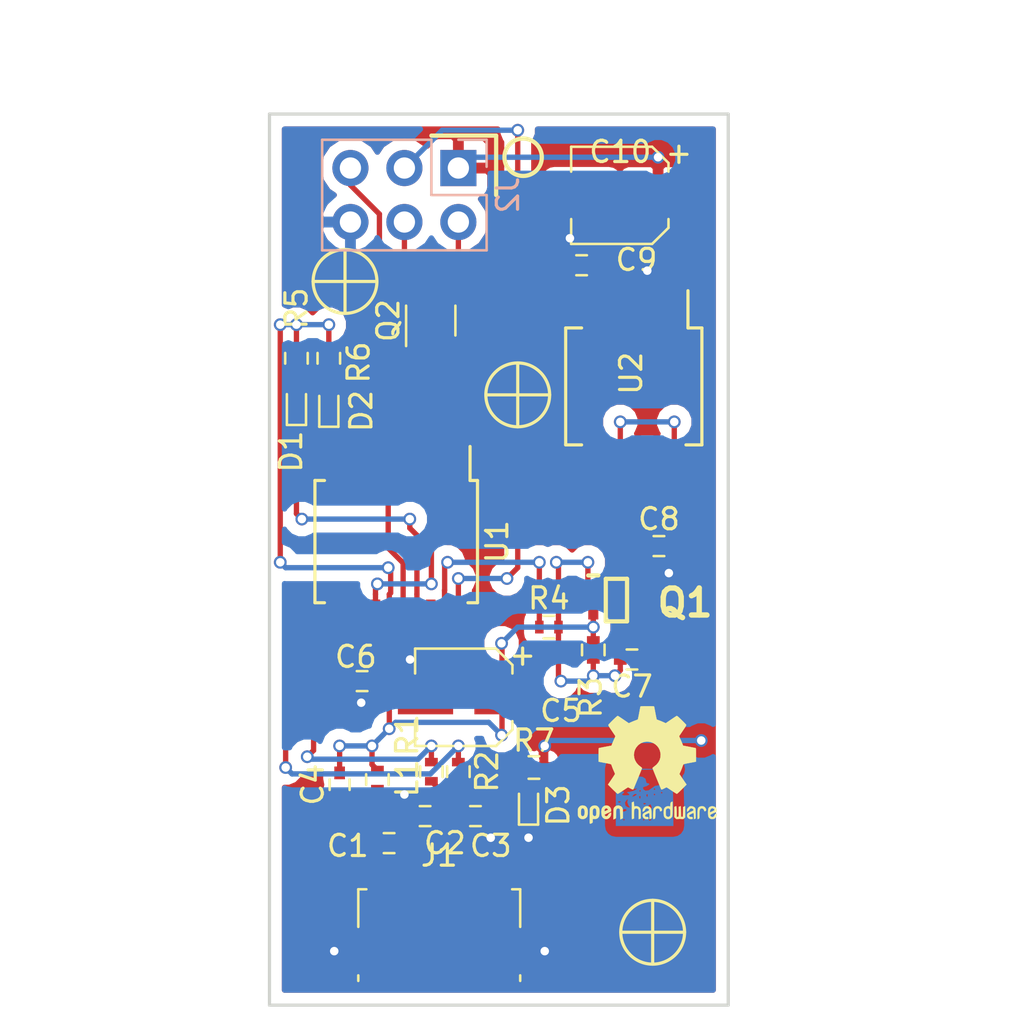
<source format=kicad_pcb>
(kicad_pcb (version 4) (host pcbnew 4.0.7+dfsg1-1ubuntu2)

  (general
    (links 63)
    (no_connects 0)
    (area 81.204999 59.614999 102.945001 101.675001)
    (thickness 1.6)
    (drawings 9)
    (tracks 254)
    (zones 0)
    (modules 32)
    (nets 34)
  )

  (page A4)
  (layers
    (0 F.Cu signal)
    (31 B.Cu signal)
    (32 B.Adhes user)
    (33 F.Adhes user)
    (34 B.Paste user)
    (35 F.Paste user)
    (36 B.SilkS user)
    (37 F.SilkS user)
    (38 B.Mask user)
    (39 F.Mask user)
    (40 Dwgs.User user)
    (41 Cmts.User user)
    (42 Eco1.User user)
    (43 Eco2.User user)
    (44 Edge.Cuts user)
    (45 Margin user)
    (46 B.CrtYd user)
    (47 F.CrtYd user)
    (48 B.Fab user)
    (49 F.Fab user)
  )

  (setup
    (last_trace_width 0.25)
    (trace_clearance 0.2)
    (zone_clearance 0.508)
    (zone_45_only no)
    (trace_min 0.2)
    (segment_width 0.2)
    (edge_width 0.15)
    (via_size 0.6)
    (via_drill 0.4)
    (via_min_size 0.4)
    (via_min_drill 0.3)
    (uvia_size 0.3)
    (uvia_drill 0.1)
    (uvias_allowed no)
    (uvia_min_size 0.2)
    (uvia_min_drill 0.1)
    (pcb_text_width 0.3)
    (pcb_text_size 1.5 1.5)
    (mod_edge_width 0.15)
    (mod_text_size 1 1)
    (mod_text_width 0.15)
    (pad_size 1.524 1.524)
    (pad_drill 0.762)
    (pad_to_mask_clearance 0.2)
    (aux_axis_origin 0 0)
    (visible_elements FFFFFF7F)
    (pcbplotparams
      (layerselection 0x2ffff_80000001)
      (usegerberextensions true)
      (excludeedgelayer true)
      (linewidth 0.100000)
      (plotframeref false)
      (viasonmask false)
      (mode 1)
      (useauxorigin false)
      (hpglpennumber 1)
      (hpglpenspeed 20)
      (hpglpendiameter 15)
      (hpglpenoverlay 2)
      (psnegative false)
      (psa4output false)
      (plotreference true)
      (plotvalue true)
      (plotinvisibletext false)
      (padsonsilk false)
      (subtractmaskfromsilk false)
      (outputformat 1)
      (mirror false)
      (drillshape 0)
      (scaleselection 1)
      (outputdirectory Gerber))
  )

  (net 0 "")
  (net 1 GND)
  (net 2 "Net-(C1-Pad2)")
  (net 3 "Net-(C2-Pad1)")
  (net 4 "Net-(C3-Pad1)")
  (net 5 "Net-(C4-Pad1)")
  (net 6 "Net-(C6-Pad1)")
  (net 7 "Net-(C7-Pad1)")
  (net 8 "Net-(C7-Pad2)")
  (net 9 "Net-(C9-Pad1)")
  (net 10 +3V3)
  (net 11 "Net-(D1-Pad2)")
  (net 12 "Net-(D1-Pad1)")
  (net 13 "Net-(D2-Pad2)")
  (net 14 "Net-(D2-Pad1)")
  (net 15 "Net-(D3-Pad2)")
  (net 16 "Net-(J1-Pad4)")
  (net 17 /BOOTMODE)
  (net 18 /TX)
  (net 19 /RESET)
  (net 20 /RX)
  (net 21 "Net-(R1-Pad1)")
  (net 22 "Net-(R2-Pad1)")
  (net 23 "Net-(R4-Pad1)")
  (net 24 /DTR)
  (net 25 /RTS)
  (net 26 "Net-(U1-Pad5)")
  (net 27 "Net-(U1-Pad7)")
  (net 28 "Net-(U1-Pad8)")
  (net 29 "Net-(U1-Pad9)")
  (net 30 "Net-(U1-Pad18)")
  (net 31 "Net-(U2-Pad3)")
  (net 32 "Net-(U2-Pad5)")
  (net 33 "Net-(U2-Pad7)")

  (net_class Default "This is the default net class."
    (clearance 0.2)
    (trace_width 0.25)
    (via_dia 0.6)
    (via_drill 0.4)
    (uvia_dia 0.3)
    (uvia_drill 0.1)
    (add_net +3V3)
    (add_net /BOOTMODE)
    (add_net /DTR)
    (add_net /RESET)
    (add_net /RTS)
    (add_net /RX)
    (add_net /TX)
    (add_net GND)
    (add_net "Net-(C1-Pad2)")
    (add_net "Net-(C2-Pad1)")
    (add_net "Net-(C3-Pad1)")
    (add_net "Net-(C4-Pad1)")
    (add_net "Net-(C6-Pad1)")
    (add_net "Net-(C7-Pad1)")
    (add_net "Net-(C7-Pad2)")
    (add_net "Net-(C9-Pad1)")
    (add_net "Net-(D1-Pad1)")
    (add_net "Net-(D1-Pad2)")
    (add_net "Net-(D2-Pad1)")
    (add_net "Net-(D2-Pad2)")
    (add_net "Net-(D3-Pad2)")
    (add_net "Net-(J1-Pad4)")
    (add_net "Net-(R1-Pad1)")
    (add_net "Net-(R2-Pad1)")
    (add_net "Net-(R4-Pad1)")
    (add_net "Net-(U1-Pad18)")
    (add_net "Net-(U1-Pad5)")
    (add_net "Net-(U1-Pad7)")
    (add_net "Net-(U1-Pad8)")
    (add_net "Net-(U1-Pad9)")
    (add_net "Net-(U2-Pad3)")
    (add_net "Net-(U2-Pad5)")
    (add_net "Net-(U2-Pad7)")
  )

  (module Capacitors_SMD:C_0402 (layer F.Cu) (tedit 58AA841A) (tstamp 62D0E2D1)
    (at 86.91 93.98)
    (descr "Capacitor SMD 0402, reflow soldering, AVX (see smccp.pdf)")
    (tags "capacitor 0402")
    (path /62B0DEAA)
    (attr smd)
    (fp_text reference C1 (at -1.947 0.127) (layer F.SilkS)
      (effects (font (size 1 1) (thickness 0.15)))
    )
    (fp_text value 10pf (at 0 1.27) (layer F.Fab)
      (effects (font (size 1 1) (thickness 0.15)))
    )
    (fp_text user %R (at 0 -1.27) (layer F.Fab)
      (effects (font (size 1 1) (thickness 0.15)))
    )
    (fp_line (start -0.5 0.25) (end -0.5 -0.25) (layer F.Fab) (width 0.1))
    (fp_line (start 0.5 0.25) (end -0.5 0.25) (layer F.Fab) (width 0.1))
    (fp_line (start 0.5 -0.25) (end 0.5 0.25) (layer F.Fab) (width 0.1))
    (fp_line (start -0.5 -0.25) (end 0.5 -0.25) (layer F.Fab) (width 0.1))
    (fp_line (start 0.25 -0.47) (end -0.25 -0.47) (layer F.SilkS) (width 0.12))
    (fp_line (start -0.25 0.47) (end 0.25 0.47) (layer F.SilkS) (width 0.12))
    (fp_line (start -1 -0.4) (end 1 -0.4) (layer F.CrtYd) (width 0.05))
    (fp_line (start -1 -0.4) (end -1 0.4) (layer F.CrtYd) (width 0.05))
    (fp_line (start 1 0.4) (end 1 -0.4) (layer F.CrtYd) (width 0.05))
    (fp_line (start 1 0.4) (end -1 0.4) (layer F.CrtYd) (width 0.05))
    (pad 1 smd rect (at -0.55 0) (size 0.6 0.5) (layers F.Cu F.Paste F.Mask)
      (net 1 GND))
    (pad 2 smd rect (at 0.55 0) (size 0.6 0.5) (layers F.Cu F.Paste F.Mask)
      (net 2 "Net-(C1-Pad2)"))
    (model Capacitors_SMD.3dshapes/C_0402.wrl
      (at (xyz 0 0 0))
      (scale (xyz 1 1 1))
      (rotate (xyz 0 0 0))
    )
  )

  (module Capacitors_SMD:C_0402 (layer F.Cu) (tedit 58AA841A) (tstamp 62D0E2D7)
    (at 88.604 92.71 180)
    (descr "Capacitor SMD 0402, reflow soldering, AVX (see smccp.pdf)")
    (tags "capacitor 0402")
    (path /62B0DD86)
    (attr smd)
    (fp_text reference C2 (at -0.931 -1.27 180) (layer F.SilkS)
      (effects (font (size 1 1) (thickness 0.15)))
    )
    (fp_text value 47pf (at 0 1.27 180) (layer F.Fab)
      (effects (font (size 1 1) (thickness 0.15)))
    )
    (fp_text user %R (at 0 -1.27 180) (layer F.Fab)
      (effects (font (size 1 1) (thickness 0.15)))
    )
    (fp_line (start -0.5 0.25) (end -0.5 -0.25) (layer F.Fab) (width 0.1))
    (fp_line (start 0.5 0.25) (end -0.5 0.25) (layer F.Fab) (width 0.1))
    (fp_line (start 0.5 -0.25) (end 0.5 0.25) (layer F.Fab) (width 0.1))
    (fp_line (start -0.5 -0.25) (end 0.5 -0.25) (layer F.Fab) (width 0.1))
    (fp_line (start 0.25 -0.47) (end -0.25 -0.47) (layer F.SilkS) (width 0.12))
    (fp_line (start -0.25 0.47) (end 0.25 0.47) (layer F.SilkS) (width 0.12))
    (fp_line (start -1 -0.4) (end 1 -0.4) (layer F.CrtYd) (width 0.05))
    (fp_line (start -1 -0.4) (end -1 0.4) (layer F.CrtYd) (width 0.05))
    (fp_line (start 1 0.4) (end 1 -0.4) (layer F.CrtYd) (width 0.05))
    (fp_line (start 1 0.4) (end -1 0.4) (layer F.CrtYd) (width 0.05))
    (pad 1 smd rect (at -0.55 0 180) (size 0.6 0.5) (layers F.Cu F.Paste F.Mask)
      (net 3 "Net-(C2-Pad1)"))
    (pad 2 smd rect (at 0.55 0 180) (size 0.6 0.5) (layers F.Cu F.Paste F.Mask)
      (net 1 GND))
    (model Capacitors_SMD.3dshapes/C_0402.wrl
      (at (xyz 0 0 0))
      (scale (xyz 1 1 1))
      (rotate (xyz 0 0 0))
    )
  )

  (module Capacitors_SMD:C_0402 (layer F.Cu) (tedit 58AA841A) (tstamp 62D0E2DD)
    (at 90.974 92.71)
    (descr "Capacitor SMD 0402, reflow soldering, AVX (see smccp.pdf)")
    (tags "capacitor 0402")
    (path /62B0DCCA)
    (attr smd)
    (fp_text reference C3 (at 0.72 1.397) (layer F.SilkS)
      (effects (font (size 1 1) (thickness 0.15)))
    )
    (fp_text value 47pf (at 0 1.27) (layer F.Fab)
      (effects (font (size 1 1) (thickness 0.15)))
    )
    (fp_text user %R (at 0 -1.27) (layer F.Fab)
      (effects (font (size 1 1) (thickness 0.15)))
    )
    (fp_line (start -0.5 0.25) (end -0.5 -0.25) (layer F.Fab) (width 0.1))
    (fp_line (start 0.5 0.25) (end -0.5 0.25) (layer F.Fab) (width 0.1))
    (fp_line (start 0.5 -0.25) (end 0.5 0.25) (layer F.Fab) (width 0.1))
    (fp_line (start -0.5 -0.25) (end 0.5 -0.25) (layer F.Fab) (width 0.1))
    (fp_line (start 0.25 -0.47) (end -0.25 -0.47) (layer F.SilkS) (width 0.12))
    (fp_line (start -0.25 0.47) (end 0.25 0.47) (layer F.SilkS) (width 0.12))
    (fp_line (start -1 -0.4) (end 1 -0.4) (layer F.CrtYd) (width 0.05))
    (fp_line (start -1 -0.4) (end -1 0.4) (layer F.CrtYd) (width 0.05))
    (fp_line (start 1 0.4) (end 1 -0.4) (layer F.CrtYd) (width 0.05))
    (fp_line (start 1 0.4) (end -1 0.4) (layer F.CrtYd) (width 0.05))
    (pad 1 smd rect (at -0.55 0) (size 0.6 0.5) (layers F.Cu F.Paste F.Mask)
      (net 4 "Net-(C3-Pad1)"))
    (pad 2 smd rect (at 0.55 0) (size 0.6 0.5) (layers F.Cu F.Paste F.Mask)
      (net 1 GND))
    (model Capacitors_SMD.3dshapes/C_0402.wrl
      (at (xyz 0 0 0))
      (scale (xyz 1 1 1))
      (rotate (xyz 0 0 0))
    )
  )

  (module Capacitors_SMD:C_0402 (layer F.Cu) (tedit 58AA841A) (tstamp 62D0E2E3)
    (at 84.582 91.228 270)
    (descr "Capacitor SMD 0402, reflow soldering, AVX (see smccp.pdf)")
    (tags "capacitor 0402")
    (path /62B1CB2D)
    (attr smd)
    (fp_text reference C4 (at 0 1.27 270) (layer F.SilkS)
      (effects (font (size 1 1) (thickness 0.15)))
    )
    (fp_text value 100nf (at 0 1.27 270) (layer F.Fab)
      (effects (font (size 1 1) (thickness 0.15)))
    )
    (fp_text user %R (at 0 -1.27 270) (layer F.Fab)
      (effects (font (size 1 1) (thickness 0.15)))
    )
    (fp_line (start -0.5 0.25) (end -0.5 -0.25) (layer F.Fab) (width 0.1))
    (fp_line (start 0.5 0.25) (end -0.5 0.25) (layer F.Fab) (width 0.1))
    (fp_line (start 0.5 -0.25) (end 0.5 0.25) (layer F.Fab) (width 0.1))
    (fp_line (start -0.5 -0.25) (end 0.5 -0.25) (layer F.Fab) (width 0.1))
    (fp_line (start 0.25 -0.47) (end -0.25 -0.47) (layer F.SilkS) (width 0.12))
    (fp_line (start -0.25 0.47) (end 0.25 0.47) (layer F.SilkS) (width 0.12))
    (fp_line (start -1 -0.4) (end 1 -0.4) (layer F.CrtYd) (width 0.05))
    (fp_line (start -1 -0.4) (end -1 0.4) (layer F.CrtYd) (width 0.05))
    (fp_line (start 1 0.4) (end 1 -0.4) (layer F.CrtYd) (width 0.05))
    (fp_line (start 1 0.4) (end -1 0.4) (layer F.CrtYd) (width 0.05))
    (pad 1 smd rect (at -0.55 0 270) (size 0.6 0.5) (layers F.Cu F.Paste F.Mask)
      (net 5 "Net-(C4-Pad1)"))
    (pad 2 smd rect (at 0.55 0 270) (size 0.6 0.5) (layers F.Cu F.Paste F.Mask)
      (net 1 GND))
    (model Capacitors_SMD.3dshapes/C_0402.wrl
      (at (xyz 0 0 0))
      (scale (xyz 1 1 1))
      (rotate (xyz 0 0 0))
    )
  )

  (module Capacitors_SMD:CP_Elec_4x5.7 (layer F.Cu) (tedit 58AA8612) (tstamp 62D0E2E9)
    (at 90.424 87.122 180)
    (descr "SMT capacitor, aluminium electrolytic, 4x5.7")
    (path /62B1CB60)
    (attr smd)
    (fp_text reference C5 (at -4.572 -0.635 180) (layer F.SilkS)
      (effects (font (size 1 1) (thickness 0.15)))
    )
    (fp_text value 4.7uf (at 0 -3.54 180) (layer F.Fab)
      (effects (font (size 1 1) (thickness 0.15)))
    )
    (fp_circle (center 0 0) (end 0.3 2.1) (layer F.Fab) (width 0.1))
    (fp_text user + (at -1.1 -0.08 180) (layer F.Fab)
      (effects (font (size 1 1) (thickness 0.15)))
    )
    (fp_text user + (at -2.77 2.01 180) (layer F.SilkS)
      (effects (font (size 1 1) (thickness 0.15)))
    )
    (fp_text user %R (at 0 3.54 180) (layer F.Fab)
      (effects (font (size 1 1) (thickness 0.15)))
    )
    (fp_line (start 2.13 2.13) (end 2.13 -2.13) (layer F.Fab) (width 0.1))
    (fp_line (start -1.46 2.13) (end 2.13 2.13) (layer F.Fab) (width 0.1))
    (fp_line (start -2.13 1.46) (end -1.46 2.13) (layer F.Fab) (width 0.1))
    (fp_line (start -2.13 -1.46) (end -2.13 1.46) (layer F.Fab) (width 0.1))
    (fp_line (start -1.46 -2.13) (end -2.13 -1.46) (layer F.Fab) (width 0.1))
    (fp_line (start 2.13 -2.13) (end -1.46 -2.13) (layer F.Fab) (width 0.1))
    (fp_line (start 2.29 2.29) (end 2.29 1.12) (layer F.SilkS) (width 0.12))
    (fp_line (start 2.29 -2.29) (end 2.29 -1.12) (layer F.SilkS) (width 0.12))
    (fp_line (start -2.29 -1.52) (end -2.29 -1.12) (layer F.SilkS) (width 0.12))
    (fp_line (start -2.29 1.52) (end -2.29 1.12) (layer F.SilkS) (width 0.12))
    (fp_line (start -1.52 2.29) (end 2.29 2.29) (layer F.SilkS) (width 0.12))
    (fp_line (start -1.52 2.29) (end -2.29 1.52) (layer F.SilkS) (width 0.12))
    (fp_line (start -1.52 -2.29) (end 2.29 -2.29) (layer F.SilkS) (width 0.12))
    (fp_line (start -1.52 -2.29) (end -2.29 -1.52) (layer F.SilkS) (width 0.12))
    (fp_line (start -3.35 -2.39) (end 3.35 -2.39) (layer F.CrtYd) (width 0.05))
    (fp_line (start -3.35 -2.39) (end -3.35 2.38) (layer F.CrtYd) (width 0.05))
    (fp_line (start 3.35 2.38) (end 3.35 -2.39) (layer F.CrtYd) (width 0.05))
    (fp_line (start 3.35 2.38) (end -3.35 2.38) (layer F.CrtYd) (width 0.05))
    (pad 1 smd rect (at -1.8 0) (size 2.6 1.6) (layers F.Cu F.Paste F.Mask)
      (net 5 "Net-(C4-Pad1)"))
    (pad 2 smd rect (at 1.8 0) (size 2.6 1.6) (layers F.Cu F.Paste F.Mask)
      (net 1 GND))
    (model Capacitors_SMD.3dshapes/CP_Elec_4x5.7.wrl
      (at (xyz 0 0 0))
      (scale (xyz 1 1 1))
      (rotate (xyz 0 0 180))
    )
  )

  (module Capacitors_SMD:C_0402 (layer F.Cu) (tedit 58AA841A) (tstamp 62D0E2EF)
    (at 85.64 86.36)
    (descr "Capacitor SMD 0402, reflow soldering, AVX (see smccp.pdf)")
    (tags "capacitor 0402")
    (path /62B1C72D)
    (attr smd)
    (fp_text reference C6 (at -0.296 -1.143) (layer F.SilkS)
      (effects (font (size 1 1) (thickness 0.15)))
    )
    (fp_text value 100nf (at 0 1.27) (layer F.Fab)
      (effects (font (size 1 1) (thickness 0.15)))
    )
    (fp_text user %R (at 0 -1.27) (layer F.Fab)
      (effects (font (size 1 1) (thickness 0.15)))
    )
    (fp_line (start -0.5 0.25) (end -0.5 -0.25) (layer F.Fab) (width 0.1))
    (fp_line (start 0.5 0.25) (end -0.5 0.25) (layer F.Fab) (width 0.1))
    (fp_line (start 0.5 -0.25) (end 0.5 0.25) (layer F.Fab) (width 0.1))
    (fp_line (start -0.5 -0.25) (end 0.5 -0.25) (layer F.Fab) (width 0.1))
    (fp_line (start 0.25 -0.47) (end -0.25 -0.47) (layer F.SilkS) (width 0.12))
    (fp_line (start -0.25 0.47) (end 0.25 0.47) (layer F.SilkS) (width 0.12))
    (fp_line (start -1 -0.4) (end 1 -0.4) (layer F.CrtYd) (width 0.05))
    (fp_line (start -1 -0.4) (end -1 0.4) (layer F.CrtYd) (width 0.05))
    (fp_line (start 1 0.4) (end 1 -0.4) (layer F.CrtYd) (width 0.05))
    (fp_line (start 1 0.4) (end -1 0.4) (layer F.CrtYd) (width 0.05))
    (pad 1 smd rect (at -0.55 0) (size 0.6 0.5) (layers F.Cu F.Paste F.Mask)
      (net 6 "Net-(C6-Pad1)"))
    (pad 2 smd rect (at 0.55 0) (size 0.6 0.5) (layers F.Cu F.Paste F.Mask)
      (net 1 GND))
    (model Capacitors_SMD.3dshapes/C_0402.wrl
      (at (xyz 0 0 0))
      (scale (xyz 1 1 1))
      (rotate (xyz 0 0 0))
    )
  )

  (module Capacitors_SMD:C_0402 (layer F.Cu) (tedit 58AA841A) (tstamp 62D0E2F5)
    (at 98.34 85.344 180)
    (descr "Capacitor SMD 0402, reflow soldering, AVX (see smccp.pdf)")
    (tags "capacitor 0402")
    (path /62B0E1D5)
    (attr smd)
    (fp_text reference C7 (at 0 -1.27 180) (layer F.SilkS)
      (effects (font (size 1 1) (thickness 0.15)))
    )
    (fp_text value .1uf (at 0 1.27 180) (layer F.Fab)
      (effects (font (size 1 1) (thickness 0.15)))
    )
    (fp_text user %R (at 0 -1.27 180) (layer F.Fab)
      (effects (font (size 1 1) (thickness 0.15)))
    )
    (fp_line (start -0.5 0.25) (end -0.5 -0.25) (layer F.Fab) (width 0.1))
    (fp_line (start 0.5 0.25) (end -0.5 0.25) (layer F.Fab) (width 0.1))
    (fp_line (start 0.5 -0.25) (end 0.5 0.25) (layer F.Fab) (width 0.1))
    (fp_line (start -0.5 -0.25) (end 0.5 -0.25) (layer F.Fab) (width 0.1))
    (fp_line (start 0.25 -0.47) (end -0.25 -0.47) (layer F.SilkS) (width 0.12))
    (fp_line (start -0.25 0.47) (end 0.25 0.47) (layer F.SilkS) (width 0.12))
    (fp_line (start -1 -0.4) (end 1 -0.4) (layer F.CrtYd) (width 0.05))
    (fp_line (start -1 -0.4) (end -1 0.4) (layer F.CrtYd) (width 0.05))
    (fp_line (start 1 0.4) (end 1 -0.4) (layer F.CrtYd) (width 0.05))
    (fp_line (start 1 0.4) (end -1 0.4) (layer F.CrtYd) (width 0.05))
    (pad 1 smd rect (at -0.55 0 180) (size 0.6 0.5) (layers F.Cu F.Paste F.Mask)
      (net 7 "Net-(C7-Pad1)"))
    (pad 2 smd rect (at 0.55 0 180) (size 0.6 0.5) (layers F.Cu F.Paste F.Mask)
      (net 8 "Net-(C7-Pad2)"))
    (model Capacitors_SMD.3dshapes/C_0402.wrl
      (at (xyz 0 0 0))
      (scale (xyz 1 1 1))
      (rotate (xyz 0 0 0))
    )
  )

  (module Capacitors_SMD:C_0402 (layer F.Cu) (tedit 58AA841A) (tstamp 62D0E2FB)
    (at 99.61 80.01)
    (descr "Capacitor SMD 0402, reflow soldering, AVX (see smccp.pdf)")
    (tags "capacitor 0402")
    (path /62B0E20C)
    (attr smd)
    (fp_text reference C8 (at 0 -1.27) (layer F.SilkS)
      (effects (font (size 1 1) (thickness 0.15)))
    )
    (fp_text value .1uf (at 0 1.27) (layer F.Fab)
      (effects (font (size 1 1) (thickness 0.15)))
    )
    (fp_text user %R (at 0 -1.27) (layer F.Fab)
      (effects (font (size 1 1) (thickness 0.15)))
    )
    (fp_line (start -0.5 0.25) (end -0.5 -0.25) (layer F.Fab) (width 0.1))
    (fp_line (start 0.5 0.25) (end -0.5 0.25) (layer F.Fab) (width 0.1))
    (fp_line (start 0.5 -0.25) (end 0.5 0.25) (layer F.Fab) (width 0.1))
    (fp_line (start -0.5 -0.25) (end 0.5 -0.25) (layer F.Fab) (width 0.1))
    (fp_line (start 0.25 -0.47) (end -0.25 -0.47) (layer F.SilkS) (width 0.12))
    (fp_line (start -0.25 0.47) (end 0.25 0.47) (layer F.SilkS) (width 0.12))
    (fp_line (start -1 -0.4) (end 1 -0.4) (layer F.CrtYd) (width 0.05))
    (fp_line (start -1 -0.4) (end -1 0.4) (layer F.CrtYd) (width 0.05))
    (fp_line (start 1 0.4) (end 1 -0.4) (layer F.CrtYd) (width 0.05))
    (fp_line (start 1 0.4) (end -1 0.4) (layer F.CrtYd) (width 0.05))
    (pad 1 smd rect (at -0.55 0) (size 0.6 0.5) (layers F.Cu F.Paste F.Mask)
      (net 7 "Net-(C7-Pad1)"))
    (pad 2 smd rect (at 0.55 0) (size 0.6 0.5) (layers F.Cu F.Paste F.Mask)
      (net 1 GND))
    (model Capacitors_SMD.3dshapes/C_0402.wrl
      (at (xyz 0 0 0))
      (scale (xyz 1 1 1))
      (rotate (xyz 0 0 0))
    )
  )

  (module Capacitors_SMD:C_0402 (layer F.Cu) (tedit 58AA841A) (tstamp 62D0E301)
    (at 95.97 66.802 180)
    (descr "Capacitor SMD 0402, reflow soldering, AVX (see smccp.pdf)")
    (tags "capacitor 0402")
    (path /62B1D556)
    (attr smd)
    (fp_text reference C9 (at -2.582 0.254 180) (layer F.SilkS)
      (effects (font (size 1 1) (thickness 0.15)))
    )
    (fp_text value 470pf (at 0 1.27 180) (layer F.Fab)
      (effects (font (size 1 1) (thickness 0.15)))
    )
    (fp_text user %R (at 0 -1.27 180) (layer F.Fab)
      (effects (font (size 1 1) (thickness 0.15)))
    )
    (fp_line (start -0.5 0.25) (end -0.5 -0.25) (layer F.Fab) (width 0.1))
    (fp_line (start 0.5 0.25) (end -0.5 0.25) (layer F.Fab) (width 0.1))
    (fp_line (start 0.5 -0.25) (end 0.5 0.25) (layer F.Fab) (width 0.1))
    (fp_line (start -0.5 -0.25) (end 0.5 -0.25) (layer F.Fab) (width 0.1))
    (fp_line (start 0.25 -0.47) (end -0.25 -0.47) (layer F.SilkS) (width 0.12))
    (fp_line (start -0.25 0.47) (end 0.25 0.47) (layer F.SilkS) (width 0.12))
    (fp_line (start -1 -0.4) (end 1 -0.4) (layer F.CrtYd) (width 0.05))
    (fp_line (start -1 -0.4) (end -1 0.4) (layer F.CrtYd) (width 0.05))
    (fp_line (start 1 0.4) (end 1 -0.4) (layer F.CrtYd) (width 0.05))
    (fp_line (start 1 0.4) (end -1 0.4) (layer F.CrtYd) (width 0.05))
    (pad 1 smd rect (at -0.55 0 180) (size 0.6 0.5) (layers F.Cu F.Paste F.Mask)
      (net 9 "Net-(C9-Pad1)"))
    (pad 2 smd rect (at 0.55 0 180) (size 0.6 0.5) (layers F.Cu F.Paste F.Mask)
      (net 1 GND))
    (model Capacitors_SMD.3dshapes/C_0402.wrl
      (at (xyz 0 0 0))
      (scale (xyz 1 1 1))
      (rotate (xyz 0 0 0))
    )
  )

  (module Capacitors_SMD:CP_Elec_4x4.5 (layer F.Cu) (tedit 58AA85E3) (tstamp 62D0E307)
    (at 97.768 63.5 180)
    (descr "SMT capacitor, aluminium electrolytic, 4x4.5")
    (path /62B1D9BD)
    (attr smd)
    (fp_text reference C10 (at -0.022 2.032 360) (layer F.SilkS)
      (effects (font (size 1 1) (thickness 0.15)))
    )
    (fp_text value 1uf (at 0 -3.45 360) (layer F.Fab)
      (effects (font (size 1 1) (thickness 0.15)))
    )
    (fp_circle (center 0 0) (end 0.1 2.1) (layer F.Fab) (width 0.1))
    (fp_text user + (at -1.24 -0.08 180) (layer F.Fab)
      (effects (font (size 1 1) (thickness 0.15)))
    )
    (fp_text user + (at -2.78 1.99 360) (layer F.SilkS)
      (effects (font (size 1 1) (thickness 0.15)))
    )
    (fp_text user %R (at -0.149 2.921 360) (layer F.Fab)
      (effects (font (size 1 1) (thickness 0.15)))
    )
    (fp_line (start 2.13 2.12) (end 2.13 -2.15) (layer F.Fab) (width 0.1))
    (fp_line (start -1.46 2.12) (end 2.13 2.12) (layer F.Fab) (width 0.1))
    (fp_line (start -2.13 1.45) (end -1.46 2.12) (layer F.Fab) (width 0.1))
    (fp_line (start -2.13 -1.47) (end -2.13 1.45) (layer F.Fab) (width 0.1))
    (fp_line (start -1.46 -2.15) (end -2.13 -1.47) (layer F.Fab) (width 0.1))
    (fp_line (start 2.13 -2.15) (end -1.46 -2.15) (layer F.Fab) (width 0.1))
    (fp_line (start 2.29 -2.3) (end 2.29 -1.13) (layer F.SilkS) (width 0.12))
    (fp_line (start 2.29 2.27) (end 2.29 1.1) (layer F.SilkS) (width 0.12))
    (fp_line (start -2.29 1.51) (end -2.29 1.1) (layer F.SilkS) (width 0.12))
    (fp_line (start -2.29 -1.54) (end -2.29 -1.13) (layer F.SilkS) (width 0.12))
    (fp_line (start -1.52 -2.3) (end 2.29 -2.3) (layer F.SilkS) (width 0.12))
    (fp_line (start -1.52 -2.3) (end -2.29 -1.54) (layer F.SilkS) (width 0.12))
    (fp_line (start -1.52 2.27) (end 2.29 2.27) (layer F.SilkS) (width 0.12))
    (fp_line (start -1.52 2.27) (end -2.29 1.51) (layer F.SilkS) (width 0.12))
    (fp_line (start -3.35 -2.4) (end 3.35 -2.4) (layer F.CrtYd) (width 0.05))
    (fp_line (start -3.35 -2.4) (end -3.35 2.37) (layer F.CrtYd) (width 0.05))
    (fp_line (start 3.35 2.37) (end 3.35 -2.4) (layer F.CrtYd) (width 0.05))
    (fp_line (start 3.35 2.37) (end -3.35 2.37) (layer F.CrtYd) (width 0.05))
    (pad 1 smd rect (at -1.8 0) (size 2.6 1.6) (layers F.Cu F.Paste F.Mask)
      (net 10 +3V3))
    (pad 2 smd rect (at 1.8 0) (size 2.6 1.6) (layers F.Cu F.Paste F.Mask)
      (net 1 GND))
    (model Capacitors_SMD.3dshapes/CP_Elec_4x4.5.wrl
      (at (xyz 0 0 0))
      (scale (xyz 1 1 1))
      (rotate (xyz 0 0 180))
    )
  )

  (module LEDs:LED_0402 (layer F.Cu) (tedit 57FE9357) (tstamp 62D0E30D)
    (at 82.55 73.364 90)
    (descr "LED 0402 smd package")
    (tags "LED led 0402 SMD smd SMT smt smdled SMDLED smtled SMTLED")
    (path /62B20C19)
    (attr smd)
    (fp_text reference D1 (at -2.201 -0.254 90) (layer F.SilkS)
      (effects (font (size 1 1) (thickness 0.15)))
    )
    (fp_text value TX (at 0 1.4 90) (layer F.Fab)
      (effects (font (size 1 1) (thickness 0.15)))
    )
    (fp_line (start -0.95 -0.45) (end -0.95 0.45) (layer F.SilkS) (width 0.12))
    (fp_line (start -0.15 -0.2) (end -0.15 0.2) (layer F.Fab) (width 0.1))
    (fp_line (start -0.15 0) (end 0.15 -0.2) (layer F.Fab) (width 0.1))
    (fp_line (start 0.15 0.2) (end -0.15 0) (layer F.Fab) (width 0.1))
    (fp_line (start 0.15 -0.2) (end 0.15 0.2) (layer F.Fab) (width 0.1))
    (fp_line (start 0.5 0.25) (end -0.5 0.25) (layer F.Fab) (width 0.1))
    (fp_line (start 0.5 -0.25) (end 0.5 0.25) (layer F.Fab) (width 0.1))
    (fp_line (start -0.5 -0.25) (end 0.5 -0.25) (layer F.Fab) (width 0.1))
    (fp_line (start -0.5 0.25) (end -0.5 -0.25) (layer F.Fab) (width 0.1))
    (fp_line (start -0.95 0.45) (end 0.5 0.45) (layer F.SilkS) (width 0.12))
    (fp_line (start -0.95 -0.45) (end 0.5 -0.45) (layer F.SilkS) (width 0.12))
    (fp_line (start 1 -0.5) (end 1 0.5) (layer F.CrtYd) (width 0.05))
    (fp_line (start 1 0.5) (end -1 0.5) (layer F.CrtYd) (width 0.05))
    (fp_line (start -1 0.5) (end -1 -0.5) (layer F.CrtYd) (width 0.05))
    (fp_line (start -1 -0.5) (end 1 -0.5) (layer F.CrtYd) (width 0.05))
    (pad 2 smd rect (at 0.55 0 270) (size 0.6 0.7) (layers F.Cu F.Paste F.Mask)
      (net 11 "Net-(D1-Pad2)"))
    (pad 1 smd rect (at -0.55 0 270) (size 0.6 0.7) (layers F.Cu F.Paste F.Mask)
      (net 12 "Net-(D1-Pad1)"))
    (model ${KISYS3DMOD}/LEDs.3dshapes/LED_0402.wrl
      (at (xyz 0 0 0))
      (scale (xyz 1 1 1))
      (rotate (xyz 0 0 180))
    )
  )

  (module LEDs:LED_0402 (layer F.Cu) (tedit 57FE9357) (tstamp 62D0E313)
    (at 84.074 73.448 90)
    (descr "LED 0402 smd package")
    (tags "LED led 0402 SMD smd SMT smt smdled SMDLED smtled SMTLED")
    (path /62B20CDF)
    (attr smd)
    (fp_text reference D2 (at -0.212 1.524 90) (layer F.SilkS)
      (effects (font (size 1 1) (thickness 0.15)))
    )
    (fp_text value RX (at 0 1.4 90) (layer F.Fab)
      (effects (font (size 1 1) (thickness 0.15)))
    )
    (fp_line (start -0.95 -0.45) (end -0.95 0.45) (layer F.SilkS) (width 0.12))
    (fp_line (start -0.15 -0.2) (end -0.15 0.2) (layer F.Fab) (width 0.1))
    (fp_line (start -0.15 0) (end 0.15 -0.2) (layer F.Fab) (width 0.1))
    (fp_line (start 0.15 0.2) (end -0.15 0) (layer F.Fab) (width 0.1))
    (fp_line (start 0.15 -0.2) (end 0.15 0.2) (layer F.Fab) (width 0.1))
    (fp_line (start 0.5 0.25) (end -0.5 0.25) (layer F.Fab) (width 0.1))
    (fp_line (start 0.5 -0.25) (end 0.5 0.25) (layer F.Fab) (width 0.1))
    (fp_line (start -0.5 -0.25) (end 0.5 -0.25) (layer F.Fab) (width 0.1))
    (fp_line (start -0.5 0.25) (end -0.5 -0.25) (layer F.Fab) (width 0.1))
    (fp_line (start -0.95 0.45) (end 0.5 0.45) (layer F.SilkS) (width 0.12))
    (fp_line (start -0.95 -0.45) (end 0.5 -0.45) (layer F.SilkS) (width 0.12))
    (fp_line (start 1 -0.5) (end 1 0.5) (layer F.CrtYd) (width 0.05))
    (fp_line (start 1 0.5) (end -1 0.5) (layer F.CrtYd) (width 0.05))
    (fp_line (start -1 0.5) (end -1 -0.5) (layer F.CrtYd) (width 0.05))
    (fp_line (start -1 -0.5) (end 1 -0.5) (layer F.CrtYd) (width 0.05))
    (pad 2 smd rect (at 0.55 0 270) (size 0.6 0.7) (layers F.Cu F.Paste F.Mask)
      (net 13 "Net-(D2-Pad2)"))
    (pad 1 smd rect (at -0.55 0 270) (size 0.6 0.7) (layers F.Cu F.Paste F.Mask)
      (net 14 "Net-(D2-Pad1)"))
    (model ${KISYS3DMOD}/LEDs.3dshapes/LED_0402.wrl
      (at (xyz 0 0 0))
      (scale (xyz 1 1 1))
      (rotate (xyz 0 0 180))
    )
  )

  (module LEDs:LED_0402 (layer F.Cu) (tedit 57FE9357) (tstamp 62D0E319)
    (at 93.472 92.16 90)
    (descr "LED 0402 smd package")
    (tags "LED led 0402 SMD smd SMT smt smdled SMDLED smtled SMTLED")
    (path /62B201C8)
    (attr smd)
    (fp_text reference D3 (at -0.042 1.397 90) (layer F.SilkS)
      (effects (font (size 1 1) (thickness 0.15)))
    )
    (fp_text value Power (at 0 1.4 90) (layer F.Fab)
      (effects (font (size 1 1) (thickness 0.15)))
    )
    (fp_line (start -0.95 -0.45) (end -0.95 0.45) (layer F.SilkS) (width 0.12))
    (fp_line (start -0.15 -0.2) (end -0.15 0.2) (layer F.Fab) (width 0.1))
    (fp_line (start -0.15 0) (end 0.15 -0.2) (layer F.Fab) (width 0.1))
    (fp_line (start 0.15 0.2) (end -0.15 0) (layer F.Fab) (width 0.1))
    (fp_line (start 0.15 -0.2) (end 0.15 0.2) (layer F.Fab) (width 0.1))
    (fp_line (start 0.5 0.25) (end -0.5 0.25) (layer F.Fab) (width 0.1))
    (fp_line (start 0.5 -0.25) (end 0.5 0.25) (layer F.Fab) (width 0.1))
    (fp_line (start -0.5 -0.25) (end 0.5 -0.25) (layer F.Fab) (width 0.1))
    (fp_line (start -0.5 0.25) (end -0.5 -0.25) (layer F.Fab) (width 0.1))
    (fp_line (start -0.95 0.45) (end 0.5 0.45) (layer F.SilkS) (width 0.12))
    (fp_line (start -0.95 -0.45) (end 0.5 -0.45) (layer F.SilkS) (width 0.12))
    (fp_line (start 1 -0.5) (end 1 0.5) (layer F.CrtYd) (width 0.05))
    (fp_line (start 1 0.5) (end -1 0.5) (layer F.CrtYd) (width 0.05))
    (fp_line (start -1 0.5) (end -1 -0.5) (layer F.CrtYd) (width 0.05))
    (fp_line (start -1 -0.5) (end 1 -0.5) (layer F.CrtYd) (width 0.05))
    (pad 2 smd rect (at 0.55 0 270) (size 0.6 0.7) (layers F.Cu F.Paste F.Mask)
      (net 15 "Net-(D3-Pad2)"))
    (pad 1 smd rect (at -0.55 0 270) (size 0.6 0.7) (layers F.Cu F.Paste F.Mask)
      (net 1 GND))
    (model ${KISYS3DMOD}/LEDs.3dshapes/LED_0402.wrl
      (at (xyz 0 0 0))
      (scale (xyz 1 1 1))
      (rotate (xyz 0 0 180))
    )
  )

  (module Connectors_USB:USB_Micro-B_Molex_47346-0001 (layer F.Cu) (tedit 594C50D0) (tstamp 62D0E328)
    (at 89.27 99.06)
    (descr "Micro USB B receptable with flange, bottom-mount, SMD, right-angle (http://www.molex.com/pdm_docs/sd/473460001_sd.pdf)")
    (tags "Micro B USB SMD")
    (path /62B0CE14)
    (attr smd)
    (fp_text reference J1 (at 0 -4.5 180) (layer F.SilkS)
      (effects (font (size 1 1) (thickness 0.15)))
    )
    (fp_text value USB_OTG (at 7.885 -2.54 180) (layer F.Fab)
      (effects (font (size 1 1) (thickness 0.15)))
    )
    (fp_text user "PCB Edge" (at 0 1.47 180) (layer Dwgs.User)
      (effects (font (size 0.4 0.4) (thickness 0.04)))
    )
    (fp_text user %R (at 0 0) (layer F.Fab)
      (effects (font (size 1 1) (thickness 0.15)))
    )
    (fp_line (start 3.81 -2.91) (end 3.43 -2.91) (layer F.SilkS) (width 0.12))
    (fp_line (start 4.6 2.7) (end -4.6 2.7) (layer F.CrtYd) (width 0.05))
    (fp_line (start 4.6 -3.9) (end 4.6 2.7) (layer F.CrtYd) (width 0.05))
    (fp_line (start -4.6 -3.9) (end 4.6 -3.9) (layer F.CrtYd) (width 0.05))
    (fp_line (start -4.6 2.7) (end -4.6 -3.9) (layer F.CrtYd) (width 0.05))
    (fp_line (start 3.75 2.15) (end -3.75 2.15) (layer F.Fab) (width 0.1))
    (fp_line (start 3.75 -2.85) (end 3.75 2.15) (layer F.Fab) (width 0.1))
    (fp_line (start -3.75 -2.85) (end 3.75 -2.85) (layer F.Fab) (width 0.1))
    (fp_line (start -3.75 2.15) (end -3.75 -2.85) (layer F.Fab) (width 0.1))
    (fp_line (start 3.81 1.14) (end 3.81 1.4) (layer F.SilkS) (width 0.12))
    (fp_line (start 3.81 -2.91) (end 3.81 -1.14) (layer F.SilkS) (width 0.12))
    (fp_line (start -3.81 -2.91) (end -3.43 -2.91) (layer F.SilkS) (width 0.12))
    (fp_line (start -3.81 -1.14) (end -3.81 -2.91) (layer F.SilkS) (width 0.12))
    (fp_line (start -3.81 1.4) (end -3.81 1.14) (layer F.SilkS) (width 0.12))
    (fp_line (start -3.25 1.45) (end 3.25 1.45) (layer F.Fab) (width 0.1))
    (pad 1 smd rect (at -1.3 -2.66) (size 0.45 1.38) (layers F.Cu F.Paste F.Mask)
      (net 2 "Net-(C1-Pad2)"))
    (pad 2 smd rect (at -0.65 -2.66) (size 0.45 1.38) (layers F.Cu F.Paste F.Mask)
      (net 3 "Net-(C2-Pad1)"))
    (pad 3 smd rect (at 0 -2.66) (size 0.45 1.38) (layers F.Cu F.Paste F.Mask)
      (net 4 "Net-(C3-Pad1)"))
    (pad 4 smd rect (at 0.65 -2.66) (size 0.45 1.38) (layers F.Cu F.Paste F.Mask)
      (net 16 "Net-(J1-Pad4)"))
    (pad 5 smd rect (at 1.3 -2.66) (size 0.45 1.38) (layers F.Cu F.Paste F.Mask)
      (net 1 GND))
    (pad 6 smd rect (at -2.4625 -2.3) (size 1.475 2.1) (layers F.Cu F.Paste F.Mask)
      (net 1 GND))
    (pad 6 smd rect (at 2.4625 -2.3) (size 1.475 2.1) (layers F.Cu F.Paste F.Mask)
      (net 1 GND))
    (pad 6 smd rect (at -2.91 0) (size 2.375 1.9) (layers F.Cu F.Paste F.Mask)
      (net 1 GND))
    (pad 6 smd rect (at 2.91 0) (size 2.375 1.9) (layers F.Cu F.Paste F.Mask)
      (net 1 GND))
    (pad 6 smd rect (at -0.84 0) (size 1.175 1.9) (layers F.Cu F.Paste F.Mask)
      (net 1 GND))
    (pad 6 smd rect (at 0.84 0) (size 1.175 1.9) (layers F.Cu F.Paste F.Mask)
      (net 1 GND))
    (model ${KISYS3DMOD}/Connectors_USB.3dshapes/USB_Micro-B_Molex_47346-0001.wrl
      (at (xyz 0 0 0))
      (scale (xyz 1 1 1))
      (rotate (xyz 0 0 0))
    )
  )

  (module Socket_Strips:Socket_Strip_Straight_2x03_Pitch2.54mm (layer B.Cu) (tedit 58CD5448) (tstamp 62D0E343)
    (at 90.17 62.23 90)
    (descr "Through hole straight socket strip, 2x03, 2.54mm pitch, double rows")
    (tags "Through hole socket strip THT 2x03 2.54mm double row")
    (path /62B1E7D8)
    (fp_text reference J2 (at -1.27 2.33 90) (layer B.SilkS)
      (effects (font (size 1 1) (thickness 0.15)) (justify mirror))
    )
    (fp_text value ProgHeader (at -1.27 -7.41 90) (layer B.Fab)
      (effects (font (size 1 1) (thickness 0.15)) (justify mirror))
    )
    (fp_line (start -3.81 1.27) (end -3.81 -6.35) (layer B.Fab) (width 0.1))
    (fp_line (start -3.81 -6.35) (end 1.27 -6.35) (layer B.Fab) (width 0.1))
    (fp_line (start 1.27 -6.35) (end 1.27 1.27) (layer B.Fab) (width 0.1))
    (fp_line (start 1.27 1.27) (end -3.81 1.27) (layer B.Fab) (width 0.1))
    (fp_line (start 1.33 -1.27) (end 1.33 -6.41) (layer B.SilkS) (width 0.12))
    (fp_line (start 1.33 -6.41) (end -3.87 -6.41) (layer B.SilkS) (width 0.12))
    (fp_line (start -3.87 -6.41) (end -3.87 1.33) (layer B.SilkS) (width 0.12))
    (fp_line (start -3.87 1.33) (end -1.27 1.33) (layer B.SilkS) (width 0.12))
    (fp_line (start -1.27 1.33) (end -1.27 -1.27) (layer B.SilkS) (width 0.12))
    (fp_line (start -1.27 -1.27) (end 1.33 -1.27) (layer B.SilkS) (width 0.12))
    (fp_line (start 1.33 0) (end 1.33 1.33) (layer B.SilkS) (width 0.12))
    (fp_line (start 1.33 1.33) (end 0.06 1.33) (layer B.SilkS) (width 0.12))
    (fp_line (start -4.35 1.8) (end -4.35 -6.85) (layer B.CrtYd) (width 0.05))
    (fp_line (start -4.35 -6.85) (end 1.8 -6.85) (layer B.CrtYd) (width 0.05))
    (fp_line (start 1.8 -6.85) (end 1.8 1.8) (layer B.CrtYd) (width 0.05))
    (fp_line (start 1.8 1.8) (end -4.35 1.8) (layer B.CrtYd) (width 0.05))
    (fp_text user %R (at -1.27 2.33 90) (layer B.Fab)
      (effects (font (size 1 1) (thickness 0.15)) (justify mirror))
    )
    (pad 1 thru_hole rect (at 0 0 90) (size 1.7 1.7) (drill 1) (layers *.Cu *.Mask)
      (net 10 +3V3))
    (pad 2 thru_hole oval (at -2.54 0 90) (size 1.7 1.7) (drill 1) (layers *.Cu *.Mask)
      (net 17 /BOOTMODE))
    (pad 3 thru_hole oval (at 0 -2.54 90) (size 1.7 1.7) (drill 1) (layers *.Cu *.Mask)
      (net 18 /TX))
    (pad 4 thru_hole oval (at -2.54 -2.54 90) (size 1.7 1.7) (drill 1) (layers *.Cu *.Mask)
      (net 19 /RESET))
    (pad 5 thru_hole oval (at 0 -5.08 90) (size 1.7 1.7) (drill 1) (layers *.Cu *.Mask)
      (net 20 /RX))
    (pad 6 thru_hole oval (at -2.54 -5.08 90) (size 1.7 1.7) (drill 1) (layers *.Cu *.Mask)
      (net 1 GND))
    (model ${KISYS3DMOD}/Socket_Strips.3dshapes/Socket_Strip_Straight_2x03_Pitch2.54mm.wrl
      (at (xyz -0.05 -0.1 0))
      (scale (xyz 1 1 1))
      (rotate (xyz 0 0 270))
    )
  )

  (module Inductors_SMD:L_0402 (layer F.Cu) (tedit 59912B76) (tstamp 62D0E349)
    (at 86.36 90.99 270)
    (descr "Resistor SMD 0402, reflow soldering, Vishay (see dcrcw.pdf)")
    (tags "resistor 0402")
    (path /62B0DA0C)
    (attr smd)
    (fp_text reference L1 (at -0.058 -1.397 270) (layer F.SilkS)
      (effects (font (size 1 1) (thickness 0.15)))
    )
    (fp_text value "Ferrite Bead" (at 0 1.8 270) (layer F.Fab)
      (effects (font (size 1 1) (thickness 0.15)))
    )
    (fp_text user %R (at 0 0 270) (layer F.Fab)
      (effects (font (size 0.2 0.2) (thickness 0.03)))
    )
    (fp_line (start -0.5 0.25) (end -0.5 -0.25) (layer F.Fab) (width 0.1))
    (fp_line (start 0.5 0.25) (end -0.5 0.25) (layer F.Fab) (width 0.1))
    (fp_line (start 0.5 -0.25) (end 0.5 0.25) (layer F.Fab) (width 0.1))
    (fp_line (start -0.5 -0.25) (end 0.5 -0.25) (layer F.Fab) (width 0.1))
    (fp_line (start -0.95 -0.65) (end 0.95 -0.65) (layer F.CrtYd) (width 0.05))
    (fp_line (start -0.95 0.65) (end 0.95 0.65) (layer F.CrtYd) (width 0.05))
    (fp_line (start -0.95 -0.65) (end -0.95 0.65) (layer F.CrtYd) (width 0.05))
    (fp_line (start 0.95 -0.65) (end 0.95 0.65) (layer F.CrtYd) (width 0.05))
    (fp_line (start 0.25 -0.53) (end -0.25 -0.53) (layer F.SilkS) (width 0.12))
    (fp_line (start -0.25 0.53) (end 0.25 0.53) (layer F.SilkS) (width 0.12))
    (pad 1 smd rect (at -0.45 0 270) (size 0.4 0.6) (layers F.Cu F.Paste F.Mask)
      (net 5 "Net-(C4-Pad1)"))
    (pad 2 smd rect (at 0.45 0 270) (size 0.4 0.6) (layers F.Cu F.Paste F.Mask)
      (net 2 "Net-(C1-Pad2)"))
    (model ${KISYS3DMOD}/Inductors_SMD.3dshapes/L_0402.wrl
      (at (xyz 0 0 0))
      (scale (xyz 1 1 1))
      (rotate (xyz 0 0 0))
    )
  )

  (module SOTFL65P210X75-3N:SOTFL65P210X75-3N (layer F.Cu) (tedit 0) (tstamp 62D0E35F)
    (at 97.608 82.55)
    (descr SOT-323F)
    (tags "MOSFET (P-Channel)")
    (path /62B0D8E3)
    (attr smd)
    (fp_text reference Q1 (at 3.23 0.127) (layer F.SilkS)
      (effects (font (size 1.27 1.27) (thickness 0.254)))
    )
    (fp_text value SSM3J117TU (at 0 0) (layer F.SilkS) hide
      (effects (font (size 1.27 1.27) (thickness 0.254)))
    )
    (fp_text user %R (at 0 0) (layer F.Fab)
      (effects (font (size 1.27 1.27) (thickness 0.254)))
    )
    (fp_line (start -1.475 -1.2) (end 1.475 -1.2) (layer F.CrtYd) (width 0.05))
    (fp_line (start 1.475 -1.2) (end 1.475 1.2) (layer F.CrtYd) (width 0.05))
    (fp_line (start 1.475 1.2) (end -1.475 1.2) (layer F.CrtYd) (width 0.05))
    (fp_line (start -1.475 1.2) (end -1.475 -1.2) (layer F.CrtYd) (width 0.05))
    (fp_line (start -0.85 -1) (end 0.85 -1) (layer F.Fab) (width 0.1))
    (fp_line (start 0.85 -1) (end 0.85 1) (layer F.Fab) (width 0.1))
    (fp_line (start 0.85 1) (end -0.85 1) (layer F.Fab) (width 0.1))
    (fp_line (start -0.85 1) (end -0.85 -1) (layer F.Fab) (width 0.1))
    (fp_line (start -0.85 -0.35) (end -0.2 -1) (layer F.Fab) (width 0.1))
    (fp_line (start -0.5 -1) (end 0.5 -1) (layer F.SilkS) (width 0.2))
    (fp_line (start 0.5 -1) (end 0.5 1) (layer F.SilkS) (width 0.2))
    (fp_line (start 0.5 1) (end -0.5 1) (layer F.SilkS) (width 0.2))
    (fp_line (start -0.5 1) (end -0.5 -1) (layer F.SilkS) (width 0.2))
    (fp_line (start -1.325 -1.16) (end -0.85 -1.16) (layer F.SilkS) (width 0.2))
    (pad 1 smd rect (at -1.088 -0.65) (size 0.475 0.52) (layers F.Cu F.Paste F.Mask)
      (net 8 "Net-(C7-Pad2)"))
    (pad 2 smd rect (at -1.088 0.65) (size 0.475 0.52) (layers F.Cu F.Paste F.Mask)
      (net 5 "Net-(C4-Pad1)"))
    (pad 3 smd rect (at 1.088 0) (size 0.475 0.52) (layers F.Cu F.Paste F.Mask)
      (net 7 "Net-(C7-Pad1)"))
    (model SSM3J117TU_TE85L_.stp
      (at (xyz 0 0 0))
      (scale (xyz 1 1 1))
      (rotate (xyz 0 0 0))
    )
  )

  (module Resistors_SMD:R_0402 (layer F.Cu) (tedit 58E0A804) (tstamp 62D0E365)
    (at 88.9 90.62 270)
    (descr "Resistor SMD 0402, reflow soldering, Vishay (see dcrcw.pdf)")
    (tags "resistor 0402")
    (path /62B0DBDE)
    (attr smd)
    (fp_text reference R1 (at -1.72 1.143 270) (layer F.SilkS)
      (effects (font (size 1 1) (thickness 0.15)))
    )
    (fp_text value 27 (at 0 1.45 270) (layer F.Fab)
      (effects (font (size 1 1) (thickness 0.15)))
    )
    (fp_text user %R (at 0 -1.35 270) (layer F.Fab)
      (effects (font (size 1 1) (thickness 0.15)))
    )
    (fp_line (start -0.5 0.25) (end -0.5 -0.25) (layer F.Fab) (width 0.1))
    (fp_line (start 0.5 0.25) (end -0.5 0.25) (layer F.Fab) (width 0.1))
    (fp_line (start 0.5 -0.25) (end 0.5 0.25) (layer F.Fab) (width 0.1))
    (fp_line (start -0.5 -0.25) (end 0.5 -0.25) (layer F.Fab) (width 0.1))
    (fp_line (start 0.25 -0.53) (end -0.25 -0.53) (layer F.SilkS) (width 0.12))
    (fp_line (start -0.25 0.53) (end 0.25 0.53) (layer F.SilkS) (width 0.12))
    (fp_line (start -0.8 -0.45) (end 0.8 -0.45) (layer F.CrtYd) (width 0.05))
    (fp_line (start -0.8 -0.45) (end -0.8 0.45) (layer F.CrtYd) (width 0.05))
    (fp_line (start 0.8 0.45) (end 0.8 -0.45) (layer F.CrtYd) (width 0.05))
    (fp_line (start 0.8 0.45) (end -0.8 0.45) (layer F.CrtYd) (width 0.05))
    (pad 1 smd rect (at -0.45 0 270) (size 0.4 0.6) (layers F.Cu F.Paste F.Mask)
      (net 21 "Net-(R1-Pad1)"))
    (pad 2 smd rect (at 0.45 0 270) (size 0.4 0.6) (layers F.Cu F.Paste F.Mask)
      (net 3 "Net-(C2-Pad1)"))
    (model ${KISYS3DMOD}/Resistors_SMD.3dshapes/R_0402.wrl
      (at (xyz 0 0 0))
      (scale (xyz 1 1 1))
      (rotate (xyz 0 0 0))
    )
  )

  (module Resistors_SMD:R_0402 (layer F.Cu) (tedit 58E0A804) (tstamp 62D0E36B)
    (at 90.17 90.62 270)
    (descr "Resistor SMD 0402, reflow soldering, Vishay (see dcrcw.pdf)")
    (tags "resistor 0402")
    (path /62B0DC21)
    (attr smd)
    (fp_text reference R2 (at 0 -1.35 270) (layer F.SilkS)
      (effects (font (size 1 1) (thickness 0.15)))
    )
    (fp_text value 27 (at 0 1.45 270) (layer F.Fab)
      (effects (font (size 1 1) (thickness 0.15)))
    )
    (fp_text user %R (at 0 -1.35 270) (layer F.Fab)
      (effects (font (size 1 1) (thickness 0.15)))
    )
    (fp_line (start -0.5 0.25) (end -0.5 -0.25) (layer F.Fab) (width 0.1))
    (fp_line (start 0.5 0.25) (end -0.5 0.25) (layer F.Fab) (width 0.1))
    (fp_line (start 0.5 -0.25) (end 0.5 0.25) (layer F.Fab) (width 0.1))
    (fp_line (start -0.5 -0.25) (end 0.5 -0.25) (layer F.Fab) (width 0.1))
    (fp_line (start 0.25 -0.53) (end -0.25 -0.53) (layer F.SilkS) (width 0.12))
    (fp_line (start -0.25 0.53) (end 0.25 0.53) (layer F.SilkS) (width 0.12))
    (fp_line (start -0.8 -0.45) (end 0.8 -0.45) (layer F.CrtYd) (width 0.05))
    (fp_line (start -0.8 -0.45) (end -0.8 0.45) (layer F.CrtYd) (width 0.05))
    (fp_line (start 0.8 0.45) (end 0.8 -0.45) (layer F.CrtYd) (width 0.05))
    (fp_line (start 0.8 0.45) (end -0.8 0.45) (layer F.CrtYd) (width 0.05))
    (pad 1 smd rect (at -0.45 0 270) (size 0.4 0.6) (layers F.Cu F.Paste F.Mask)
      (net 22 "Net-(R2-Pad1)"))
    (pad 2 smd rect (at 0.45 0 270) (size 0.4 0.6) (layers F.Cu F.Paste F.Mask)
      (net 4 "Net-(C3-Pad1)"))
    (model ${KISYS3DMOD}/Resistors_SMD.3dshapes/R_0402.wrl
      (at (xyz 0 0 0))
      (scale (xyz 1 1 1))
      (rotate (xyz 0 0 0))
    )
  )

  (module Resistors_SMD:R_0402 (layer F.Cu) (tedit 58E0A804) (tstamp 62D0E371)
    (at 96.52 84.894 270)
    (descr "Resistor SMD 0402, reflow soldering, Vishay (see dcrcw.pdf)")
    (tags "resistor 0402")
    (path /62B0E093)
    (attr smd)
    (fp_text reference R3 (at 2.228 0.127 270) (layer F.SilkS)
      (effects (font (size 1 1) (thickness 0.15)))
    )
    (fp_text value 10K (at 0 1.45 270) (layer F.Fab)
      (effects (font (size 1 1) (thickness 0.15)))
    )
    (fp_text user %R (at 0 -1.35 270) (layer F.Fab)
      (effects (font (size 1 1) (thickness 0.15)))
    )
    (fp_line (start -0.5 0.25) (end -0.5 -0.25) (layer F.Fab) (width 0.1))
    (fp_line (start 0.5 0.25) (end -0.5 0.25) (layer F.Fab) (width 0.1))
    (fp_line (start 0.5 -0.25) (end 0.5 0.25) (layer F.Fab) (width 0.1))
    (fp_line (start -0.5 -0.25) (end 0.5 -0.25) (layer F.Fab) (width 0.1))
    (fp_line (start 0.25 -0.53) (end -0.25 -0.53) (layer F.SilkS) (width 0.12))
    (fp_line (start -0.25 0.53) (end 0.25 0.53) (layer F.SilkS) (width 0.12))
    (fp_line (start -0.8 -0.45) (end 0.8 -0.45) (layer F.CrtYd) (width 0.05))
    (fp_line (start -0.8 -0.45) (end -0.8 0.45) (layer F.CrtYd) (width 0.05))
    (fp_line (start 0.8 0.45) (end 0.8 -0.45) (layer F.CrtYd) (width 0.05))
    (fp_line (start 0.8 0.45) (end -0.8 0.45) (layer F.CrtYd) (width 0.05))
    (pad 1 smd rect (at -0.45 0 270) (size 0.4 0.6) (layers F.Cu F.Paste F.Mask)
      (net 5 "Net-(C4-Pad1)"))
    (pad 2 smd rect (at 0.45 0 270) (size 0.4 0.6) (layers F.Cu F.Paste F.Mask)
      (net 8 "Net-(C7-Pad2)"))
    (model ${KISYS3DMOD}/Resistors_SMD.3dshapes/R_0402.wrl
      (at (xyz 0 0 0))
      (scale (xyz 1 1 1))
      (rotate (xyz 0 0 0))
    )
  )

  (module Resistors_SMD:R_0402 (layer F.Cu) (tedit 58E0A804) (tstamp 62D0E377)
    (at 94.43 83.82)
    (descr "Resistor SMD 0402, reflow soldering, Vishay (see dcrcw.pdf)")
    (tags "resistor 0402")
    (path /62B0E128)
    (attr smd)
    (fp_text reference R4 (at 0 -1.35) (layer F.SilkS)
      (effects (font (size 1 1) (thickness 0.15)))
    )
    (fp_text value 1K (at 0 1.45) (layer F.Fab)
      (effects (font (size 1 1) (thickness 0.15)))
    )
    (fp_text user %R (at 0 -1.35) (layer F.Fab)
      (effects (font (size 1 1) (thickness 0.15)))
    )
    (fp_line (start -0.5 0.25) (end -0.5 -0.25) (layer F.Fab) (width 0.1))
    (fp_line (start 0.5 0.25) (end -0.5 0.25) (layer F.Fab) (width 0.1))
    (fp_line (start 0.5 -0.25) (end 0.5 0.25) (layer F.Fab) (width 0.1))
    (fp_line (start -0.5 -0.25) (end 0.5 -0.25) (layer F.Fab) (width 0.1))
    (fp_line (start 0.25 -0.53) (end -0.25 -0.53) (layer F.SilkS) (width 0.12))
    (fp_line (start -0.25 0.53) (end 0.25 0.53) (layer F.SilkS) (width 0.12))
    (fp_line (start -0.8 -0.45) (end 0.8 -0.45) (layer F.CrtYd) (width 0.05))
    (fp_line (start -0.8 -0.45) (end -0.8 0.45) (layer F.CrtYd) (width 0.05))
    (fp_line (start 0.8 0.45) (end 0.8 -0.45) (layer F.CrtYd) (width 0.05))
    (fp_line (start 0.8 0.45) (end -0.8 0.45) (layer F.CrtYd) (width 0.05))
    (pad 1 smd rect (at -0.45 0) (size 0.4 0.6) (layers F.Cu F.Paste F.Mask)
      (net 23 "Net-(R4-Pad1)"))
    (pad 2 smd rect (at 0.45 0) (size 0.4 0.6) (layers F.Cu F.Paste F.Mask)
      (net 8 "Net-(C7-Pad2)"))
    (model ${KISYS3DMOD}/Resistors_SMD.3dshapes/R_0402.wrl
      (at (xyz 0 0 0))
      (scale (xyz 1 1 1))
      (rotate (xyz 0 0 0))
    )
  )

  (module Resistors_SMD:R_0402 (layer F.Cu) (tedit 58E0A804) (tstamp 62D0E37D)
    (at 82.55 71.178 90)
    (descr "Resistor SMD 0402, reflow soldering, Vishay (see dcrcw.pdf)")
    (tags "resistor 0402")
    (path /62B21401)
    (attr smd)
    (fp_text reference R5 (at 2.344 0 90) (layer F.SilkS)
      (effects (font (size 1 1) (thickness 0.15)))
    )
    (fp_text value 270 (at 0 1.45 90) (layer F.Fab)
      (effects (font (size 1 1) (thickness 0.15)))
    )
    (fp_text user %R (at 2.471 0 90) (layer F.Fab)
      (effects (font (size 1 1) (thickness 0.15)))
    )
    (fp_line (start -0.5 0.25) (end -0.5 -0.25) (layer F.Fab) (width 0.1))
    (fp_line (start 0.5 0.25) (end -0.5 0.25) (layer F.Fab) (width 0.1))
    (fp_line (start 0.5 -0.25) (end 0.5 0.25) (layer F.Fab) (width 0.1))
    (fp_line (start -0.5 -0.25) (end 0.5 -0.25) (layer F.Fab) (width 0.1))
    (fp_line (start 0.25 -0.53) (end -0.25 -0.53) (layer F.SilkS) (width 0.12))
    (fp_line (start -0.25 0.53) (end 0.25 0.53) (layer F.SilkS) (width 0.12))
    (fp_line (start -0.8 -0.45) (end 0.8 -0.45) (layer F.CrtYd) (width 0.05))
    (fp_line (start -0.8 -0.45) (end -0.8 0.45) (layer F.CrtYd) (width 0.05))
    (fp_line (start 0.8 0.45) (end 0.8 -0.45) (layer F.CrtYd) (width 0.05))
    (fp_line (start 0.8 0.45) (end -0.8 0.45) (layer F.CrtYd) (width 0.05))
    (pad 1 smd rect (at -0.45 0 90) (size 0.4 0.6) (layers F.Cu F.Paste F.Mask)
      (net 11 "Net-(D1-Pad2)"))
    (pad 2 smd rect (at 0.45 0 90) (size 0.4 0.6) (layers F.Cu F.Paste F.Mask)
      (net 5 "Net-(C4-Pad1)"))
    (model ${KISYS3DMOD}/Resistors_SMD.3dshapes/R_0402.wrl
      (at (xyz 0 0 0))
      (scale (xyz 1 1 1))
      (rotate (xyz 0 0 0))
    )
  )

  (module Resistors_SMD:R_0402 (layer F.Cu) (tedit 58E0A804) (tstamp 62D0E383)
    (at 84.074 71.178 90)
    (descr "Resistor SMD 0402, reflow soldering, Vishay (see dcrcw.pdf)")
    (tags "resistor 0402")
    (path /62B2144C)
    (attr smd)
    (fp_text reference R6 (at -0.196 1.397 90) (layer F.SilkS)
      (effects (font (size 1 1) (thickness 0.15)))
    )
    (fp_text value 270 (at 0 1.45 90) (layer F.Fab)
      (effects (font (size 1 1) (thickness 0.15)))
    )
    (fp_text user %R (at 0 -1.35 90) (layer F.Fab)
      (effects (font (size 1 1) (thickness 0.15)))
    )
    (fp_line (start -0.5 0.25) (end -0.5 -0.25) (layer F.Fab) (width 0.1))
    (fp_line (start 0.5 0.25) (end -0.5 0.25) (layer F.Fab) (width 0.1))
    (fp_line (start 0.5 -0.25) (end 0.5 0.25) (layer F.Fab) (width 0.1))
    (fp_line (start -0.5 -0.25) (end 0.5 -0.25) (layer F.Fab) (width 0.1))
    (fp_line (start 0.25 -0.53) (end -0.25 -0.53) (layer F.SilkS) (width 0.12))
    (fp_line (start -0.25 0.53) (end 0.25 0.53) (layer F.SilkS) (width 0.12))
    (fp_line (start -0.8 -0.45) (end 0.8 -0.45) (layer F.CrtYd) (width 0.05))
    (fp_line (start -0.8 -0.45) (end -0.8 0.45) (layer F.CrtYd) (width 0.05))
    (fp_line (start 0.8 0.45) (end 0.8 -0.45) (layer F.CrtYd) (width 0.05))
    (fp_line (start 0.8 0.45) (end -0.8 0.45) (layer F.CrtYd) (width 0.05))
    (pad 1 smd rect (at -0.45 0 90) (size 0.4 0.6) (layers F.Cu F.Paste F.Mask)
      (net 13 "Net-(D2-Pad2)"))
    (pad 2 smd rect (at 0.45 0 90) (size 0.4 0.6) (layers F.Cu F.Paste F.Mask)
      (net 5 "Net-(C4-Pad1)"))
    (model ${KISYS3DMOD}/Resistors_SMD.3dshapes/R_0402.wrl
      (at (xyz 0 0 0))
      (scale (xyz 1 1 1))
      (rotate (xyz 0 0 0))
    )
  )

  (module Resistors_SMD:R_0402 (layer F.Cu) (tedit 58E0A804) (tstamp 62D0E389)
    (at 93.726 90.424 180)
    (descr "Resistor SMD 0402, reflow soldering, Vishay (see dcrcw.pdf)")
    (tags "resistor 0402")
    (path /62B20181)
    (attr smd)
    (fp_text reference R7 (at 0 1.27 180) (layer F.SilkS)
      (effects (font (size 1 1) (thickness 0.15)))
    )
    (fp_text value 270 (at 0 1.45 180) (layer F.Fab)
      (effects (font (size 1 1) (thickness 0.15)))
    )
    (fp_text user %R (at 0 -1.35 180) (layer F.Fab)
      (effects (font (size 1 1) (thickness 0.15)))
    )
    (fp_line (start -0.5 0.25) (end -0.5 -0.25) (layer F.Fab) (width 0.1))
    (fp_line (start 0.5 0.25) (end -0.5 0.25) (layer F.Fab) (width 0.1))
    (fp_line (start 0.5 -0.25) (end 0.5 0.25) (layer F.Fab) (width 0.1))
    (fp_line (start -0.5 -0.25) (end 0.5 -0.25) (layer F.Fab) (width 0.1))
    (fp_line (start 0.25 -0.53) (end -0.25 -0.53) (layer F.SilkS) (width 0.12))
    (fp_line (start -0.25 0.53) (end 0.25 0.53) (layer F.SilkS) (width 0.12))
    (fp_line (start -0.8 -0.45) (end 0.8 -0.45) (layer F.CrtYd) (width 0.05))
    (fp_line (start -0.8 -0.45) (end -0.8 0.45) (layer F.CrtYd) (width 0.05))
    (fp_line (start 0.8 0.45) (end 0.8 -0.45) (layer F.CrtYd) (width 0.05))
    (fp_line (start 0.8 0.45) (end -0.8 0.45) (layer F.CrtYd) (width 0.05))
    (pad 1 smd rect (at -0.45 0 180) (size 0.4 0.6) (layers F.Cu F.Paste F.Mask)
      (net 10 +3V3))
    (pad 2 smd rect (at 0.45 0 180) (size 0.4 0.6) (layers F.Cu F.Paste F.Mask)
      (net 15 "Net-(D3-Pad2)"))
    (model ${KISYS3DMOD}/Resistors_SMD.3dshapes/R_0402.wrl
      (at (xyz 0 0 0))
      (scale (xyz 1 1 1))
      (rotate (xyz 0 0 0))
    )
  )

  (module Housings_SSOP:SSOP-20_5.3x7.2mm_Pitch0.65mm (layer F.Cu) (tedit 54130A77) (tstamp 62D0E3A1)
    (at 87.245 79.8 270)
    (descr "20-Lead Plastic Shrink Small Outline (SS)-5.30 mm Body [SSOP] (see Microchip Packaging Specification 00000049BS.pdf)")
    (tags "SSOP 0.65")
    (path /62B0D37F)
    (attr smd)
    (fp_text reference U1 (at 0 -4.75 270) (layer F.SilkS)
      (effects (font (size 1 1) (thickness 0.15)))
    )
    (fp_text value FT231XS-R (at 0 4.75 270) (layer F.Fab)
      (effects (font (size 1 1) (thickness 0.15)))
    )
    (fp_line (start -1.65 -3.6) (end 2.65 -3.6) (layer F.Fab) (width 0.15))
    (fp_line (start 2.65 -3.6) (end 2.65 3.6) (layer F.Fab) (width 0.15))
    (fp_line (start 2.65 3.6) (end -2.65 3.6) (layer F.Fab) (width 0.15))
    (fp_line (start -2.65 3.6) (end -2.65 -2.6) (layer F.Fab) (width 0.15))
    (fp_line (start -2.65 -2.6) (end -1.65 -3.6) (layer F.Fab) (width 0.15))
    (fp_line (start -4.75 -4) (end -4.75 4) (layer F.CrtYd) (width 0.05))
    (fp_line (start 4.75 -4) (end 4.75 4) (layer F.CrtYd) (width 0.05))
    (fp_line (start -4.75 -4) (end 4.75 -4) (layer F.CrtYd) (width 0.05))
    (fp_line (start -4.75 4) (end 4.75 4) (layer F.CrtYd) (width 0.05))
    (fp_line (start -2.875 -3.825) (end -2.875 -3.475) (layer F.SilkS) (width 0.15))
    (fp_line (start 2.875 -3.825) (end 2.875 -3.375) (layer F.SilkS) (width 0.15))
    (fp_line (start 2.875 3.825) (end 2.875 3.375) (layer F.SilkS) (width 0.15))
    (fp_line (start -2.875 3.825) (end -2.875 3.375) (layer F.SilkS) (width 0.15))
    (fp_line (start -2.875 -3.825) (end 2.875 -3.825) (layer F.SilkS) (width 0.15))
    (fp_line (start -2.875 3.825) (end 2.875 3.825) (layer F.SilkS) (width 0.15))
    (fp_line (start -2.875 -3.475) (end -4.475 -3.475) (layer F.SilkS) (width 0.15))
    (fp_text user %R (at 0 0 270) (layer F.Fab)
      (effects (font (size 0.8 0.8) (thickness 0.15)))
    )
    (pad 1 smd rect (at -3.6 -2.925 270) (size 1.75 0.45) (layers F.Cu F.Paste F.Mask)
      (net 24 /DTR))
    (pad 2 smd rect (at -3.6 -2.275 270) (size 1.75 0.45) (layers F.Cu F.Paste F.Mask)
      (net 25 /RTS))
    (pad 3 smd rect (at -3.6 -1.625 270) (size 1.75 0.45) (layers F.Cu F.Paste F.Mask)
      (net 6 "Net-(C6-Pad1)"))
    (pad 4 smd rect (at -3.6 -0.975 270) (size 1.75 0.45) (layers F.Cu F.Paste F.Mask)
      (net 20 /RX))
    (pad 5 smd rect (at -3.6 -0.325 270) (size 1.75 0.45) (layers F.Cu F.Paste F.Mask)
      (net 26 "Net-(U1-Pad5)"))
    (pad 6 smd rect (at -3.6 0.325 270) (size 1.75 0.45) (layers F.Cu F.Paste F.Mask)
      (net 1 GND))
    (pad 7 smd rect (at -3.6 0.975 270) (size 1.75 0.45) (layers F.Cu F.Paste F.Mask)
      (net 27 "Net-(U1-Pad7)"))
    (pad 8 smd rect (at -3.6 1.625 270) (size 1.75 0.45) (layers F.Cu F.Paste F.Mask)
      (net 28 "Net-(U1-Pad8)"))
    (pad 9 smd rect (at -3.6 2.275 270) (size 1.75 0.45) (layers F.Cu F.Paste F.Mask)
      (net 29 "Net-(U1-Pad9)"))
    (pad 10 smd rect (at -3.6 2.925 270) (size 1.75 0.45) (layers F.Cu F.Paste F.Mask)
      (net 14 "Net-(D2-Pad1)"))
    (pad 11 smd rect (at 3.6 2.925 270) (size 1.75 0.45) (layers F.Cu F.Paste F.Mask)
      (net 22 "Net-(R2-Pad1)"))
    (pad 12 smd rect (at 3.6 2.275 270) (size 1.75 0.45) (layers F.Cu F.Paste F.Mask)
      (net 21 "Net-(R1-Pad1)"))
    (pad 13 smd rect (at 3.6 1.625 270) (size 1.75 0.45) (layers F.Cu F.Paste F.Mask)
      (net 6 "Net-(C6-Pad1)"))
    (pad 14 smd rect (at 3.6 0.975 270) (size 1.75 0.45) (layers F.Cu F.Paste F.Mask)
      (net 6 "Net-(C6-Pad1)"))
    (pad 15 smd rect (at 3.6 0.325 270) (size 1.75 0.45) (layers F.Cu F.Paste F.Mask)
      (net 5 "Net-(C4-Pad1)"))
    (pad 16 smd rect (at 3.6 -0.325 270) (size 1.75 0.45) (layers F.Cu F.Paste F.Mask)
      (net 1 GND))
    (pad 17 smd rect (at 3.6 -0.975 270) (size 1.75 0.45) (layers F.Cu F.Paste F.Mask)
      (net 12 "Net-(D1-Pad1)"))
    (pad 18 smd rect (at 3.6 -1.625 270) (size 1.75 0.45) (layers F.Cu F.Paste F.Mask)
      (net 30 "Net-(U1-Pad18)"))
    (pad 19 smd rect (at 3.6 -2.275 270) (size 1.75 0.45) (layers F.Cu F.Paste F.Mask)
      (net 23 "Net-(R4-Pad1)"))
    (pad 20 smd rect (at 3.6 -2.925 270) (size 1.75 0.45) (layers F.Cu F.Paste F.Mask)
      (net 18 /TX))
    (model ${KISYS3DMOD}/Housings_SSOP.3dshapes/SSOP-20_5.3x7.2mm_Pitch0.65mm.wrl
      (at (xyz 0 0 0))
      (scale (xyz 1 1 1))
      (rotate (xyz 0 0 0))
    )
  )

  (module Housings_SOIC:SO-8_5.3x6.2mm_Pitch1.27mm (layer F.Cu) (tedit 59920130) (tstamp 62D0E3AD)
    (at 98.425 72.5 270)
    (descr "8-Lead Plastic Small Outline, 5.3x6.2mm Body (http://www.ti.com.cn/cn/lit/ds/symlink/tl7705a.pdf)")
    (tags "SOIC 1.27")
    (path /62B1D1E4)
    (attr smd)
    (fp_text reference U2 (at -0.618 0.127 270) (layer F.SilkS)
      (effects (font (size 1 1) (thickness 0.15)))
    )
    (fp_text value TC1263-3.3VOATR (at 0 4.13 270) (layer F.Fab)
      (effects (font (size 1 1) (thickness 0.15)))
    )
    (fp_text user %R (at 0 0 270) (layer F.Fab)
      (effects (font (size 1 1) (thickness 0.15)))
    )
    (fp_line (start -1.65 -3.1) (end 2.65 -3.1) (layer F.Fab) (width 0.15))
    (fp_line (start 2.65 -3.1) (end 2.65 3.1) (layer F.Fab) (width 0.15))
    (fp_line (start 2.65 3.1) (end -2.65 3.1) (layer F.Fab) (width 0.15))
    (fp_line (start -2.65 3.1) (end -2.65 -2.1) (layer F.Fab) (width 0.15))
    (fp_line (start -2.65 -2.1) (end -1.65 -3.1) (layer F.Fab) (width 0.15))
    (fp_line (start -4.83 -3.35) (end -4.83 3.35) (layer F.CrtYd) (width 0.05))
    (fp_line (start 4.83 -3.35) (end 4.83 3.35) (layer F.CrtYd) (width 0.05))
    (fp_line (start -4.83 -3.35) (end 4.83 -3.35) (layer F.CrtYd) (width 0.05))
    (fp_line (start -4.83 3.35) (end 4.83 3.35) (layer F.CrtYd) (width 0.05))
    (fp_line (start -2.75 -3.205) (end -2.75 -2.55) (layer F.SilkS) (width 0.15))
    (fp_line (start 2.75 -3.205) (end 2.75 -2.455) (layer F.SilkS) (width 0.15))
    (fp_line (start 2.75 3.205) (end 2.75 2.455) (layer F.SilkS) (width 0.15))
    (fp_line (start -2.75 3.205) (end -2.75 2.455) (layer F.SilkS) (width 0.15))
    (fp_line (start -2.75 -3.205) (end 2.75 -3.205) (layer F.SilkS) (width 0.15))
    (fp_line (start -2.75 3.205) (end 2.75 3.205) (layer F.SilkS) (width 0.15))
    (fp_line (start -2.75 -2.55) (end -4.5 -2.55) (layer F.SilkS) (width 0.15))
    (pad 1 smd rect (at -3.7 -1.905 270) (size 1.75 0.55) (layers F.Cu F.Paste F.Mask)
      (net 10 +3V3))
    (pad 2 smd rect (at -3.7 -0.635 270) (size 1.75 0.55) (layers F.Cu F.Paste F.Mask)
      (net 1 GND))
    (pad 3 smd rect (at -3.7 0.635 270) (size 1.75 0.55) (layers F.Cu F.Paste F.Mask)
      (net 31 "Net-(U2-Pad3)"))
    (pad 4 smd rect (at -3.7 1.905 270) (size 1.75 0.55) (layers F.Cu F.Paste F.Mask)
      (net 9 "Net-(C9-Pad1)"))
    (pad 5 smd rect (at 3.7 1.905 270) (size 1.75 0.55) (layers F.Cu F.Paste F.Mask)
      (net 32 "Net-(U2-Pad5)"))
    (pad 6 smd rect (at 3.7 0.635 270) (size 1.75 0.55) (layers F.Cu F.Paste F.Mask)
      (net 7 "Net-(C7-Pad1)"))
    (pad 7 smd rect (at 3.7 -0.635 270) (size 1.75 0.55) (layers F.Cu F.Paste F.Mask)
      (net 33 "Net-(U2-Pad7)"))
    (pad 8 smd rect (at 3.7 -1.905 270) (size 1.75 0.55) (layers F.Cu F.Paste F.Mask)
      (net 7 "Net-(C7-Pad1)"))
    (model ${KISYS3DMOD}/Housings_SOIC.3dshapes/SO-8_5.3x6.2mm_Pitch1.27mm.wrl
      (at (xyz 0 0 0))
      (scale (xyz 1 1 1))
      (rotate (xyz 0 0 0))
    )
  )

  (module TO_SOT_Packages_SMD:SOT-363_SC-70-6 (layer F.Cu) (tedit 58CE4E7F) (tstamp 62D51631)
    (at 88.87 69.403 90)
    (descr "SOT-363, SC-70-6")
    (tags "SOT-363 SC-70-6")
    (path /62B1DE35)
    (attr smd)
    (fp_text reference Q2 (at 0 -2 90) (layer F.SilkS)
      (effects (font (size 1 1) (thickness 0.15)))
    )
    (fp_text value UMH3N (at 0 2 270) (layer F.Fab)
      (effects (font (size 1 1) (thickness 0.15)))
    )
    (fp_text user %R (at 0 0 180) (layer F.Fab)
      (effects (font (size 0.5 0.5) (thickness 0.075)))
    )
    (fp_line (start 0.7 -1.16) (end -1.2 -1.16) (layer F.SilkS) (width 0.12))
    (fp_line (start -0.7 1.16) (end 0.7 1.16) (layer F.SilkS) (width 0.12))
    (fp_line (start 1.6 1.4) (end 1.6 -1.4) (layer F.CrtYd) (width 0.05))
    (fp_line (start -1.6 -1.4) (end -1.6 1.4) (layer F.CrtYd) (width 0.05))
    (fp_line (start -1.6 -1.4) (end 1.6 -1.4) (layer F.CrtYd) (width 0.05))
    (fp_line (start 0.675 -1.1) (end -0.175 -1.1) (layer F.Fab) (width 0.1))
    (fp_line (start -0.675 -0.6) (end -0.675 1.1) (layer F.Fab) (width 0.1))
    (fp_line (start -1.6 1.4) (end 1.6 1.4) (layer F.CrtYd) (width 0.05))
    (fp_line (start 0.675 -1.1) (end 0.675 1.1) (layer F.Fab) (width 0.1))
    (fp_line (start 0.675 1.1) (end -0.675 1.1) (layer F.Fab) (width 0.1))
    (fp_line (start -0.175 -1.1) (end -0.675 -0.6) (layer F.Fab) (width 0.1))
    (pad 1 smd rect (at -0.95 -0.65 90) (size 0.65 0.4) (layers F.Cu F.Paste F.Mask)
      (net 25 /RTS))
    (pad 3 smd rect (at -0.95 0.65 90) (size 0.65 0.4) (layers F.Cu F.Paste F.Mask)
      (net 17 /BOOTMODE))
    (pad 5 smd rect (at 0.95 0 90) (size 0.65 0.4) (layers F.Cu F.Paste F.Mask)
      (net 25 /RTS))
    (pad 2 smd rect (at -0.95 0 90) (size 0.65 0.4) (layers F.Cu F.Paste F.Mask)
      (net 24 /DTR))
    (pad 4 smd rect (at 0.95 0.65 90) (size 0.65 0.4) (layers F.Cu F.Paste F.Mask)
      (net 24 /DTR))
    (pad 6 smd rect (at 0.95 -0.65 90) (size 0.65 0.4) (layers F.Cu F.Paste F.Mask)
      (net 19 /RESET))
    (model ${KISYS3DMOD}/TO_SOT_Packages_SMD.3dshapes/SOT-363_SC-70-6.wrl
      (at (xyz 0 0 0))
      (scale (xyz 1 1 1))
      (rotate (xyz 0 0 0))
    )
  )

  (module Fiducials:Fiducial_classic_Small_SilkscreenTop_Type1 (layer F.Cu) (tedit 62D41CF3) (tstamp 62D41ECD)
    (at 99.314 98.171)
    (descr "Fiducial, Classical, Small, Copper Top, Typ 1, Passermarke,")
    (tags "Fiducial, Classical, Small, Copper Top, Typ 1, Passermarke,")
    (fp_text reference REF** (at 0 -3.556) (layer F.SilkS) hide
      (effects (font (size 1 1) (thickness 0.15)))
    )
    (fp_text value Fiducial_classic_Small_SilkscreenTop_Type1 (at 0.34036 3.4798) (layer F.Fab)
      (effects (font (size 1 1) (thickness 0.15)))
    )
    (fp_line (start -1.50114 0) (end 1.50114 0) (layer F.SilkS) (width 0.15))
    (fp_line (start 0 -1.50114) (end 0 1.50114) (layer F.SilkS) (width 0.15))
    (fp_circle (center 0 0) (end 1.50114 0) (layer F.SilkS) (width 0.15))
    (pad ~ smd circle (at 0 0) (size 4.50088 4.50088) (layers F.Mask)
      (solder_mask_margin 2.99974))
  )

  (module Fiducials:Fiducial_classic_Small_SilkscreenTop_Type1 (layer F.Cu) (tedit 62D41CFA) (tstamp 62D41ED5)
    (at 92.964 72.898)
    (descr "Fiducial, Classical, Small, Copper Top, Typ 1, Passermarke,")
    (tags "Fiducial, Classical, Small, Copper Top, Typ 1, Passermarke,")
    (fp_text reference REF** (at 0 -3.556) (layer F.SilkS) hide
      (effects (font (size 1 1) (thickness 0.15)))
    )
    (fp_text value Fiducial_classic_Small_SilkscreenTop_Type1 (at 0.34036 3.4798) (layer F.Fab)
      (effects (font (size 1 1) (thickness 0.15)))
    )
    (fp_line (start -1.50114 0) (end 1.50114 0) (layer F.SilkS) (width 0.15))
    (fp_line (start 0 -1.50114) (end 0 1.50114) (layer F.SilkS) (width 0.15))
    (fp_circle (center 0 0) (end 1.50114 0) (layer F.SilkS) (width 0.15))
    (pad ~ smd circle (at 0 0) (size 4.50088 4.50088) (layers F.Mask)
      (solder_mask_margin 2.99974))
  )

  (module Fiducials:Fiducial_classic_Small_SilkscreenTop_Type1 (layer F.Cu) (tedit 62D41CEB) (tstamp 62D41EDD)
    (at 84.836 67.564)
    (descr "Fiducial, Classical, Small, Copper Top, Typ 1, Passermarke,")
    (tags "Fiducial, Classical, Small, Copper Top, Typ 1, Passermarke,")
    (fp_text reference REF** (at 0 -3.556) (layer F.SilkS) hide
      (effects (font (size 1 1) (thickness 0.15)))
    )
    (fp_text value Fiducial_classic_Small_SilkscreenTop_Type1 (at 0.34036 3.4798) (layer F.Fab)
      (effects (font (size 1 1) (thickness 0.15)))
    )
    (fp_line (start -1.50114 0) (end 1.50114 0) (layer F.SilkS) (width 0.15))
    (fp_line (start 0 -1.50114) (end 0 1.50114) (layer F.SilkS) (width 0.15))
    (fp_circle (center 0 0) (end 1.50114 0) (layer F.SilkS) (width 0.15))
    (pad ~ smd circle (at 0 0) (size 4.50088 4.50088) (layers F.Mask)
      (solder_mask_margin 2.99974))
  )

  (module Symbols:OSHW-Logo2_7.3x6mm_SilkScreen (layer F.Cu) (tedit 0) (tstamp 62D45532)
    (at 99.06 90.297)
    (descr "Open Source Hardware Symbol")
    (tags "Logo Symbol OSHW")
    (attr virtual)
    (fp_text reference REF*** (at 0 0) (layer F.SilkS) hide
      (effects (font (size 1 1) (thickness 0.15)))
    )
    (fp_text value OSHW-Logo2_7.3x6mm_SilkScreen (at 0.75 0) (layer F.Fab) hide
      (effects (font (size 1 1) (thickness 0.15)))
    )
    (fp_poly (pts (xy -2.400256 1.919918) (xy -2.344799 1.947568) (xy -2.295852 1.99848) (xy -2.282371 2.017338)
      (xy -2.267686 2.042015) (xy -2.258158 2.068816) (xy -2.252707 2.104587) (xy -2.250253 2.156169)
      (xy -2.249714 2.224267) (xy -2.252148 2.317588) (xy -2.260606 2.387657) (xy -2.276826 2.439931)
      (xy -2.302546 2.479869) (xy -2.339503 2.512929) (xy -2.342218 2.514886) (xy -2.37864 2.534908)
      (xy -2.422498 2.544815) (xy -2.478276 2.547257) (xy -2.568952 2.547257) (xy -2.56899 2.635283)
      (xy -2.569834 2.684308) (xy -2.574976 2.713065) (xy -2.588413 2.730311) (xy -2.614142 2.744808)
      (xy -2.620321 2.747769) (xy -2.649236 2.761648) (xy -2.671624 2.770414) (xy -2.688271 2.771171)
      (xy -2.699964 2.761023) (xy -2.70749 2.737073) (xy -2.711634 2.696426) (xy -2.713185 2.636186)
      (xy -2.712929 2.553455) (xy -2.711651 2.445339) (xy -2.711252 2.413) (xy -2.709815 2.301524)
      (xy -2.708528 2.228603) (xy -2.569029 2.228603) (xy -2.568245 2.290499) (xy -2.56476 2.330997)
      (xy -2.556876 2.357708) (xy -2.542895 2.378244) (xy -2.533403 2.38826) (xy -2.494596 2.417567)
      (xy -2.460237 2.419952) (xy -2.424784 2.39575) (xy -2.423886 2.394857) (xy -2.409461 2.376153)
      (xy -2.400687 2.350732) (xy -2.396261 2.311584) (xy -2.394882 2.251697) (xy -2.394857 2.23843)
      (xy -2.398188 2.155901) (xy -2.409031 2.098691) (xy -2.42866 2.063766) (xy -2.45835 2.048094)
      (xy -2.475509 2.046514) (xy -2.516234 2.053926) (xy -2.544168 2.07833) (xy -2.560983 2.12298)
      (xy -2.56835 2.19113) (xy -2.569029 2.228603) (xy -2.708528 2.228603) (xy -2.708292 2.215245)
      (xy -2.706323 2.150333) (xy -2.70355 2.102958) (xy -2.699612 2.06929) (xy -2.694151 2.045498)
      (xy -2.686808 2.027753) (xy -2.677223 2.012224) (xy -2.673113 2.006381) (xy -2.618595 1.951185)
      (xy -2.549664 1.91989) (xy -2.469928 1.911165) (xy -2.400256 1.919918)) (layer F.SilkS) (width 0.01))
    (fp_poly (pts (xy -1.283907 1.92778) (xy -1.237328 1.954723) (xy -1.204943 1.981466) (xy -1.181258 2.009484)
      (xy -1.164941 2.043748) (xy -1.154661 2.089227) (xy -1.149086 2.150892) (xy -1.146884 2.233711)
      (xy -1.146629 2.293246) (xy -1.146629 2.512391) (xy -1.208314 2.540044) (xy -1.27 2.567697)
      (xy -1.277257 2.32767) (xy -1.280256 2.238028) (xy -1.283402 2.172962) (xy -1.287299 2.128026)
      (xy -1.292553 2.09877) (xy -1.299769 2.080748) (xy -1.30955 2.069511) (xy -1.312688 2.067079)
      (xy -1.360239 2.048083) (xy -1.408303 2.0556) (xy -1.436914 2.075543) (xy -1.448553 2.089675)
      (xy -1.456609 2.10822) (xy -1.461729 2.136334) (xy -1.464559 2.179173) (xy -1.465744 2.241895)
      (xy -1.465943 2.307261) (xy -1.465982 2.389268) (xy -1.467386 2.447316) (xy -1.472086 2.486465)
      (xy -1.482013 2.51178) (xy -1.499097 2.528323) (xy -1.525268 2.541156) (xy -1.560225 2.554491)
      (xy -1.598404 2.569007) (xy -1.593859 2.311389) (xy -1.592029 2.218519) (xy -1.589888 2.149889)
      (xy -1.586819 2.100711) (xy -1.582206 2.066198) (xy -1.575432 2.041562) (xy -1.565881 2.022016)
      (xy -1.554366 2.00477) (xy -1.49881 1.94968) (xy -1.43102 1.917822) (xy -1.357287 1.910191)
      (xy -1.283907 1.92778)) (layer F.SilkS) (width 0.01))
    (fp_poly (pts (xy -2.958885 1.921962) (xy -2.890855 1.957733) (xy -2.840649 2.015301) (xy -2.822815 2.052312)
      (xy -2.808937 2.107882) (xy -2.801833 2.178096) (xy -2.80116 2.254727) (xy -2.806573 2.329552)
      (xy -2.81773 2.394342) (xy -2.834286 2.440873) (xy -2.839374 2.448887) (xy -2.899645 2.508707)
      (xy -2.971231 2.544535) (xy -3.048908 2.55502) (xy -3.127452 2.53881) (xy -3.149311 2.529092)
      (xy -3.191878 2.499143) (xy -3.229237 2.459433) (xy -3.232768 2.454397) (xy -3.247119 2.430124)
      (xy -3.256606 2.404178) (xy -3.26221 2.370022) (xy -3.264914 2.321119) (xy -3.265701 2.250935)
      (xy -3.265714 2.2352) (xy -3.265678 2.230192) (xy -3.120571 2.230192) (xy -3.119727 2.29643)
      (xy -3.116404 2.340386) (xy -3.109417 2.368779) (xy -3.097584 2.388325) (xy -3.091543 2.394857)
      (xy -3.056814 2.41968) (xy -3.023097 2.418548) (xy -2.989005 2.397016) (xy -2.968671 2.374029)
      (xy -2.956629 2.340478) (xy -2.949866 2.287569) (xy -2.949402 2.281399) (xy -2.948248 2.185513)
      (xy -2.960312 2.114299) (xy -2.98543 2.068194) (xy -3.02344 2.047635) (xy -3.037008 2.046514)
      (xy -3.072636 2.052152) (xy -3.097006 2.071686) (xy -3.111907 2.109042) (xy -3.119125 2.16815)
      (xy -3.120571 2.230192) (xy -3.265678 2.230192) (xy -3.265174 2.160413) (xy -3.262904 2.108159)
      (xy -3.257932 2.071949) (xy -3.249287 2.045299) (xy -3.235995 2.021722) (xy -3.233057 2.017338)
      (xy -3.183687 1.958249) (xy -3.129891 1.923947) (xy -3.064398 1.910331) (xy -3.042158 1.909665)
      (xy -2.958885 1.921962)) (layer F.SilkS) (width 0.01))
    (fp_poly (pts (xy -1.831697 1.931239) (xy -1.774473 1.969735) (xy -1.730251 2.025335) (xy -1.703833 2.096086)
      (xy -1.69849 2.148162) (xy -1.699097 2.169893) (xy -1.704178 2.186531) (xy -1.718145 2.201437)
      (xy -1.745411 2.217973) (xy -1.790388 2.239498) (xy -1.857489 2.269374) (xy -1.857829 2.269524)
      (xy -1.919593 2.297813) (xy -1.970241 2.322933) (xy -2.004596 2.342179) (xy -2.017482 2.352848)
      (xy -2.017486 2.352934) (xy -2.006128 2.376166) (xy -1.979569 2.401774) (xy -1.949077 2.420221)
      (xy -1.93363 2.423886) (xy -1.891485 2.411212) (xy -1.855192 2.379471) (xy -1.837483 2.344572)
      (xy -1.820448 2.318845) (xy -1.787078 2.289546) (xy -1.747851 2.264235) (xy -1.713244 2.250471)
      (xy -1.706007 2.249714) (xy -1.697861 2.26216) (xy -1.69737 2.293972) (xy -1.703357 2.336866)
      (xy -1.714643 2.382558) (xy -1.73005 2.422761) (xy -1.730829 2.424322) (xy -1.777196 2.489062)
      (xy -1.837289 2.533097) (xy -1.905535 2.554711) (xy -1.976362 2.552185) (xy -2.044196 2.523804)
      (xy -2.047212 2.521808) (xy -2.100573 2.473448) (xy -2.13566 2.410352) (xy -2.155078 2.327387)
      (xy -2.157684 2.304078) (xy -2.162299 2.194055) (xy -2.156767 2.142748) (xy -2.017486 2.142748)
      (xy -2.015676 2.174753) (xy -2.005778 2.184093) (xy -1.981102 2.177105) (xy -1.942205 2.160587)
      (xy -1.898725 2.139881) (xy -1.897644 2.139333) (xy -1.860791 2.119949) (xy -1.846 2.107013)
      (xy -1.849647 2.093451) (xy -1.865005 2.075632) (xy -1.904077 2.049845) (xy -1.946154 2.04795)
      (xy -1.983897 2.066717) (xy -2.009966 2.102915) (xy -2.017486 2.142748) (xy -2.156767 2.142748)
      (xy -2.152806 2.106027) (xy -2.12845 2.036212) (xy -2.094544 1.987302) (xy -2.033347 1.937878)
      (xy -1.965937 1.913359) (xy -1.89712 1.911797) (xy -1.831697 1.931239)) (layer F.SilkS) (width 0.01))
    (fp_poly (pts (xy -0.624114 1.851289) (xy -0.619861 1.910613) (xy -0.614975 1.945572) (xy -0.608205 1.96082)
      (xy -0.598298 1.961015) (xy -0.595086 1.959195) (xy -0.552356 1.946015) (xy -0.496773 1.946785)
      (xy -0.440263 1.960333) (xy -0.404918 1.977861) (xy -0.368679 2.005861) (xy -0.342187 2.037549)
      (xy -0.324001 2.077813) (xy -0.312678 2.131543) (xy -0.306778 2.203626) (xy -0.304857 2.298951)
      (xy -0.304823 2.317237) (xy -0.3048 2.522646) (xy -0.350509 2.53858) (xy -0.382973 2.54942)
      (xy -0.400785 2.554468) (xy -0.401309 2.554514) (xy -0.403063 2.540828) (xy -0.404556 2.503076)
      (xy -0.405674 2.446224) (xy -0.406303 2.375234) (xy -0.4064 2.332073) (xy -0.406602 2.246973)
      (xy -0.407642 2.185981) (xy -0.410169 2.144177) (xy -0.414836 2.116642) (xy -0.422293 2.098456)
      (xy -0.433189 2.084698) (xy -0.439993 2.078073) (xy -0.486728 2.051375) (xy -0.537728 2.049375)
      (xy -0.583999 2.071955) (xy -0.592556 2.080107) (xy -0.605107 2.095436) (xy -0.613812 2.113618)
      (xy -0.619369 2.139909) (xy -0.622474 2.179562) (xy -0.623824 2.237832) (xy -0.624114 2.318173)
      (xy -0.624114 2.522646) (xy -0.669823 2.53858) (xy -0.702287 2.54942) (xy -0.720099 2.554468)
      (xy -0.720623 2.554514) (xy -0.721963 2.540623) (xy -0.723172 2.501439) (xy -0.724199 2.4407)
      (xy -0.724998 2.362141) (xy -0.725519 2.269498) (xy -0.725714 2.166509) (xy -0.725714 1.769342)
      (xy -0.678543 1.749444) (xy -0.631371 1.729547) (xy -0.624114 1.851289)) (layer F.SilkS) (width 0.01))
    (fp_poly (pts (xy 0.039744 1.950968) (xy 0.096616 1.972087) (xy 0.097267 1.972493) (xy 0.13244 1.99838)
      (xy 0.158407 2.028633) (xy 0.17667 2.068058) (xy 0.188732 2.121462) (xy 0.196096 2.193651)
      (xy 0.200264 2.289432) (xy 0.200629 2.303078) (xy 0.205876 2.508842) (xy 0.161716 2.531678)
      (xy 0.129763 2.54711) (xy 0.11047 2.554423) (xy 0.109578 2.554514) (xy 0.106239 2.541022)
      (xy 0.103587 2.504626) (xy 0.101956 2.451452) (xy 0.1016 2.408393) (xy 0.101592 2.338641)
      (xy 0.098403 2.294837) (xy 0.087288 2.273944) (xy 0.063501 2.272925) (xy 0.022296 2.288741)
      (xy -0.039914 2.317815) (xy -0.085659 2.341963) (xy -0.109187 2.362913) (xy -0.116104 2.385747)
      (xy -0.116114 2.386877) (xy -0.104701 2.426212) (xy -0.070908 2.447462) (xy -0.019191 2.450539)
      (xy 0.018061 2.450006) (xy 0.037703 2.460735) (xy 0.049952 2.486505) (xy 0.057002 2.519337)
      (xy 0.046842 2.537966) (xy 0.043017 2.540632) (xy 0.007001 2.55134) (xy -0.043434 2.552856)
      (xy -0.095374 2.545759) (xy -0.132178 2.532788) (xy -0.183062 2.489585) (xy -0.211986 2.429446)
      (xy -0.217714 2.382462) (xy -0.213343 2.340082) (xy -0.197525 2.305488) (xy -0.166203 2.274763)
      (xy -0.115322 2.24399) (xy -0.040824 2.209252) (xy -0.036286 2.207288) (xy 0.030821 2.176287)
      (xy 0.072232 2.150862) (xy 0.089981 2.128014) (xy 0.086107 2.104745) (xy 0.062643 2.078056)
      (xy 0.055627 2.071914) (xy 0.00863 2.0481) (xy -0.040067 2.049103) (xy -0.082478 2.072451)
      (xy -0.110616 2.115675) (xy -0.113231 2.12416) (xy -0.138692 2.165308) (xy -0.170999 2.185128)
      (xy -0.217714 2.20477) (xy -0.217714 2.15395) (xy -0.203504 2.080082) (xy -0.161325 2.012327)
      (xy -0.139376 1.989661) (xy -0.089483 1.960569) (xy -0.026033 1.9474) (xy 0.039744 1.950968)) (layer F.SilkS) (width 0.01))
    (fp_poly (pts (xy 0.529926 1.949755) (xy 0.595858 1.974084) (xy 0.649273 2.017117) (xy 0.670164 2.047409)
      (xy 0.692939 2.102994) (xy 0.692466 2.143186) (xy 0.668562 2.170217) (xy 0.659717 2.174813)
      (xy 0.62153 2.189144) (xy 0.602028 2.185472) (xy 0.595422 2.161407) (xy 0.595086 2.148114)
      (xy 0.582992 2.09921) (xy 0.551471 2.064999) (xy 0.507659 2.048476) (xy 0.458695 2.052634)
      (xy 0.418894 2.074227) (xy 0.40545 2.086544) (xy 0.395921 2.101487) (xy 0.389485 2.124075)
      (xy 0.385317 2.159328) (xy 0.382597 2.212266) (xy 0.380502 2.287907) (xy 0.37996 2.311857)
      (xy 0.377981 2.39379) (xy 0.375731 2.451455) (xy 0.372357 2.489608) (xy 0.367006 2.513004)
      (xy 0.358824 2.526398) (xy 0.346959 2.534545) (xy 0.339362 2.538144) (xy 0.307102 2.550452)
      (xy 0.288111 2.554514) (xy 0.281836 2.540948) (xy 0.278006 2.499934) (xy 0.2766 2.430999)
      (xy 0.277598 2.333669) (xy 0.277908 2.318657) (xy 0.280101 2.229859) (xy 0.282693 2.165019)
      (xy 0.286382 2.119067) (xy 0.291864 2.086935) (xy 0.299835 2.063553) (xy 0.310993 2.043852)
      (xy 0.31683 2.03541) (xy 0.350296 1.998057) (xy 0.387727 1.969003) (xy 0.392309 1.966467)
      (xy 0.459426 1.946443) (xy 0.529926 1.949755)) (layer F.SilkS) (width 0.01))
    (fp_poly (pts (xy 1.190117 2.065358) (xy 1.189933 2.173837) (xy 1.189219 2.257287) (xy 1.187675 2.319704)
      (xy 1.185001 2.365085) (xy 1.180894 2.397429) (xy 1.175055 2.420733) (xy 1.167182 2.438995)
      (xy 1.161221 2.449418) (xy 1.111855 2.505945) (xy 1.049264 2.541377) (xy 0.980013 2.55409)
      (xy 0.910668 2.542463) (xy 0.869375 2.521568) (xy 0.826025 2.485422) (xy 0.796481 2.441276)
      (xy 0.778655 2.383462) (xy 0.770463 2.306313) (xy 0.769302 2.249714) (xy 0.769458 2.245647)
      (xy 0.870857 2.245647) (xy 0.871476 2.31055) (xy 0.874314 2.353514) (xy 0.88084 2.381622)
      (xy 0.892523 2.401953) (xy 0.906483 2.417288) (xy 0.953365 2.44689) (xy 1.003701 2.449419)
      (xy 1.051276 2.424705) (xy 1.054979 2.421356) (xy 1.070783 2.403935) (xy 1.080693 2.383209)
      (xy 1.086058 2.352362) (xy 1.088228 2.304577) (xy 1.088571 2.251748) (xy 1.087827 2.185381)
      (xy 1.084748 2.141106) (xy 1.078061 2.112009) (xy 1.066496 2.091173) (xy 1.057013 2.080107)
      (xy 1.01296 2.052198) (xy 0.962224 2.048843) (xy 0.913796 2.070159) (xy 0.90445 2.078073)
      (xy 0.88854 2.095647) (xy 0.87861 2.116587) (xy 0.873278 2.147782) (xy 0.871163 2.196122)
      (xy 0.870857 2.245647) (xy 0.769458 2.245647) (xy 0.77281 2.158568) (xy 0.784726 2.090086)
      (xy 0.807135 2.0386) (xy 0.842124 1.998443) (xy 0.869375 1.977861) (xy 0.918907 1.955625)
      (xy 0.976316 1.945304) (xy 1.029682 1.948067) (xy 1.059543 1.959212) (xy 1.071261 1.962383)
      (xy 1.079037 1.950557) (xy 1.084465 1.918866) (xy 1.088571 1.870593) (xy 1.093067 1.816829)
      (xy 1.099313 1.784482) (xy 1.110676 1.765985) (xy 1.130528 1.75377) (xy 1.143 1.748362)
      (xy 1.190171 1.728601) (xy 1.190117 2.065358)) (layer F.SilkS) (width 0.01))
    (fp_poly (pts (xy 1.779833 1.958663) (xy 1.782048 1.99685) (xy 1.783784 2.054886) (xy 1.784899 2.12818)
      (xy 1.785257 2.205055) (xy 1.785257 2.465196) (xy 1.739326 2.511127) (xy 1.707675 2.539429)
      (xy 1.67989 2.550893) (xy 1.641915 2.550168) (xy 1.62684 2.548321) (xy 1.579726 2.542948)
      (xy 1.540756 2.539869) (xy 1.531257 2.539585) (xy 1.499233 2.541445) (xy 1.453432 2.546114)
      (xy 1.435674 2.548321) (xy 1.392057 2.551735) (xy 1.362745 2.54432) (xy 1.33368 2.521427)
      (xy 1.323188 2.511127) (xy 1.277257 2.465196) (xy 1.277257 1.978602) (xy 1.314226 1.961758)
      (xy 1.346059 1.949282) (xy 1.364683 1.944914) (xy 1.369458 1.958718) (xy 1.373921 1.997286)
      (xy 1.377775 2.056356) (xy 1.380722 2.131663) (xy 1.382143 2.195286) (xy 1.386114 2.445657)
      (xy 1.420759 2.450556) (xy 1.452268 2.447131) (xy 1.467708 2.436041) (xy 1.472023 2.415308)
      (xy 1.475708 2.371145) (xy 1.478469 2.309146) (xy 1.480012 2.234909) (xy 1.480235 2.196706)
      (xy 1.480457 1.976783) (xy 1.526166 1.960849) (xy 1.558518 1.950015) (xy 1.576115 1.944962)
      (xy 1.576623 1.944914) (xy 1.578388 1.958648) (xy 1.580329 1.99673) (xy 1.582282 2.054482)
      (xy 1.584084 2.127227) (xy 1.585343 2.195286) (xy 1.589314 2.445657) (xy 1.6764 2.445657)
      (xy 1.680396 2.21724) (xy 1.684392 1.988822) (xy 1.726847 1.966868) (xy 1.758192 1.951793)
      (xy 1.776744 1.944951) (xy 1.777279 1.944914) (xy 1.779833 1.958663)) (layer F.SilkS) (width 0.01))
    (fp_poly (pts (xy 2.144876 1.956335) (xy 2.186667 1.975344) (xy 2.219469 1.998378) (xy 2.243503 2.024133)
      (xy 2.260097 2.057358) (xy 2.270577 2.1028) (xy 2.276271 2.165207) (xy 2.278507 2.249327)
      (xy 2.278743 2.304721) (xy 2.278743 2.520826) (xy 2.241774 2.53767) (xy 2.212656 2.549981)
      (xy 2.198231 2.554514) (xy 2.195472 2.541025) (xy 2.193282 2.504653) (xy 2.191942 2.451542)
      (xy 2.191657 2.409372) (xy 2.190434 2.348447) (xy 2.187136 2.300115) (xy 2.182321 2.270518)
      (xy 2.178496 2.264229) (xy 2.152783 2.270652) (xy 2.112418 2.287125) (xy 2.065679 2.309458)
      (xy 2.020845 2.333457) (xy 1.986193 2.35493) (xy 1.970002 2.369685) (xy 1.969938 2.369845)
      (xy 1.97133 2.397152) (xy 1.983818 2.423219) (xy 2.005743 2.444392) (xy 2.037743 2.451474)
      (xy 2.065092 2.450649) (xy 2.103826 2.450042) (xy 2.124158 2.459116) (xy 2.136369 2.483092)
      (xy 2.137909 2.487613) (xy 2.143203 2.521806) (xy 2.129047 2.542568) (xy 2.092148 2.552462)
      (xy 2.052289 2.554292) (xy 1.980562 2.540727) (xy 1.943432 2.521355) (xy 1.897576 2.475845)
      (xy 1.873256 2.419983) (xy 1.871073 2.360957) (xy 1.891629 2.305953) (xy 1.922549 2.271486)
      (xy 1.95342 2.252189) (xy 2.001942 2.227759) (xy 2.058485 2.202985) (xy 2.06791 2.199199)
      (xy 2.130019 2.171791) (xy 2.165822 2.147634) (xy 2.177337 2.123619) (xy 2.16658 2.096635)
      (xy 2.148114 2.075543) (xy 2.104469 2.049572) (xy 2.056446 2.047624) (xy 2.012406 2.067637)
      (xy 1.980709 2.107551) (xy 1.976549 2.117848) (xy 1.952327 2.155724) (xy 1.916965 2.183842)
      (xy 1.872343 2.206917) (xy 1.872343 2.141485) (xy 1.874969 2.101506) (xy 1.88623 2.069997)
      (xy 1.911199 2.036378) (xy 1.935169 2.010484) (xy 1.972441 1.973817) (xy 2.001401 1.954121)
      (xy 2.032505 1.94622) (xy 2.067713 1.944914) (xy 2.144876 1.956335)) (layer F.SilkS) (width 0.01))
    (fp_poly (pts (xy 2.6526 1.958752) (xy 2.669948 1.966334) (xy 2.711356 1.999128) (xy 2.746765 2.046547)
      (xy 2.768664 2.097151) (xy 2.772229 2.122098) (xy 2.760279 2.156927) (xy 2.734067 2.175357)
      (xy 2.705964 2.186516) (xy 2.693095 2.188572) (xy 2.686829 2.173649) (xy 2.674456 2.141175)
      (xy 2.669028 2.126502) (xy 2.63859 2.075744) (xy 2.59452 2.050427) (xy 2.53801 2.051206)
      (xy 2.533825 2.052203) (xy 2.503655 2.066507) (xy 2.481476 2.094393) (xy 2.466327 2.139287)
      (xy 2.45725 2.204615) (xy 2.453286 2.293804) (xy 2.452914 2.341261) (xy 2.45273 2.416071)
      (xy 2.451522 2.467069) (xy 2.448309 2.499471) (xy 2.442109 2.518495) (xy 2.43194 2.529356)
      (xy 2.416819 2.537272) (xy 2.415946 2.53767) (xy 2.386828 2.549981) (xy 2.372403 2.554514)
      (xy 2.370186 2.540809) (xy 2.368289 2.502925) (xy 2.366847 2.445715) (xy 2.365998 2.374027)
      (xy 2.365829 2.321565) (xy 2.366692 2.220047) (xy 2.37007 2.143032) (xy 2.377142 2.086023)
      (xy 2.389088 2.044526) (xy 2.40709 2.014043) (xy 2.432327 1.99008) (xy 2.457247 1.973355)
      (xy 2.517171 1.951097) (xy 2.586911 1.946076) (xy 2.6526 1.958752)) (layer F.SilkS) (width 0.01))
    (fp_poly (pts (xy 3.153595 1.966966) (xy 3.211021 2.004497) (xy 3.238719 2.038096) (xy 3.260662 2.099064)
      (xy 3.262405 2.147308) (xy 3.258457 2.211816) (xy 3.109686 2.276934) (xy 3.037349 2.310202)
      (xy 2.990084 2.336964) (xy 2.965507 2.360144) (xy 2.961237 2.382667) (xy 2.974889 2.407455)
      (xy 2.989943 2.423886) (xy 3.033746 2.450235) (xy 3.081389 2.452081) (xy 3.125145 2.431546)
      (xy 3.157289 2.390752) (xy 3.163038 2.376347) (xy 3.190576 2.331356) (xy 3.222258 2.312182)
      (xy 3.265714 2.295779) (xy 3.265714 2.357966) (xy 3.261872 2.400283) (xy 3.246823 2.435969)
      (xy 3.21528 2.476943) (xy 3.210592 2.482267) (xy 3.175506 2.51872) (xy 3.145347 2.538283)
      (xy 3.107615 2.547283) (xy 3.076335 2.55023) (xy 3.020385 2.550965) (xy 2.980555 2.54166)
      (xy 2.955708 2.527846) (xy 2.916656 2.497467) (xy 2.889625 2.464613) (xy 2.872517 2.423294)
      (xy 2.863238 2.367521) (xy 2.859693 2.291305) (xy 2.85941 2.252622) (xy 2.860372 2.206247)
      (xy 2.948007 2.206247) (xy 2.949023 2.231126) (xy 2.951556 2.2352) (xy 2.968274 2.229665)
      (xy 3.004249 2.215017) (xy 3.052331 2.19419) (xy 3.062386 2.189714) (xy 3.123152 2.158814)
      (xy 3.156632 2.131657) (xy 3.16399 2.10622) (xy 3.146391 2.080481) (xy 3.131856 2.069109)
      (xy 3.07941 2.046364) (xy 3.030322 2.050122) (xy 2.989227 2.077884) (xy 2.960758 2.127152)
      (xy 2.951631 2.166257) (xy 2.948007 2.206247) (xy 2.860372 2.206247) (xy 2.861285 2.162249)
      (xy 2.868196 2.095384) (xy 2.881884 2.046695) (xy 2.904096 2.010849) (xy 2.936574 1.982513)
      (xy 2.950733 1.973355) (xy 3.015053 1.949507) (xy 3.085473 1.948006) (xy 3.153595 1.966966)) (layer F.SilkS) (width 0.01))
    (fp_poly (pts (xy 0.10391 -2.757652) (xy 0.182454 -2.757222) (xy 0.239298 -2.756058) (xy 0.278105 -2.753793)
      (xy 0.302538 -2.75006) (xy 0.316262 -2.744494) (xy 0.32294 -2.736727) (xy 0.326236 -2.726395)
      (xy 0.326556 -2.725057) (xy 0.331562 -2.700921) (xy 0.340829 -2.653299) (xy 0.353392 -2.587259)
      (xy 0.368287 -2.507872) (xy 0.384551 -2.420204) (xy 0.385119 -2.417125) (xy 0.40141 -2.331211)
      (xy 0.416652 -2.255304) (xy 0.429861 -2.193955) (xy 0.440054 -2.151718) (xy 0.446248 -2.133145)
      (xy 0.446543 -2.132816) (xy 0.464788 -2.123747) (xy 0.502405 -2.108633) (xy 0.551271 -2.090738)
      (xy 0.551543 -2.090642) (xy 0.613093 -2.067507) (xy 0.685657 -2.038035) (xy 0.754057 -2.008403)
      (xy 0.757294 -2.006938) (xy 0.868702 -1.956374) (xy 1.115399 -2.12484) (xy 1.191077 -2.176197)
      (xy 1.259631 -2.222111) (xy 1.317088 -2.25997) (xy 1.359476 -2.287163) (xy 1.382825 -2.301079)
      (xy 1.385042 -2.302111) (xy 1.40201 -2.297516) (xy 1.433701 -2.275345) (xy 1.481352 -2.234553)
      (xy 1.546198 -2.174095) (xy 1.612397 -2.109773) (xy 1.676214 -2.046388) (xy 1.733329 -1.988549)
      (xy 1.780305 -1.939825) (xy 1.813703 -1.90379) (xy 1.830085 -1.884016) (xy 1.830694 -1.882998)
      (xy 1.832505 -1.869428) (xy 1.825683 -1.847267) (xy 1.80854 -1.813522) (xy 1.779393 -1.7652)
      (xy 1.736555 -1.699308) (xy 1.679448 -1.614483) (xy 1.628766 -1.539823) (xy 1.583461 -1.47286)
      (xy 1.54615 -1.417484) (xy 1.519452 -1.37758) (xy 1.505985 -1.357038) (xy 1.505137 -1.355644)
      (xy 1.506781 -1.335962) (xy 1.519245 -1.297707) (xy 1.540048 -1.248111) (xy 1.547462 -1.232272)
      (xy 1.579814 -1.16171) (xy 1.614328 -1.081647) (xy 1.642365 -1.012371) (xy 1.662568 -0.960955)
      (xy 1.678615 -0.921881) (xy 1.687888 -0.901459) (xy 1.689041 -0.899886) (xy 1.706096 -0.897279)
      (xy 1.746298 -0.890137) (xy 1.804302 -0.879477) (xy 1.874763 -0.866315) (xy 1.952335 -0.851667)
      (xy 2.031672 -0.836551) (xy 2.107431 -0.821982) (xy 2.174264 -0.808978) (xy 2.226828 -0.798555)
      (xy 2.259776 -0.79173) (xy 2.267857 -0.789801) (xy 2.276205 -0.785038) (xy 2.282506 -0.774282)
      (xy 2.287045 -0.753902) (xy 2.290104 -0.720266) (xy 2.291967 -0.669745) (xy 2.292918 -0.598708)
      (xy 2.29324 -0.503524) (xy 2.293257 -0.464508) (xy 2.293257 -0.147201) (xy 2.217057 -0.132161)
      (xy 2.174663 -0.124005) (xy 2.1114 -0.112101) (xy 2.034962 -0.097884) (xy 1.953043 -0.08279)
      (xy 1.9304 -0.078645) (xy 1.854806 -0.063947) (xy 1.788953 -0.049495) (xy 1.738366 -0.036625)
      (xy 1.708574 -0.026678) (xy 1.703612 -0.023713) (xy 1.691426 -0.002717) (xy 1.673953 0.037967)
      (xy 1.654577 0.090322) (xy 1.650734 0.1016) (xy 1.625339 0.171523) (xy 1.593817 0.250418)
      (xy 1.562969 0.321266) (xy 1.562817 0.321595) (xy 1.511447 0.432733) (xy 1.680399 0.681253)
      (xy 1.849352 0.929772) (xy 1.632429 1.147058) (xy 1.566819 1.211726) (xy 1.506979 1.268733)
      (xy 1.456267 1.315033) (xy 1.418046 1.347584) (xy 1.395675 1.363343) (xy 1.392466 1.364343)
      (xy 1.373626 1.356469) (xy 1.33518 1.334578) (xy 1.28133 1.301267) (xy 1.216276 1.259131)
      (xy 1.14594 1.211943) (xy 1.074555 1.16381) (xy 1.010908 1.121928) (xy 0.959041 1.088871)
      (xy 0.922995 1.067218) (xy 0.906867 1.059543) (xy 0.887189 1.066037) (xy 0.849875 1.08315)
      (xy 0.802621 1.107326) (xy 0.797612 1.110013) (xy 0.733977 1.141927) (xy 0.690341 1.157579)
      (xy 0.663202 1.157745) (xy 0.649057 1.143204) (xy 0.648975 1.143) (xy 0.641905 1.125779)
      (xy 0.625042 1.084899) (xy 0.599695 1.023525) (xy 0.567171 0.944819) (xy 0.528778 0.851947)
      (xy 0.485822 0.748072) (xy 0.444222 0.647502) (xy 0.398504 0.536516) (xy 0.356526 0.433703)
      (xy 0.319548 0.342215) (xy 0.288827 0.265201) (xy 0.265622 0.205815) (xy 0.25119 0.167209)
      (xy 0.246743 0.1528) (xy 0.257896 0.136272) (xy 0.287069 0.10993) (xy 0.325971 0.080887)
      (xy 0.436757 -0.010961) (xy 0.523351 -0.116241) (xy 0.584716 -0.232734) (xy 0.619815 -0.358224)
      (xy 0.627608 -0.490493) (xy 0.621943 -0.551543) (xy 0.591078 -0.678205) (xy 0.53792 -0.790059)
      (xy 0.465767 -0.885999) (xy 0.377917 -0.964924) (xy 0.277665 -1.02573) (xy 0.16831 -1.067313)
      (xy 0.053147 -1.088572) (xy -0.064525 -1.088401) (xy -0.18141 -1.065699) (xy -0.294211 -1.019362)
      (xy -0.399631 -0.948287) (xy -0.443632 -0.908089) (xy -0.528021 -0.804871) (xy -0.586778 -0.692075)
      (xy -0.620296 -0.57299) (xy -0.628965 -0.450905) (xy -0.613177 -0.329107) (xy -0.573322 -0.210884)
      (xy -0.509793 -0.099525) (xy -0.422979 0.001684) (xy -0.325971 0.080887) (xy -0.285563 0.111162)
      (xy -0.257018 0.137219) (xy -0.246743 0.152825) (xy -0.252123 0.169843) (xy -0.267425 0.2105)
      (xy -0.291388 0.271642) (xy -0.322756 0.350119) (xy -0.360268 0.44278) (xy -0.402667 0.546472)
      (xy -0.444337 0.647526) (xy -0.49031 0.758607) (xy -0.532893 0.861541) (xy -0.570779 0.953165)
      (xy -0.60266 1.030316) (xy -0.627229 1.089831) (xy -0.64318 1.128544) (xy -0.64909 1.143)
      (xy -0.663052 1.157685) (xy -0.69006 1.157642) (xy -0.733587 1.142099) (xy -0.79711 1.110284)
      (xy -0.797612 1.110013) (xy -0.84544 1.085323) (xy -0.884103 1.067338) (xy -0.905905 1.059614)
      (xy -0.906867 1.059543) (xy -0.923279 1.067378) (xy -0.959513 1.089165) (xy -1.011526 1.122328)
      (xy -1.075275 1.164291) (xy -1.14594 1.211943) (xy -1.217884 1.260191) (xy -1.282726 1.302151)
      (xy -1.336265 1.335227) (xy -1.374303 1.356821) (xy -1.392467 1.364343) (xy -1.409192 1.354457)
      (xy -1.44282 1.326826) (xy -1.48999 1.284495) (xy -1.547342 1.230505) (xy -1.611516 1.167899)
      (xy -1.632503 1.146983) (xy -1.849501 0.929623) (xy -1.684332 0.68722) (xy -1.634136 0.612781)
      (xy -1.590081 0.545972) (xy -1.554638 0.490665) (xy -1.530281 0.450729) (xy -1.519478 0.430036)
      (xy -1.519162 0.428563) (xy -1.524857 0.409058) (xy -1.540174 0.369822) (xy -1.562463 0.31743)
      (xy -1.578107 0.282355) (xy -1.607359 0.215201) (xy -1.634906 0.147358) (xy -1.656263 0.090034)
      (xy -1.662065 0.072572) (xy -1.678548 0.025938) (xy -1.69466 -0.010095) (xy -1.70351 -0.023713)
      (xy -1.72304 -0.032048) (xy -1.765666 -0.043863) (xy -1.825855 -0.057819) (xy -1.898078 -0.072578)
      (xy -1.9304 -0.078645) (xy -2.012478 -0.093727) (xy -2.091205 -0.108331) (xy -2.158891 -0.12102)
      (xy -2.20784 -0.130358) (xy -2.217057 -0.132161) (xy -2.293257 -0.147201) (xy -2.293257 -0.464508)
      (xy -2.293086 -0.568846) (xy -2.292384 -0.647787) (xy -2.290866 -0.704962) (xy -2.288251 -0.744001)
      (xy -2.284254 -0.768535) (xy -2.278591 -0.782195) (xy -2.27098 -0.788611) (xy -2.267857 -0.789801)
      (xy -2.249022 -0.79402) (xy -2.207412 -0.802438) (xy -2.14837 -0.814039) (xy -2.077243 -0.827805)
      (xy -1.999375 -0.84272) (xy -1.920113 -0.857768) (xy -1.844802 -0.871931) (xy -1.778787 -0.884194)
      (xy -1.727413 -0.893539) (xy -1.696025 -0.89895) (xy -1.689041 -0.899886) (xy -1.682715 -0.912404)
      (xy -1.66871 -0.945754) (xy -1.649645 -0.993623) (xy -1.642366 -1.012371) (xy -1.613004 -1.084805)
      (xy -1.578429 -1.16483) (xy -1.547463 -1.232272) (xy -1.524677 -1.283841) (xy -1.509518 -1.326215)
      (xy -1.504458 -1.352166) (xy -1.505264 -1.355644) (xy -1.515959 -1.372064) (xy -1.54038 -1.408583)
      (xy -1.575905 -1.461313) (xy -1.619913 -1.526365) (xy -1.669783 -1.599849) (xy -1.679644 -1.614355)
      (xy -1.737508 -1.700296) (xy -1.780044 -1.765739) (xy -1.808946 -1.813696) (xy -1.82591 -1.84718)
      (xy -1.832633 -1.869205) (xy -1.83081 -1.882783) (xy -1.830764 -1.882869) (xy -1.816414 -1.900703)
      (xy -1.784677 -1.935183) (xy -1.73899 -1.982732) (xy -1.682796 -2.039778) (xy -1.619532 -2.102745)
      (xy -1.612398 -2.109773) (xy -1.53267 -2.18698) (xy -1.471143 -2.24367) (xy -1.426579 -2.28089)
      (xy -1.397743 -2.299685) (xy -1.385042 -2.302111) (xy -1.366506 -2.291529) (xy -1.328039 -2.267084)
      (xy -1.273614 -2.231388) (xy -1.207202 -2.187053) (xy -1.132775 -2.136689) (xy -1.115399 -2.12484)
      (xy -0.868703 -1.956374) (xy -0.757294 -2.006938) (xy -0.689543 -2.036405) (xy -0.616817 -2.066041)
      (xy -0.554297 -2.08967) (xy -0.551543 -2.090642) (xy -0.50264 -2.108543) (xy -0.464943 -2.12368)
      (xy -0.446575 -2.13279) (xy -0.446544 -2.132816) (xy -0.440715 -2.149283) (xy -0.430808 -2.189781)
      (xy -0.417805 -2.249758) (xy -0.402691 -2.32466) (xy -0.386448 -2.409936) (xy -0.385119 -2.417125)
      (xy -0.368825 -2.504986) (xy -0.353867 -2.58474) (xy -0.341209 -2.651319) (xy -0.331814 -2.699653)
      (xy -0.326646 -2.724675) (xy -0.326556 -2.725057) (xy -0.323411 -2.735701) (xy -0.317296 -2.743738)
      (xy -0.304547 -2.749533) (xy -0.2815 -2.753453) (xy -0.244491 -2.755865) (xy -0.189856 -2.757135)
      (xy -0.113933 -2.757629) (xy -0.013056 -2.757714) (xy 0 -2.757714) (xy 0.10391 -2.757652)) (layer F.SilkS) (width 0.01))
  )

  (module DWSLogoBCU:DWSLogoBCU (layer F.Cu) (tedit 0) (tstamp 62D46712)
    (at 98.933 91.821)
    (fp_text reference "" (at 0 0) (layer F.SilkS)
      (effects (font (thickness 0.15)))
    )
    (fp_text value "" (at 0 0) (layer F.SilkS)
      (effects (font (thickness 0.15)))
    )
    (fp_poly (pts (xy 1.397 -1.31826) (xy 0.0635 -1.29286) (xy -1.27 -1.26492) (xy -1.27 -1.01854)
      (xy -1.2192 -0.79502) (xy -1.12268 -0.6858) (xy -1.04648 -0.61722) (xy -1.0795 -0.5969)
      (xy -1.16586 -0.52324) (xy -1.18618 -0.42418) (xy -1.15824 -0.28956) (xy -1.12268 -0.26416)
      (xy -0.9779 -0.26416) (xy -0.97028 -0.20828) (xy -1.016 -0.17018) (xy -1.06934 -0.11176)
      (xy -0.9779 -0.0889) (xy -0.889 -0.0889) (xy -0.72898 -0.09906) (xy -0.7239 -0.1397)
      (xy -0.762 -0.17018) (xy -0.83312 -0.23368) (xy -0.75184 -0.254) (xy -0.71882 -0.254)
      (xy -0.51054 -0.30226) (xy -0.42418 -0.34798) (xy -0.34544 -0.41402) (xy -0.41148 -0.40386)
      (xy -0.43688 -0.3937) (xy -0.58166 -0.41656) (xy -0.62738 -0.47752) (xy -0.6731 -0.62738)
      (xy -0.635 -0.67564) (xy -0.58928 -0.67818) (xy -0.54102 -0.62484) (xy -0.5588 -0.57912)
      (xy -0.56896 -0.5207) (xy -0.52832 -0.53848) (xy -0.47244 -0.65532) (xy -0.48006 -0.75184)
      (xy -0.4572 -0.90424) (xy -0.30988 -0.9779) (xy -0.09144 -0.95758) (xy 0.04572 -0.86614)
      (xy 0.0635 -0.77216) (xy 0.09652 -0.66802) (xy 0.15494 -0.65786) (xy 0.22352 -0.63246)
      (xy 0.21336 -0.59436) (xy 0.0889 -0.51562) (xy 0.0381 -0.508) (xy -0.07366 -0.46482)
      (xy -0.05588 -0.37338) (xy 0.04318 -0.30734) (xy 0.19304 -0.32512) (xy 0.3429 -0.42926)
      (xy 0.49276 -0.53594) (xy 0.5969 -0.54864) (xy 0.69088 -0.56896) (xy 0.72898 -0.62992)
      (xy 0.80772 -0.71882) (xy 0.85598 -0.71374) (xy 0.94488 -0.7366) (xy 0.98298 -0.8001)
      (xy 1.08966 -0.91694) (xy 1.22428 -0.90678) (xy 1.2954 -0.81788) (xy 1.31318 -0.69088)
      (xy 1.32842 -0.43434) (xy 1.34112 -0.08382) (xy 1.34874 0.32512) (xy 1.35636 1.35382)
      (xy 0.84582 1.35382) (xy 0.84582 -0.21082) (xy 0.80518 -0.254) (xy 0.762 -0.21082)
      (xy 0.80518 -0.17018) (xy 0.84582 -0.21082) (xy 0.84582 1.35382) (xy 0.508 1.35382)
      (xy 0.508 -0.127) (xy 0.508 -0.381) (xy 0.46482 -0.42418) (xy 0.42418 -0.381)
      (xy 0.46482 -0.33782) (xy 0.508 -0.381) (xy 0.508 -0.127) (xy 0.46482 -0.17018)
      (xy 0.42418 -0.127) (xy 0.46482 -0.08382) (xy 0.508 -0.127) (xy 0.508 1.35382)
      (xy 0.33782 1.35382) (xy 0.33782 0.46482) (xy 0.2921 0.35306) (xy 0.254 0.33782)
      (xy 0.1778 0.4064) (xy 0.17018 0.46482) (xy 0.21336 0.57912) (xy 0.254 0.59182)
      (xy 0.32766 0.52324) (xy 0.33782 0.46482) (xy 0.33782 1.35382) (xy 0.32258 1.35382)
      (xy 0.32258 1.06934) (xy 0.30988 1.04394) (xy 0.20828 1.03378) (xy 0.19812 1.04394)
      (xy 0.20828 1.09474) (xy 0.254 1.09982) (xy 0.32258 1.06934) (xy 0.32258 1.35382)
      (xy 0.14986 1.35382) (xy 0.14986 -0.12954) (xy 0.1397 -0.14224) (xy 0.09144 -0.12954)
      (xy 0.08382 -0.08382) (xy 0.1143 -0.01524) (xy 0.1397 -0.02794) (xy 0.14986 -0.12954)
      (xy 0.14986 1.35382) (xy 0.06858 1.35382) (xy 0.06858 0.30734) (xy 0.05588 0.28194)
      (xy -0.04572 0.27178) (xy -0.05588 0.28194) (xy -0.04572 0.33274) (xy 0 0.33782)
      (xy 0.06858 0.30734) (xy 0.06858 1.35382) (xy 0 1.35382) (xy 0 1.05918)
      (xy -0.04318 1.016) (xy -0.08382 1.05918) (xy -0.04318 1.09982) (xy 0 1.05918)
      (xy 0 1.35382) (xy -0.17018 1.35382) (xy -0.17018 -0.29718) (xy -0.21082 -0.33782)
      (xy -0.254 -0.29718) (xy -0.21082 -0.254) (xy -0.17018 -0.29718) (xy -0.17018 1.35382)
      (xy -0.18796 1.35382) (xy -0.18796 -0.04572) (xy -0.19812 -0.05588) (xy -0.24892 -0.04572)
      (xy -0.254 0) (xy -0.22352 0.06858) (xy -0.19812 0.05588) (xy -0.18796 -0.04572)
      (xy -0.18796 1.35382) (xy -0.37846 1.35382) (xy -0.37846 -0.1524) (xy -0.4699 -0.14478)
      (xy -0.53086 -0.09652) (xy -0.5842 -0.0254) (xy -0.50038 -0.04318) (xy -0.4826 -0.04826)
      (xy -0.381 -0.1143) (xy -0.37846 -0.1524) (xy -0.37846 1.35382) (xy -0.6985 1.35382)
      (xy -0.6985 0.4953) (xy -0.70612 0.44958) (xy -0.75946 0.38354) (xy -0.81534 0.23368)
      (xy -0.8001 0.16002) (xy -0.78486 0.09652) (xy -0.83312 0.11938) (xy -0.92456 0.24638)
      (xy -0.89916 0.39116) (xy -0.8255 0.45212) (xy -0.6985 0.4953) (xy -0.6985 1.35382)
      (xy -0.84582 1.35382) (xy -0.84582 0.59436) (xy -0.90932 0.54864) (xy -0.97282 0.56134)
      (xy -1.08458 0.6223) (xy -1.09982 0.64262) (xy -1.03124 0.6731) (xy -0.97282 0.67818)
      (xy -0.86106 0.63246) (xy -0.84582 0.59436) (xy -0.84582 1.35382) (xy -0.93218 1.35382)
      (xy -0.93218 1.05918) (xy -0.97282 1.016) (xy -1.016 1.05918) (xy -1.016 0.889)
      (xy -1.05918 0.84582) (xy -1.09982 0.889) (xy -1.05918 0.93218) (xy -1.016 0.889)
      (xy -1.016 1.05918) (xy -0.97282 1.09982) (xy -0.93218 1.05918) (xy -0.93218 1.35382)
      (xy -1.11506 1.35382) (xy -1.11506 0.22352) (xy -1.1303 0.19812) (xy -1.22936 0.18796)
      (xy -1.24206 0.19812) (xy -1.22936 0.24638) (xy -1.18618 0.254) (xy -1.11506 0.22352)
      (xy -1.11506 1.35382) (xy -1.12014 1.35382) (xy -1.12014 0.37846) (xy -1.1303 0.36576)
      (xy -1.17856 0.37846) (xy -1.18618 0.42418) (xy -1.1557 0.49276) (xy -1.1303 0.48006)
      (xy -1.12014 0.37846) (xy -1.12014 1.35382) (xy -1.35382 1.35382) (xy -1.35382 0)
      (xy -1.35382 -1.35382) (xy 0.02032 -1.33604) (xy 1.397 -1.31826) (xy 1.397 -1.31826)) (layer B.Cu) (width 0.00254))
  )

  (dimension 41.91 (width 0.3) (layer Dwgs.User)
    (gr_text "41.910 mm" (at 106.887 80.645 270) (layer Dwgs.User)
      (effects (font (size 1.5 1.5) (thickness 0.3)))
    )
    (feature1 (pts (xy 102.87 101.6) (xy 108.237 101.6)))
    (feature2 (pts (xy 102.87 59.69) (xy 108.237 59.69)))
    (crossbar (pts (xy 105.537 59.69) (xy 105.537 101.6)))
    (arrow1a (pts (xy 105.537 101.6) (xy 104.950579 100.473496)))
    (arrow1b (pts (xy 105.537 101.6) (xy 106.123421 100.473496)))
    (arrow2a (pts (xy 105.537 59.69) (xy 104.950579 60.816504)))
    (arrow2b (pts (xy 105.537 59.69) (xy 106.123421 60.816504)))
  )
  (dimension 21.59 (width 0.3) (layer Dwgs.User)
    (gr_text "21.590 mm" (at 92.075 56.181) (layer Dwgs.User)
      (effects (font (size 1.5 1.5) (thickness 0.3)))
    )
    (feature1 (pts (xy 102.87 59.69) (xy 102.87 54.831)))
    (feature2 (pts (xy 81.28 59.69) (xy 81.28 54.831)))
    (crossbar (pts (xy 81.28 57.531) (xy 102.87 57.531)))
    (arrow1a (pts (xy 102.87 57.531) (xy 101.743496 58.117421)))
    (arrow1b (pts (xy 102.87 57.531) (xy 101.743496 56.944579)))
    (arrow2a (pts (xy 81.28 57.531) (xy 82.406504 58.117421)))
    (arrow2b (pts (xy 81.28 57.531) (xy 82.406504 56.944579)))
  )
  (gr_circle (center 93.218 61.722) (end 93.746 62.426) (layer F.SilkS) (width 0.2))
  (gr_line (start 91.948 60.706) (end 91.948 63.5) (layer F.SilkS) (width 0.2))
  (gr_line (start 88.9 60.706) (end 91.948 60.706) (layer F.SilkS) (width 0.2))
  (gr_line (start 81.28 101.6) (end 81.28 59.69) (layer Edge.Cuts) (width 0.15))
  (gr_line (start 102.87 101.6) (end 81.28 101.6) (layer Edge.Cuts) (width 0.15))
  (gr_line (start 102.87 59.69) (end 102.87 101.6) (layer Edge.Cuts) (width 0.15))
  (gr_line (start 81.28 59.69) (end 102.87 59.69) (layer Edge.Cuts) (width 0.15))

  (segment (start 87.929999 91.993997) (end 87.63 91.693998) (width 0.25) (layer F.Cu) (net 1))
  (segment (start 88.054 92.117998) (end 87.929999 91.993997) (width 0.25) (layer F.Cu) (net 1))
  (segment (start 88.054 92.71) (end 88.054 92.117998) (width 0.25) (layer F.Cu) (net 1))
  (via (at 87.63 91.693998) (size 0.6) (drill 0.4) (layers F.Cu B.Cu) (net 1))
  (segment (start 99.06 68.8) (end 99.06 67.056) (width 0.25) (layer F.Cu) (net 1))
  (via (at 99.06 67.056) (size 0.6) (drill 0.4) (layers F.Cu B.Cu) (net 1))
  (segment (start 95.42 65.532) (end 95.42 64.048) (width 0.25) (layer F.Cu) (net 1))
  (segment (start 95.42 66.802) (end 95.42 65.532) (width 0.25) (layer F.Cu) (net 1))
  (via (at 95.42 65.532) (size 0.6) (drill 0.4) (layers F.Cu B.Cu) (net 1))
  (segment (start 95.42 64.048) (end 95.968 63.5) (width 0.25) (layer F.Cu) (net 1))
  (segment (start 100.16 80.01) (end 100.16 81.196) (width 0.25) (layer F.Cu) (net 1))
  (segment (start 100.16 81.196) (end 100.076 81.28) (width 0.25) (layer F.Cu) (net 1))
  (via (at 100.076 81.28) (size 0.6) (drill 0.4) (layers F.Cu B.Cu) (net 1))
  (segment (start 87.57 83.4) (end 87.57 80.802998) (width 0.25) (layer F.Cu) (net 1))
  (segment (start 86.868 76.252) (end 86.92 76.2) (width 0.25) (layer F.Cu) (net 1))
  (segment (start 87.57 80.802998) (end 86.868 80.100998) (width 0.25) (layer F.Cu) (net 1))
  (segment (start 86.868 80.100998) (end 86.868 76.252) (width 0.25) (layer F.Cu) (net 1))
  (segment (start 86.19 86.36) (end 86.19 86.784) (width 0.25) (layer F.Cu) (net 1))
  (segment (start 86.19 86.784) (end 85.598 87.376) (width 0.25) (layer F.Cu) (net 1))
  (via (at 85.598 87.376) (size 0.6) (drill 0.4) (layers F.Cu B.Cu) (net 1))
  (segment (start 87.896 85.344) (end 87.57 85.018) (width 0.25) (layer F.Cu) (net 1))
  (segment (start 88.624 86.072) (end 87.896 85.344) (width 0.25) (layer F.Cu) (net 1))
  (via (at 87.896 85.344) (size 0.6) (drill 0.4) (layers F.Cu B.Cu) (net 1))
  (segment (start 87.862 86.36) (end 88.624 87.122) (width 0.25) (layer F.Cu) (net 1))
  (segment (start 88.624 87.122) (end 88.624 86.072) (width 0.25) (layer F.Cu) (net 1))
  (segment (start 87.57 85.018) (end 87.57 84.525) (width 0.25) (layer F.Cu) (net 1))
  (segment (start 87.57 84.525) (end 87.57 83.4) (width 0.25) (layer F.Cu) (net 1))
  (segment (start 91.694 93.726) (end 91.694 92.88) (width 0.25) (layer F.Cu) (net 1))
  (segment (start 91.694 92.88) (end 91.524 92.71) (width 0.25) (layer F.Cu) (net 1))
  (segment (start 93.472 93.726) (end 91.694 93.726) (width 0.25) (layer B.Cu) (net 1))
  (via (at 91.694 93.726) (size 0.6) (drill 0.4) (layers F.Cu B.Cu) (net 1))
  (segment (start 93.472 92.71) (end 93.472 93.726) (width 0.25) (layer F.Cu) (net 1))
  (via (at 93.472 93.726) (size 0.6) (drill 0.4) (layers F.Cu B.Cu) (net 1))
  (segment (start 84.582 91.778) (end 84.582 91.828) (width 0.25) (layer F.Cu) (net 1))
  (segment (start 84.582 91.828) (end 86.36 93.606) (width 0.25) (layer F.Cu) (net 1))
  (segment (start 86.36 93.606) (end 86.36 93.98) (width 0.25) (layer F.Cu) (net 1))
  (segment (start 86.8075 96.76) (end 86.8075 94.4275) (width 0.25) (layer F.Cu) (net 1))
  (segment (start 86.8075 94.4275) (end 86.36 93.98) (width 0.25) (layer F.Cu) (net 1))
  (segment (start 86.36 99.06) (end 84.328 99.06) (width 0.25) (layer F.Cu) (net 1))
  (via (at 84.328 99.06) (size 0.6) (drill 0.4) (layers F.Cu B.Cu) (net 1))
  (segment (start 92.18 99.06) (end 94.234 99.06) (width 0.25) (layer F.Cu) (net 1))
  (via (at 94.234 99.06) (size 0.6) (drill 0.4) (layers F.Cu B.Cu) (net 1))
  (segment (start 90.57 96.4) (end 91.3725 96.4) (width 0.25) (layer F.Cu) (net 1))
  (segment (start 91.3725 96.4) (end 91.7325 96.76) (width 0.25) (layer F.Cu) (net 1))
  (segment (start 92.18 99.06) (end 90.11 99.06) (width 0.25) (layer F.Cu) (net 1))
  (segment (start 86.36 99.06) (end 88.43 99.06) (width 0.25) (layer F.Cu) (net 1))
  (segment (start 91.7325 96.76) (end 91.7325 98.6125) (width 0.25) (layer F.Cu) (net 1))
  (segment (start 91.7325 98.6125) (end 92.18 99.06) (width 0.25) (layer F.Cu) (net 1))
  (segment (start 86.8075 96.76) (end 86.8075 98.6125) (width 0.25) (layer F.Cu) (net 1))
  (segment (start 86.8075 98.6125) (end 86.36 99.06) (width 0.25) (layer F.Cu) (net 1))
  (segment (start 87.46 93.98) (end 87.46 93.48) (width 0.25) (layer F.Cu) (net 2))
  (segment (start 87.46 93.48) (end 86.36 92.38) (width 0.25) (layer F.Cu) (net 2))
  (segment (start 86.36 92.38) (end 86.36 91.89) (width 0.25) (layer F.Cu) (net 2))
  (segment (start 86.36 91.89) (end 86.36 91.44) (width 0.25) (layer F.Cu) (net 2))
  (segment (start 87.97 96.4) (end 87.97 94.49) (width 0.25) (layer F.Cu) (net 2))
  (segment (start 87.97 94.49) (end 87.46 93.98) (width 0.25) (layer F.Cu) (net 2))
  (segment (start 89.154 92.71) (end 89.154 91.324) (width 0.25) (layer F.Cu) (net 3))
  (segment (start 89.154 91.324) (end 88.9 91.07) (width 0.25) (layer F.Cu) (net 3))
  (segment (start 88.62 96.4) (end 88.62 93.244) (width 0.25) (layer F.Cu) (net 3))
  (segment (start 88.62 93.244) (end 88.604 93.228) (width 0.25) (layer F.Cu) (net 3))
  (segment (start 88.604 93.228) (end 88.604 93.21) (width 0.25) (layer F.Cu) (net 3))
  (segment (start 88.604 93.21) (end 89.104 92.71) (width 0.25) (layer F.Cu) (net 3))
  (segment (start 89.104 92.71) (end 89.154 92.71) (width 0.25) (layer F.Cu) (net 3))
  (segment (start 90.424 92.71) (end 90.424 91.324) (width 0.25) (layer F.Cu) (net 4))
  (segment (start 90.424 91.324) (end 90.17 91.07) (width 0.25) (layer F.Cu) (net 4))
  (segment (start 89.27 96.4) (end 89.27 93.814) (width 0.25) (layer F.Cu) (net 4))
  (segment (start 89.27 93.814) (end 90.374 92.71) (width 0.25) (layer F.Cu) (net 4))
  (segment (start 90.374 92.71) (end 90.424 92.71) (width 0.25) (layer F.Cu) (net 4))
  (segment (start 92.202 88.9) (end 91.602002 88.300002) (width 0.25) (layer B.Cu) (net 5))
  (segment (start 91.602002 88.300002) (end 87.213998 88.300002) (width 0.25) (layer B.Cu) (net 5))
  (segment (start 87.213998 88.300002) (end 86.913999 88.600001) (width 0.25) (layer B.Cu) (net 5))
  (segment (start 96.52 84.444) (end 96.52 83.2) (width 0.25) (layer F.Cu) (net 5))
  (segment (start 96.52 83.82) (end 96.52 83.2) (width 0.25) (layer F.Cu) (net 5))
  (segment (start 92.202 84.582) (end 92.964 83.82) (width 0.25) (layer B.Cu) (net 5))
  (segment (start 92.964 83.82) (end 96.52 83.82) (width 0.25) (layer B.Cu) (net 5))
  (via (at 96.52 83.82) (size 0.6) (drill 0.4) (layers F.Cu B.Cu) (net 5))
  (segment (start 92.224 87.122) (end 92.224 84.604) (width 0.25) (layer F.Cu) (net 5))
  (segment (start 92.224 84.604) (end 92.202 84.582) (width 0.25) (layer F.Cu) (net 5))
  (via (at 92.202 84.582) (size 0.6) (drill 0.4) (layers F.Cu B.Cu) (net 5))
  (segment (start 81.788 69.596) (end 82.55 69.596) (width 0.25) (layer B.Cu) (net 5))
  (segment (start 82.55 70.728) (end 82.55 69.596) (width 0.25) (layer F.Cu) (net 5))
  (segment (start 82.55 69.596) (end 84.074 69.596) (width 0.25) (layer B.Cu) (net 5))
  (via (at 82.55 69.596) (size 0.6) (drill 0.4) (layers F.Cu B.Cu) (net 5))
  (segment (start 84.074 69.596) (end 84.074 70.728) (width 0.25) (layer F.Cu) (net 5))
  (via (at 84.074 69.596) (size 0.6) (drill 0.4) (layers F.Cu B.Cu) (net 5))
  (segment (start 81.788 80.772) (end 81.788 69.596) (width 0.25) (layer F.Cu) (net 5))
  (via (at 81.788 69.596) (size 0.6) (drill 0.4) (layers F.Cu B.Cu) (net 5))
  (segment (start 86.868 81.026) (end 82.042 81.026) (width 0.25) (layer B.Cu) (net 5))
  (segment (start 82.042 81.026) (end 81.788 80.772) (width 0.25) (layer B.Cu) (net 5))
  (via (at 81.788 80.772) (size 0.6) (drill 0.4) (layers F.Cu B.Cu) (net 5))
  (segment (start 86.92 83.4) (end 86.92 82.275) (width 0.25) (layer F.Cu) (net 5))
  (segment (start 86.92 82.275) (end 86.985001 82.209999) (width 0.25) (layer F.Cu) (net 5))
  (via (at 86.868 81.026) (size 0.6) (drill 0.4) (layers F.Cu B.Cu) (net 5))
  (segment (start 86.985001 82.209999) (end 86.985001 81.143001) (width 0.25) (layer F.Cu) (net 5))
  (segment (start 86.985001 81.143001) (end 86.868 81.026) (width 0.25) (layer F.Cu) (net 5))
  (segment (start 86.92 83.4) (end 86.92 88.594) (width 0.25) (layer F.Cu) (net 5))
  (segment (start 86.92 88.594) (end 86.913999 88.600001) (width 0.25) (layer F.Cu) (net 5))
  (via (at 86.913999 88.600001) (size 0.6) (drill 0.4) (layers F.Cu B.Cu) (net 5))
  (segment (start 86.913999 88.600001) (end 86.405999 89.108001) (width 0.25) (layer B.Cu) (net 5))
  (segment (start 86.405999 89.108001) (end 86.106 89.408) (width 0.25) (layer B.Cu) (net 5))
  (segment (start 92.224 87.122) (end 92.224 88.878) (width 0.25) (layer F.Cu) (net 5))
  (segment (start 92.224 88.878) (end 92.202 88.9) (width 0.25) (layer F.Cu) (net 5))
  (via (at 92.202 88.9) (size 0.6) (drill 0.4) (layers F.Cu B.Cu) (net 5))
  (segment (start 86.106 89.408) (end 86.106 90.286) (width 0.25) (layer F.Cu) (net 5))
  (segment (start 86.106 90.286) (end 86.36 90.54) (width 0.25) (layer F.Cu) (net 5))
  (segment (start 84.582 89.408) (end 86.106 89.408) (width 0.25) (layer B.Cu) (net 5))
  (via (at 86.106 89.408) (size 0.6) (drill 0.4) (layers F.Cu B.Cu) (net 5))
  (segment (start 84.582 90.678) (end 84.582 89.408) (width 0.25) (layer F.Cu) (net 5))
  (via (at 84.582 89.408) (size 0.6) (drill 0.4) (layers F.Cu B.Cu) (net 5))
  (segment (start 88.87 79.248) (end 88.87 77.325) (width 0.25) (layer F.Cu) (net 6))
  (segment (start 88.87 79.675) (end 88.87 79.248) (width 0.25) (layer F.Cu) (net 6))
  (segment (start 88.9 81.788) (end 88.9 80.264) (width 0.25) (layer F.Cu) (net 6))
  (segment (start 88.9 79.308) (end 88.9 80.264) (width 0.25) (layer F.Cu) (net 6))
  (segment (start 88.9 80.264) (end 88.9 79.248) (width 0.25) (layer F.Cu) (net 6))
  (segment (start 88.87 79.248) (end 88.87 79.278) (width 0.25) (layer F.Cu) (net 6))
  (segment (start 88.87 79.278) (end 88.9 79.308) (width 0.25) (layer F.Cu) (net 6))
  (segment (start 86.36 81.788) (end 88.9 81.788) (width 0.25) (layer B.Cu) (net 6))
  (via (at 88.9 81.788) (size 0.6) (drill 0.4) (layers F.Cu B.Cu) (net 6))
  (segment (start 86.27 82.275) (end 86.27 81.878) (width 0.25) (layer F.Cu) (net 6))
  (segment (start 86.27 81.878) (end 86.36 81.788) (width 0.25) (layer F.Cu) (net 6))
  (via (at 86.36 81.788) (size 0.6) (drill 0.4) (layers F.Cu B.Cu) (net 6))
  (segment (start 86.27 83.4) (end 86.27 82.275) (width 0.25) (layer F.Cu) (net 6))
  (segment (start 88.87 77.325) (end 88.87 76.2) (width 0.25) (layer F.Cu) (net 6))
  (segment (start 85.09 86.36) (end 85.09 85.598) (width 0.25) (layer F.Cu) (net 6))
  (segment (start 85.62 85.068) (end 85.62 83.4) (width 0.25) (layer F.Cu) (net 6))
  (segment (start 85.09 85.598) (end 85.62 85.068) (width 0.25) (layer F.Cu) (net 6))
  (segment (start 86.27 83.4) (end 85.62 83.4) (width 0.25) (layer F.Cu) (net 6))
  (segment (start 100.33 74.168) (end 100.33 76.2) (width 0.25) (layer F.Cu) (net 7))
  (segment (start 97.79 74.168) (end 100.33 74.168) (width 0.25) (layer B.Cu) (net 7))
  (via (at 100.33 74.168) (size 0.6) (drill 0.4) (layers F.Cu B.Cu) (net 7))
  (segment (start 97.79 75.075) (end 97.79 74.168) (width 0.25) (layer F.Cu) (net 7))
  (via (at 97.79 74.168) (size 0.6) (drill 0.4) (layers F.Cu B.Cu) (net 7))
  (segment (start 97.79 76.2) (end 97.79 75.075) (width 0.25) (layer F.Cu) (net 7))
  (segment (start 99.06 80.01) (end 99.01 80.01) (width 0.25) (layer F.Cu) (net 7))
  (segment (start 99.01 80.01) (end 97.79 78.79) (width 0.25) (layer F.Cu) (net 7))
  (segment (start 97.79 78.79) (end 97.79 77.325) (width 0.25) (layer F.Cu) (net 7))
  (segment (start 97.79 77.325) (end 97.79 76.2) (width 0.25) (layer F.Cu) (net 7))
  (segment (start 98.696 82.55) (end 98.696 80.374) (width 0.25) (layer F.Cu) (net 7))
  (segment (start 98.696 80.374) (end 99.06 80.01) (width 0.25) (layer F.Cu) (net 7))
  (segment (start 98.89 85.344) (end 98.89 82.744) (width 0.25) (layer F.Cu) (net 7))
  (segment (start 98.89 82.744) (end 98.696 82.55) (width 0.25) (layer F.Cu) (net 7))
  (segment (start 97.536 86.106) (end 96.52 86.106) (width 0.25) (layer B.Cu) (net 8))
  (segment (start 97.79 85.344) (end 97.79 85.852) (width 0.25) (layer F.Cu) (net 8))
  (segment (start 97.79 85.852) (end 97.536 86.106) (width 0.25) (layer F.Cu) (net 8))
  (via (at 97.536 86.106) (size 0.6) (drill 0.4) (layers F.Cu B.Cu) (net 8))
  (segment (start 96.52 86.106) (end 96.52 85.344) (width 0.25) (layer F.Cu) (net 8))
  (segment (start 94.996 86.36) (end 96.266 86.36) (width 0.25) (layer B.Cu) (net 8))
  (segment (start 96.266 86.36) (end 96.52 86.106) (width 0.25) (layer B.Cu) (net 8))
  (via (at 96.52 86.106) (size 0.6) (drill 0.4) (layers F.Cu B.Cu) (net 8))
  (segment (start 94.88 83.82) (end 94.88 86.244) (width 0.25) (layer F.Cu) (net 8))
  (segment (start 94.88 86.244) (end 94.996 86.36) (width 0.25) (layer F.Cu) (net 8))
  (via (at 94.996 86.36) (size 0.6) (drill 0.4) (layers F.Cu B.Cu) (net 8))
  (segment (start 96.266 80.772) (end 96.266 81.646) (width 0.25) (layer F.Cu) (net 8))
  (segment (start 96.266 81.646) (end 96.52 81.9) (width 0.25) (layer F.Cu) (net 8))
  (segment (start 94.780003 80.772) (end 96.266 80.772) (width 0.25) (layer B.Cu) (net 8))
  (via (at 96.266 80.772) (size 0.6) (drill 0.4) (layers F.Cu B.Cu) (net 8))
  (segment (start 94.88 83.82) (end 94.88 80.871997) (width 0.25) (layer F.Cu) (net 8))
  (segment (start 94.88 80.871997) (end 94.780003 80.772) (width 0.25) (layer F.Cu) (net 8))
  (via (at 94.780003 80.772) (size 0.6) (drill 0.4) (layers F.Cu B.Cu) (net 8))
  (segment (start 96.52 68.8) (end 96.52 66.802) (width 0.25) (layer F.Cu) (net 9))
  (segment (start 99.568 61.722) (end 90.678 61.722) (width 0.25) (layer B.Cu) (net 10))
  (segment (start 90.678 61.722) (end 90.17 62.23) (width 0.25) (layer B.Cu) (net 10))
  (segment (start 99.568 63.5) (end 99.568 61.722) (width 0.25) (layer F.Cu) (net 10))
  (via (at 99.568 61.722) (size 0.6) (drill 0.4) (layers F.Cu B.Cu) (net 10))
  (segment (start 94.234 89.408) (end 94.234 90.366) (width 0.25) (layer F.Cu) (net 10))
  (segment (start 94.234 90.366) (end 94.176 90.424) (width 0.25) (layer F.Cu) (net 10))
  (segment (start 101.6 89.154) (end 94.488 89.154) (width 0.25) (layer B.Cu) (net 10))
  (segment (start 94.488 89.154) (end 94.234 89.408) (width 0.25) (layer B.Cu) (net 10))
  (via (at 94.234 89.408) (size 0.6) (drill 0.4) (layers F.Cu B.Cu) (net 10))
  (segment (start 100.33 68.8) (end 100.33 69.925) (width 0.25) (layer F.Cu) (net 10))
  (via (at 101.6 89.154) (size 0.6) (drill 0.4) (layers F.Cu B.Cu) (net 10))
  (segment (start 100.33 69.925) (end 101.6 71.195) (width 0.25) (layer F.Cu) (net 10))
  (segment (start 101.6 71.195) (end 101.6 74.512998) (width 0.25) (layer F.Cu) (net 10))
  (segment (start 101.6 74.512998) (end 101.6 89.154) (width 0.25) (layer F.Cu) (net 10))
  (segment (start 82.55 72.814) (end 82.55 71.628) (width 0.25) (layer F.Cu) (net 11))
  (segment (start 87.884 78.74) (end 87.884 79.164264) (width 0.25) (layer F.Cu) (net 12))
  (segment (start 87.884 79.164264) (end 88.22 79.500264) (width 0.25) (layer F.Cu) (net 12))
  (segment (start 88.22 79.500264) (end 88.22 82.275) (width 0.25) (layer F.Cu) (net 12))
  (segment (start 88.22 82.275) (end 88.22 83.4) (width 0.25) (layer F.Cu) (net 12))
  (segment (start 82.804 78.74) (end 87.884 78.74) (width 0.25) (layer B.Cu) (net 12))
  (via (at 87.884 78.74) (size 0.6) (drill 0.4) (layers F.Cu B.Cu) (net 12))
  (segment (start 82.55 73.914) (end 82.55 78.486) (width 0.25) (layer F.Cu) (net 12))
  (segment (start 82.55 78.486) (end 82.804 78.74) (width 0.25) (layer F.Cu) (net 12))
  (via (at 82.804 78.74) (size 0.6) (drill 0.4) (layers F.Cu B.Cu) (net 12))
  (segment (start 84.074 72.898) (end 84.074 71.628) (width 0.25) (layer F.Cu) (net 13))
  (segment (start 84.074 73.998) (end 84.074 75.954) (width 0.25) (layer F.Cu) (net 14))
  (segment (start 84.074 75.954) (end 84.32 76.2) (width 0.25) (layer F.Cu) (net 14))
  (segment (start 93.472 91.61) (end 93.472 90.62) (width 0.25) (layer F.Cu) (net 15))
  (segment (start 93.472 90.62) (end 93.276 90.424) (width 0.25) (layer F.Cu) (net 15))
  (segment (start 90.17 64.77) (end 90.17 70.153) (width 0.25) (layer F.Cu) (net 17))
  (segment (start 90.17 70.153) (end 89.97 70.353) (width 0.25) (layer F.Cu) (net 17))
  (segment (start 89.97 70.353) (end 89.52 70.353) (width 0.25) (layer F.Cu) (net 17))
  (segment (start 90.17 81.534) (end 90.17 83.4) (width 0.25) (layer F.Cu) (net 18))
  (segment (start 92.456 81.534) (end 90.17 81.534) (width 0.25) (layer B.Cu) (net 18))
  (via (at 90.17 81.534) (size 0.6) (drill 0.4) (layers F.Cu B.Cu) (net 18))
  (segment (start 92.964 60.452) (end 92.964 81.026) (width 0.25) (layer F.Cu) (net 18))
  (segment (start 92.964 81.026) (end 92.456 81.534) (width 0.25) (layer F.Cu) (net 18))
  (via (at 92.456 81.534) (size 0.6) (drill 0.4) (layers F.Cu B.Cu) (net 18))
  (segment (start 87.63 62.23) (end 89.408 60.452) (width 0.25) (layer B.Cu) (net 18))
  (segment (start 89.662998 60.452) (end 92.964 60.452) (width 0.25) (layer B.Cu) (net 18))
  (segment (start 89.408 60.452) (end 89.662998 60.452) (width 0.25) (layer B.Cu) (net 18))
  (via (at 92.964 60.452) (size 0.6) (drill 0.4) (layers F.Cu B.Cu) (net 18))
  (segment (start 87.63 64.77) (end 87.63 68.313) (width 0.25) (layer F.Cu) (net 19))
  (segment (start 87.63 68.313) (end 87.77 68.453) (width 0.25) (layer F.Cu) (net 19))
  (segment (start 87.77 68.453) (end 88.22 68.453) (width 0.25) (layer F.Cu) (net 19))
  (segment (start 85.09 62.23) (end 85.09 63.030998) (width 0.25) (layer F.Cu) (net 20))
  (segment (start 85.09 63.030998) (end 86.454999 64.395997) (width 0.25) (layer F.Cu) (net 20))
  (segment (start 86.454999 64.395997) (end 86.454999 73.309999) (width 0.25) (layer F.Cu) (net 20))
  (segment (start 86.454999 73.309999) (end 88.22 75.075) (width 0.25) (layer F.Cu) (net 20))
  (segment (start 88.22 75.075) (end 88.22 76.2) (width 0.25) (layer F.Cu) (net 20))
  (segment (start 83.058 89.916) (end 83.357999 89.616001) (width 0.25) (layer F.Cu) (net 21))
  (segment (start 83.357999 89.616001) (end 83.357999 86.137001) (width 0.25) (layer F.Cu) (net 21))
  (segment (start 83.357999 86.137001) (end 84.97 84.525) (width 0.25) (layer F.Cu) (net 21))
  (segment (start 84.97 84.525) (end 84.97 83.4) (width 0.25) (layer F.Cu) (net 21))
  (segment (start 88.9 89.408) (end 88.274999 90.033001) (width 0.25) (layer B.Cu) (net 21))
  (segment (start 88.274999 90.033001) (end 83.175001 90.033001) (width 0.25) (layer B.Cu) (net 21))
  (segment (start 83.175001 90.033001) (end 83.058 89.916) (width 0.25) (layer B.Cu) (net 21))
  (via (at 83.058 89.916) (size 0.6) (drill 0.4) (layers F.Cu B.Cu) (net 21))
  (segment (start 88.9 90.17) (end 88.9 89.408) (width 0.25) (layer F.Cu) (net 21))
  (via (at 88.9 89.408) (size 0.6) (drill 0.4) (layers F.Cu B.Cu) (net 21))
  (segment (start 89.870001 89.707999) (end 90.17 89.408) (width 0.25) (layer B.Cu) (net 22))
  (segment (start 88.854001 90.723999) (end 89.870001 89.707999) (width 0.25) (layer B.Cu) (net 22))
  (segment (start 82.341999 90.723999) (end 88.854001 90.723999) (width 0.25) (layer B.Cu) (net 22))
  (segment (start 90.17 90.17) (end 90.17 89.408) (width 0.25) (layer F.Cu) (net 22))
  (segment (start 82.042 90.424) (end 82.341999 90.723999) (width 0.25) (layer B.Cu) (net 22))
  (via (at 90.17 89.408) (size 0.6) (drill 0.4) (layers F.Cu B.Cu) (net 22))
  (segment (start 82.042 90.424) (end 82.042 87.884) (width 0.25) (layer F.Cu) (net 22))
  (segment (start 82.042 87.884) (end 82.907989 87.018011) (width 0.25) (layer F.Cu) (net 22))
  (segment (start 82.907989 87.018011) (end 82.907989 85.937011) (width 0.25) (layer F.Cu) (net 22))
  (segment (start 82.907989 85.937011) (end 84.32 84.525) (width 0.25) (layer F.Cu) (net 22))
  (segment (start 84.32 84.525) (end 84.32 83.4) (width 0.25) (layer F.Cu) (net 22))
  (via (at 82.042 90.424) (size 0.6) (drill 0.4) (layers F.Cu B.Cu) (net 22))
  (segment (start 89.52 83.4) (end 89.52 82.093002) (width 0.25) (layer F.Cu) (net 23))
  (segment (start 89.52 82.093002) (end 89.525001 82.088001) (width 0.25) (layer F.Cu) (net 23))
  (segment (start 89.525001 82.088001) (end 89.525001 80.908999) (width 0.25) (layer F.Cu) (net 23))
  (segment (start 89.525001 80.908999) (end 89.662 80.772) (width 0.25) (layer F.Cu) (net 23))
  (segment (start 93.98 80.772) (end 89.662 80.772) (width 0.25) (layer B.Cu) (net 23))
  (via (at 89.662 80.772) (size 0.6) (drill 0.4) (layers F.Cu B.Cu) (net 23))
  (via (at 93.98 80.772) (size 0.6) (drill 0.4) (layers F.Cu B.Cu) (net 23))
  (segment (start 93.98 83.82) (end 93.98 80.772) (width 0.25) (layer F.Cu) (net 23))
  (segment (start 88.87 70.353) (end 88.87 73.864998) (width 0.25) (layer F.Cu) (net 24))
  (segment (start 88.87 73.864998) (end 90.17 75.164998) (width 0.25) (layer F.Cu) (net 24))
  (segment (start 90.17 75.164998) (end 90.17 76.2) (width 0.25) (layer F.Cu) (net 24))
  (segment (start 89.52 68.453) (end 89.52 69.028) (width 0.25) (layer F.Cu) (net 24))
  (segment (start 89.52 69.028) (end 88.87 69.678) (width 0.25) (layer F.Cu) (net 24))
  (segment (start 88.87 69.778) (end 88.87 70.353) (width 0.25) (layer F.Cu) (net 24))
  (segment (start 88.87 69.678) (end 88.87 69.778) (width 0.25) (layer F.Cu) (net 24))
  (segment (start 88.22 70.353) (end 88.22 73.864998) (width 0.25) (layer F.Cu) (net 25))
  (segment (start 88.22 73.864998) (end 89.52 75.164998) (width 0.25) (layer F.Cu) (net 25))
  (segment (start 89.52 75.164998) (end 89.52 76.2) (width 0.25) (layer F.Cu) (net 25))
  (segment (start 88.87 68.453) (end 88.87 69.028) (width 0.25) (layer F.Cu) (net 25))
  (segment (start 88.87 69.028) (end 88.22 69.678) (width 0.25) (layer F.Cu) (net 25))
  (segment (start 88.22 69.678) (end 88.22 69.778) (width 0.25) (layer F.Cu) (net 25))
  (segment (start 88.22 69.778) (end 88.22 70.353) (width 0.25) (layer F.Cu) (net 25))

  (zone (net 10) (net_name +3V3) (layer F.Cu) (tstamp 0) (hatch edge 0.508)
    (connect_pads (clearance 0.508))
    (min_thickness 0.254)
    (fill yes (arc_segments 16) (thermal_gap 0.508) (thermal_bridge_width 0.508))
    (polygon
      (pts
        (xy 81.28 59.69) (xy 102.87 59.69) (xy 102.87 101.6) (xy 81.28 101.6)
      )
    )
    (filled_polygon
      (pts
        (xy 102.16 100.89) (xy 81.99 100.89) (xy 81.99 91.358955) (xy 82.227167 91.359162) (xy 82.570943 91.217117)
        (xy 82.834192 90.954327) (xy 82.877162 90.850843) (xy 83.243167 90.851162) (xy 83.586943 90.709117) (xy 83.68456 90.61167)
        (xy 83.68456 90.978) (xy 83.728838 91.213317) (xy 83.736342 91.224979) (xy 83.735569 91.22611) (xy 83.68456 91.478)
        (xy 83.68456 92.078) (xy 83.728838 92.313317) (xy 83.86791 92.529441) (xy 84.08011 92.674431) (xy 84.332 92.72544)
        (xy 84.404638 92.72544) (xy 85.41256 93.733362) (xy 85.41256 94.23) (xy 85.456838 94.465317) (xy 85.59591 94.681441)
        (xy 85.80811 94.826431) (xy 86.0475 94.874909) (xy 86.0475 95.066794) (xy 85.834683 95.106838) (xy 85.618559 95.24591)
        (xy 85.473569 95.45811) (xy 85.42256 95.71) (xy 85.42256 97.46256) (xy 85.1725 97.46256) (xy 84.937183 97.506838)
        (xy 84.721059 97.64591) (xy 84.576069 97.85811) (xy 84.52506 98.11) (xy 84.52506 98.129423) (xy 84.514799 98.125162)
        (xy 84.142833 98.124838) (xy 83.799057 98.266883) (xy 83.535808 98.529673) (xy 83.393162 98.873201) (xy 83.392838 99.245167)
        (xy 83.534883 99.588943) (xy 83.797673 99.852192) (xy 84.141201 99.994838) (xy 84.513167 99.995162) (xy 84.52506 99.990248)
        (xy 84.52506 100.01) (xy 84.569338 100.245317) (xy 84.70841 100.461441) (xy 84.92061 100.606431) (xy 85.1725 100.65744)
        (xy 87.5475 100.65744) (xy 87.700415 100.628667) (xy 87.8425 100.65744) (xy 89.0175 100.65744) (xy 89.252817 100.613162)
        (xy 89.267054 100.604001) (xy 89.27061 100.606431) (xy 89.5225 100.65744) (xy 90.6975 100.65744) (xy 90.850415 100.628667)
        (xy 90.9925 100.65744) (xy 93.3675 100.65744) (xy 93.602817 100.613162) (xy 93.818941 100.47409) (xy 93.963931 100.26189)
        (xy 94.01494 100.01) (xy 94.01494 99.981442) (xy 94.047201 99.994838) (xy 94.419167 99.995162) (xy 94.762943 99.853117)
        (xy 95.026192 99.590327) (xy 95.168838 99.246799) (xy 95.169162 98.874833) (xy 95.027117 98.531057) (xy 94.764327 98.267808)
        (xy 94.420799 98.125162) (xy 94.048833 98.124838) (xy 94.01494 98.138842) (xy 94.01494 98.11) (xy 93.970662 97.874683)
        (xy 93.83159 97.658559) (xy 93.61939 97.513569) (xy 93.3675 97.46256) (xy 93.11744 97.46256) (xy 93.11744 95.71)
        (xy 93.073162 95.474683) (xy 92.93409 95.258559) (xy 92.72189 95.113569) (xy 92.47 95.06256) (xy 90.995 95.06256)
        (xy 90.891329 95.082067) (xy 90.795 95.06256) (xy 90.345 95.06256) (xy 90.241329 95.082067) (xy 90.145 95.06256)
        (xy 90.03 95.06256) (xy 90.03 94.128802) (xy 90.551362 93.60744) (xy 90.724 93.60744) (xy 90.759108 93.600834)
        (xy 90.758838 93.911167) (xy 90.900883 94.254943) (xy 91.163673 94.518192) (xy 91.507201 94.660838) (xy 91.879167 94.661162)
        (xy 92.222943 94.519117) (xy 92.486192 94.256327) (xy 92.583062 94.023039) (xy 92.678883 94.254943) (xy 92.941673 94.518192)
        (xy 93.285201 94.660838) (xy 93.657167 94.661162) (xy 94.000943 94.519117) (xy 94.264192 94.256327) (xy 94.406838 93.912799)
        (xy 94.407162 93.540833) (xy 94.339585 93.377285) (xy 94.418431 93.26189) (xy 94.46944 93.01) (xy 94.46944 92.41)
        (xy 94.425162 92.174683) (xy 94.417658 92.163021) (xy 94.418431 92.16189) (xy 94.46944 91.91) (xy 94.46944 91.359)
        (xy 94.502309 91.359) (xy 94.735698 91.262327) (xy 94.914327 91.083699) (xy 95.011 90.85031) (xy 95.011 90.70975)
        (xy 94.85225 90.551) (xy 94.276 90.551) (xy 94.276 90.571) (xy 94.222253 90.571) (xy 94.174148 90.329161)
        (xy 94.12344 90.253271) (xy 94.12344 90.124) (xy 94.079162 89.888683) (xy 94.076 89.883769) (xy 94.076 89.64775)
        (xy 94.276 89.64775) (xy 94.276 90.297) (xy 94.85225 90.297) (xy 95.011 90.13825) (xy 95.011 89.99769)
        (xy 94.914327 89.764301) (xy 94.735698 89.585673) (xy 94.502309 89.489) (xy 94.43475 89.489) (xy 94.276 89.64775)
        (xy 94.076 89.64775) (xy 93.91725 89.489) (xy 93.849691 89.489) (xy 93.738717 89.534967) (xy 93.72789 89.527569)
        (xy 93.476 89.47656) (xy 93.076 89.47656) (xy 92.918119 89.506267) (xy 92.994192 89.430327) (xy 93.136838 89.086799)
        (xy 93.137162 88.714833) (xy 93.077087 88.56944) (xy 93.524 88.56944) (xy 93.759317 88.525162) (xy 93.975441 88.38609)
        (xy 94.120431 88.17389) (xy 94.17144 87.922) (xy 94.17144 86.812845) (xy 94.202883 86.888943) (xy 94.465673 87.152192)
        (xy 94.809201 87.294838) (xy 95.181167 87.295162) (xy 95.524943 87.153117) (xy 95.788192 86.890327) (xy 95.845074 86.75334)
        (xy 95.989673 86.898192) (xy 96.333201 87.040838) (xy 96.705167 87.041162) (xy 97.028371 86.907617) (xy 97.349201 87.040838)
        (xy 97.721167 87.041162) (xy 98.064943 86.899117) (xy 98.328192 86.636327) (xy 98.470838 86.292799) (xy 98.470904 86.217322)
        (xy 98.59 86.24144) (xy 99.19 86.24144) (xy 99.425317 86.197162) (xy 99.641441 86.05809) (xy 99.786431 85.84589)
        (xy 99.83744 85.594) (xy 99.83744 85.094) (xy 99.793162 84.858683) (xy 99.65409 84.642559) (xy 99.65 84.639764)
        (xy 99.65 82.744) (xy 99.595331 82.469162) (xy 99.592148 82.45316) (xy 99.58094 82.436386) (xy 99.58094 82.29)
        (xy 99.538629 82.065135) (xy 99.545673 82.072192) (xy 99.889201 82.214838) (xy 100.261167 82.215162) (xy 100.604943 82.073117)
        (xy 100.868192 81.810327) (xy 101.010838 81.466799) (xy 101.011162 81.094833) (xy 100.92 80.874204) (xy 100.92 80.711563)
        (xy 101.056431 80.51189) (xy 101.10744 80.26) (xy 101.10744 79.76) (xy 101.063162 79.524683) (xy 100.92409 79.308559)
        (xy 100.71189 79.163569) (xy 100.46 79.11256) (xy 99.86 79.11256) (xy 99.624683 79.156838) (xy 99.613021 79.164342)
        (xy 99.61189 79.163569) (xy 99.36 79.11256) (xy 99.187362 79.11256) (xy 98.55 78.475198) (xy 98.55 77.674851)
        (xy 98.785 77.72244) (xy 99.335 77.72244) (xy 99.570317 77.678162) (xy 99.695277 77.597752) (xy 99.80311 77.671431)
        (xy 100.055 77.72244) (xy 100.605 77.72244) (xy 100.840317 77.678162) (xy 101.056441 77.53909) (xy 101.201431 77.32689)
        (xy 101.25244 77.075) (xy 101.25244 75.325) (xy 101.208162 75.089683) (xy 101.09 74.906054) (xy 101.09 74.730463)
        (xy 101.122192 74.698327) (xy 101.264838 74.354799) (xy 101.265162 73.982833) (xy 101.123117 73.639057) (xy 100.860327 73.375808)
        (xy 100.516799 73.233162) (xy 100.144833 73.232838) (xy 99.801057 73.374883) (xy 99.537808 73.637673) (xy 99.395162 73.981201)
        (xy 99.394838 74.353167) (xy 99.536883 74.696943) (xy 99.563783 74.72389) (xy 99.335 74.67756) (xy 98.785 74.67756)
        (xy 98.56072 74.719761) (xy 98.582192 74.698327) (xy 98.724838 74.354799) (xy 98.725162 73.982833) (xy 98.583117 73.639057)
        (xy 98.320327 73.375808) (xy 97.976799 73.233162) (xy 97.604833 73.232838) (xy 97.261057 73.374883) (xy 96.997808 73.637673)
        (xy 96.855162 73.981201) (xy 96.854838 74.353167) (xy 96.996883 74.696943) (xy 97.023783 74.72389) (xy 96.795 74.67756)
        (xy 96.245 74.67756) (xy 96.009683 74.721838) (xy 95.793559 74.86091) (xy 95.648569 75.07311) (xy 95.59756 75.325)
        (xy 95.59756 77.075) (xy 95.641838 77.310317) (xy 95.78091 77.526441) (xy 95.99311 77.671431) (xy 96.245 77.72244)
        (xy 96.795 77.72244) (xy 97.03 77.678222) (xy 97.03 78.79) (xy 97.087852 79.080839) (xy 97.252599 79.327401)
        (xy 97.999663 80.074465) (xy 97.993852 80.083161) (xy 97.936 80.374) (xy 97.936 81.929908) (xy 97.862069 82.03811)
        (xy 97.81106 82.29) (xy 97.81106 82.81) (xy 97.855338 83.045317) (xy 97.99441 83.261441) (xy 98.13 83.354086)
        (xy 98.13 84.45466) (xy 98.09 84.44656) (xy 97.49 84.44656) (xy 97.46744 84.450805) (xy 97.46744 84.244)
        (xy 97.432796 84.059882) (xy 97.454838 84.006799) (xy 97.455162 83.634833) (xy 97.397698 83.49576) (xy 97.40494 83.46)
        (xy 97.40494 82.94) (xy 97.360662 82.704683) (xy 97.260369 82.548823) (xy 97.353931 82.41189) (xy 97.40494 82.16)
        (xy 97.40494 81.64) (xy 97.360662 81.404683) (xy 97.22159 81.188559) (xy 97.131105 81.126733) (xy 97.200838 80.958799)
        (xy 97.201162 80.586833) (xy 97.059117 80.243057) (xy 96.796327 79.979808) (xy 96.452799 79.837162) (xy 96.080833 79.836838)
        (xy 95.737057 79.978883) (xy 95.522859 80.192708) (xy 95.31033 79.979808) (xy 94.966802 79.837162) (xy 94.594836 79.836838)
        (xy 94.379897 79.925649) (xy 94.166799 79.837162) (xy 93.794833 79.836838) (xy 93.724 79.866106) (xy 93.724 62.7)
        (xy 94.02056 62.7) (xy 94.02056 64.3) (xy 94.064838 64.535317) (xy 94.20391 64.751441) (xy 94.41611 64.896431)
        (xy 94.66 64.94582) (xy 94.66 64.969537) (xy 94.627808 65.001673) (xy 94.485162 65.345201) (xy 94.484838 65.717167)
        (xy 94.626883 66.060943) (xy 94.66 66.094118) (xy 94.66 66.100437) (xy 94.523569 66.30011) (xy 94.47256 66.552)
        (xy 94.47256 67.052) (xy 94.516838 67.287317) (xy 94.65591 67.503441) (xy 94.86811 67.648431) (xy 95.12 67.69944)
        (xy 95.643237 67.69944) (xy 95.59756 67.925) (xy 95.59756 69.675) (xy 95.641838 69.910317) (xy 95.78091 70.126441)
        (xy 95.99311 70.271431) (xy 96.245 70.32244) (xy 96.795 70.32244) (xy 97.030317 70.278162) (xy 97.155277 70.197752)
        (xy 97.26311 70.271431) (xy 97.515 70.32244) (xy 98.065 70.32244) (xy 98.300317 70.278162) (xy 98.425277 70.197752)
        (xy 98.53311 70.271431) (xy 98.785 70.32244) (xy 99.335 70.32244) (xy 99.570317 70.278162) (xy 99.685815 70.203841)
        (xy 99.695301 70.213327) (xy 99.92869 70.31) (xy 100.04425 70.31) (xy 100.203 70.15125) (xy 100.203 68.927)
        (xy 100.457 68.927) (xy 100.457 70.15125) (xy 100.61575 70.31) (xy 100.73131 70.31) (xy 100.964699 70.213327)
        (xy 101.143327 70.034698) (xy 101.24 69.801309) (xy 101.24 69.08575) (xy 101.08125 68.927) (xy 100.457 68.927)
        (xy 100.203 68.927) (xy 100.183 68.927) (xy 100.183 68.673) (xy 100.203 68.673) (xy 100.203 67.44875)
        (xy 100.457 67.44875) (xy 100.457 68.673) (xy 101.08125 68.673) (xy 101.24 68.51425) (xy 101.24 67.798691)
        (xy 101.143327 67.565302) (xy 100.964699 67.386673) (xy 100.73131 67.29) (xy 100.61575 67.29) (xy 100.457 67.44875)
        (xy 100.203 67.44875) (xy 100.04425 67.29) (xy 99.975238 67.29) (xy 99.994838 67.242799) (xy 99.995162 66.870833)
        (xy 99.853117 66.527057) (xy 99.590327 66.263808) (xy 99.246799 66.121162) (xy 98.874833 66.120838) (xy 98.531057 66.262883)
        (xy 98.267808 66.525673) (xy 98.125162 66.869201) (xy 98.124838 67.241167) (xy 98.146712 67.294107) (xy 98.065 67.27756)
        (xy 97.515 67.27756) (xy 97.41807 67.295799) (xy 97.46744 67.052) (xy 97.46744 66.552) (xy 97.423162 66.316683)
        (xy 97.28409 66.100559) (xy 97.07189 65.955569) (xy 96.82 65.90456) (xy 96.277703 65.90456) (xy 96.354838 65.718799)
        (xy 96.355162 65.346833) (xy 96.213117 65.003057) (xy 96.18 64.969882) (xy 96.18 64.94744) (xy 97.268 64.94744)
        (xy 97.503317 64.903162) (xy 97.719441 64.76409) (xy 97.765969 64.695994) (xy 97.908302 64.838327) (xy 98.141691 64.935)
        (xy 99.28225 64.935) (xy 99.441 64.77625) (xy 99.441 63.627) (xy 99.695 63.627) (xy 99.695 64.77625)
        (xy 99.85375 64.935) (xy 100.994309 64.935) (xy 101.227698 64.838327) (xy 101.406327 64.659699) (xy 101.503 64.42631)
        (xy 101.503 63.78575) (xy 101.34425 63.627) (xy 99.695 63.627) (xy 99.441 63.627) (xy 99.421 63.627)
        (xy 99.421 63.373) (xy 99.441 63.373) (xy 99.441 62.22375) (xy 99.695 62.22375) (xy 99.695 63.373)
        (xy 101.34425 63.373) (xy 101.503 63.21425) (xy 101.503 62.57369) (xy 101.406327 62.340301) (xy 101.227698 62.161673)
        (xy 100.994309 62.065) (xy 99.85375 62.065) (xy 99.695 62.22375) (xy 99.441 62.22375) (xy 99.28225 62.065)
        (xy 98.141691 62.065) (xy 97.908302 62.161673) (xy 97.767064 62.30291) (xy 97.73209 62.248559) (xy 97.51989 62.103569)
        (xy 97.268 62.05256) (xy 94.668 62.05256) (xy 94.432683 62.096838) (xy 94.216559 62.23591) (xy 94.071569 62.44811)
        (xy 94.02056 62.7) (xy 93.724 62.7) (xy 93.724 61.014463) (xy 93.756192 60.982327) (xy 93.898838 60.638799)
        (xy 93.899046 60.4) (xy 102.16 60.4)
      )
    )
    (filled_polygon
      (pts
        (xy 92.028838 60.637167) (xy 92.170883 60.980943) (xy 92.204 61.014118) (xy 92.204 80.626453) (xy 91.927057 80.740883)
        (xy 91.663808 81.003673) (xy 91.521162 81.347201) (xy 91.520838 81.719167) (xy 91.662883 82.062943) (xy 91.925673 82.326192)
        (xy 92.269201 82.468838) (xy 92.641167 82.469162) (xy 92.984943 82.327117) (xy 93.22 82.09247) (xy 93.22 83.214791)
        (xy 93.183569 83.26811) (xy 93.13256 83.52) (xy 93.13256 84.12) (xy 93.176838 84.355317) (xy 93.31591 84.571441)
        (xy 93.52811 84.716431) (xy 93.78 84.76744) (xy 94.12 84.76744) (xy 94.12 86.031504) (xy 94.108883 86.058277)
        (xy 93.98809 85.870559) (xy 93.77589 85.725569) (xy 93.524 85.67456) (xy 92.984 85.67456) (xy 92.984 85.122501)
        (xy 92.994192 85.112327) (xy 93.136838 84.768799) (xy 93.137162 84.396833) (xy 92.995117 84.053057) (xy 92.732327 83.789808)
        (xy 92.388799 83.647162) (xy 92.016833 83.646838) (xy 91.673057 83.788883) (xy 91.409808 84.051673) (xy 91.267162 84.395201)
        (xy 91.266838 84.767167) (xy 91.408883 85.110943) (xy 91.464 85.166156) (xy 91.464 85.67456) (xy 90.924 85.67456)
        (xy 90.688683 85.718838) (xy 90.472559 85.85791) (xy 90.424866 85.927711) (xy 90.38809 85.870559) (xy 90.17589 85.725569)
        (xy 89.924 85.67456) (xy 89.25492 85.67456) (xy 89.161401 85.534599) (xy 88.831122 85.20432) (xy 88.831162 85.158833)
        (xy 88.733487 84.92244) (xy 89.095 84.92244) (xy 89.198671 84.902933) (xy 89.295 84.92244) (xy 89.745 84.92244)
        (xy 89.848671 84.902933) (xy 89.945 84.92244) (xy 90.395 84.92244) (xy 90.630317 84.878162) (xy 90.846441 84.73909)
        (xy 90.991431 84.52689) (xy 91.04244 84.275) (xy 91.04244 82.525) (xy 90.998162 82.289683) (xy 90.93 82.183756)
        (xy 90.93 82.096463) (xy 90.962192 82.064327) (xy 91.104838 81.720799) (xy 91.105162 81.348833) (xy 90.963117 81.005057)
        (xy 90.700327 80.741808) (xy 90.597064 80.698929) (xy 90.597162 80.586833) (xy 90.455117 80.243057) (xy 90.192327 79.979808)
        (xy 89.848799 79.837162) (xy 89.66 79.836998) (xy 89.66 79.248) (xy 89.63 79.097181) (xy 89.63 77.72244)
        (xy 89.745 77.72244) (xy 89.848671 77.702933) (xy 89.945 77.72244) (xy 90.395 77.72244) (xy 90.630317 77.678162)
        (xy 90.846441 77.53909) (xy 90.991431 77.32689) (xy 91.04244 77.075) (xy 91.04244 75.325) (xy 90.998162 75.089683)
        (xy 90.877818 74.902663) (xy 90.872148 74.874159) (xy 90.707401 74.627597) (xy 89.63 73.550196) (xy 89.63 71.32544)
        (xy 89.72 71.32544) (xy 89.955317 71.281162) (xy 90.171441 71.14209) (xy 90.226128 71.062052) (xy 90.260839 71.055148)
        (xy 90.507401 70.890401) (xy 90.707401 70.690401) (xy 90.872148 70.443839) (xy 90.93 70.153) (xy 90.93 66.042954)
        (xy 91.220054 65.849147) (xy 91.541961 65.367378) (xy 91.655 64.799093) (xy 91.655 64.740907) (xy 91.541961 64.172622)
        (xy 91.220054 63.690853) (xy 91.214142 63.686903) (xy 91.379699 63.618327) (xy 91.558327 63.439698) (xy 91.655 63.206309)
        (xy 91.655 62.51575) (xy 91.49625 62.357) (xy 90.297 62.357) (xy 90.297 62.377) (xy 90.043 62.377)
        (xy 90.043 62.357) (xy 90.023 62.357) (xy 90.023 62.103) (xy 90.043 62.103) (xy 90.043 60.90375)
        (xy 90.297 60.90375) (xy 90.297 62.103) (xy 91.49625 62.103) (xy 91.655 61.94425) (xy 91.655 61.253691)
        (xy 91.558327 61.020302) (xy 91.379699 60.841673) (xy 91.14631 60.745) (xy 90.45575 60.745) (xy 90.297 60.90375)
        (xy 90.043 60.90375) (xy 89.88425 60.745) (xy 89.19369 60.745) (xy 88.960301 60.841673) (xy 88.781673 61.020302)
        (xy 88.709403 61.194777) (xy 88.680054 61.150853) (xy 88.198285 60.828946) (xy 87.63 60.715907) (xy 87.061715 60.828946)
        (xy 86.579946 61.150853) (xy 86.36 61.480026) (xy 86.140054 61.150853) (xy 85.658285 60.828946) (xy 85.09 60.715907)
        (xy 84.521715 60.828946) (xy 84.039946 61.150853) (xy 83.718039 61.632622) (xy 83.605 62.200907) (xy 83.605 62.259093)
        (xy 83.718039 62.827378) (xy 84.039946 63.309147) (xy 84.325578 63.5) (xy 84.039946 63.690853) (xy 83.718039 64.172622)
        (xy 83.605 64.740907) (xy 83.605 64.799093) (xy 83.718039 65.367378) (xy 84.039946 65.849147) (xy 84.521715 66.171054)
        (xy 85.09 66.284093) (xy 85.658285 66.171054) (xy 85.694999 66.146523) (xy 85.694999 73.309999) (xy 85.752851 73.600838)
        (xy 85.917598 73.8474) (xy 86.747758 74.67756) (xy 86.695 74.67756) (xy 86.591329 74.697067) (xy 86.495 74.67756)
        (xy 86.045 74.67756) (xy 85.941329 74.697067) (xy 85.845 74.67756) (xy 85.395 74.67756) (xy 85.291329 74.697067)
        (xy 85.195 74.67756) (xy 84.933198 74.67756) (xy 85.020431 74.54989) (xy 85.07144 74.298) (xy 85.07144 73.698)
        (xy 85.027162 73.462683) (xy 85.019658 73.451021) (xy 85.020431 73.44989) (xy 85.07144 73.198) (xy 85.07144 72.598)
        (xy 85.027162 72.362683) (xy 84.905932 72.174287) (xy 84.970431 72.07989) (xy 85.02144 71.828) (xy 85.02144 71.428)
        (xy 84.977162 71.192683) (xy 84.969658 71.181021) (xy 84.970431 71.17989) (xy 85.02144 70.928) (xy 85.02144 70.528)
        (xy 84.977162 70.292683) (xy 84.867731 70.122622) (xy 85.008838 69.782799) (xy 85.009162 69.410833) (xy 84.867117 69.067057)
        (xy 84.604327 68.803808) (xy 84.260799 68.661162) (xy 83.888833 68.660838) (xy 83.545057 68.802883) (xy 83.311824 69.035709)
        (xy 83.080327 68.803808) (xy 82.736799 68.661162) (xy 82.364833 68.660838) (xy 82.168943 68.741778) (xy 81.99 68.667474)
        (xy 81.99 60.4) (xy 92.029045 60.4)
      )
    )
  )
  (zone (net 1) (net_name GND) (layer B.Cu) (tstamp 0) (hatch edge 0.508)
    (connect_pads (clearance 0.508))
    (min_thickness 0.254)
    (fill yes (arc_segments 16) (thermal_gap 0.508) (thermal_bridge_width 0.508))
    (polygon
      (pts
        (xy 81.28 59.69) (xy 102.87 59.69) (xy 102.87 101.6) (xy 81.28 101.6)
      )
    )
    (filled_polygon
      (pts
        (xy 87.996408 60.78879) (xy 87.63 60.715907) (xy 87.061715 60.828946) (xy 86.579946 61.150853) (xy 86.36 61.480026)
        (xy 86.140054 61.150853) (xy 85.658285 60.828946) (xy 85.09 60.715907) (xy 84.521715 60.828946) (xy 84.039946 61.150853)
        (xy 83.718039 61.632622) (xy 83.605 62.200907) (xy 83.605 62.259093) (xy 83.718039 62.827378) (xy 84.039946 63.309147)
        (xy 84.323101 63.498345) (xy 84.323076 63.498355) (xy 83.894817 63.888642) (xy 83.648514 64.413108) (xy 83.769181 64.643)
        (xy 84.963 64.643) (xy 84.963 64.623) (xy 85.217 64.623) (xy 85.217 64.643) (xy 85.237 64.643)
        (xy 85.237 64.897) (xy 85.217 64.897) (xy 85.217 66.090155) (xy 85.44689 66.211476) (xy 85.856924 66.041645)
        (xy 86.285183 65.651358) (xy 86.352298 65.508447) (xy 86.579946 65.849147) (xy 87.061715 66.171054) (xy 87.63 66.284093)
        (xy 88.198285 66.171054) (xy 88.680054 65.849147) (xy 88.9 65.519974) (xy 89.119946 65.849147) (xy 89.601715 66.171054)
        (xy 90.17 66.284093) (xy 90.738285 66.171054) (xy 91.220054 65.849147) (xy 91.541961 65.367378) (xy 91.655 64.799093)
        (xy 91.655 64.740907) (xy 91.541961 64.172622) (xy 91.220054 63.690853) (xy 91.218821 63.690029) (xy 91.255317 63.683162)
        (xy 91.471441 63.54409) (xy 91.616431 63.33189) (xy 91.66744 63.08) (xy 91.66744 62.482) (xy 99.005537 62.482)
        (xy 99.037673 62.514192) (xy 99.381201 62.656838) (xy 99.753167 62.657162) (xy 100.096943 62.515117) (xy 100.360192 62.252327)
        (xy 100.502838 61.908799) (xy 100.503162 61.536833) (xy 100.361117 61.193057) (xy 100.098327 60.929808) (xy 99.754799 60.787162)
        (xy 99.382833 60.786838) (xy 99.039057 60.928883) (xy 99.005882 60.962) (xy 93.764633 60.962) (xy 93.898838 60.638799)
        (xy 93.899046 60.4) (xy 102.16 60.4) (xy 102.16 88.391533) (xy 102.130327 88.361808) (xy 101.786799 88.219162)
        (xy 101.414833 88.218838) (xy 101.071057 88.360883) (xy 101.037882 88.394) (xy 94.488 88.394) (xy 94.19716 88.451852)
        (xy 94.1656 88.47294) (xy 94.048833 88.472838) (xy 93.705057 88.614883) (xy 93.441808 88.877673) (xy 93.299162 89.221201)
        (xy 93.298838 89.593167) (xy 93.440883 89.936943) (xy 93.703673 90.200192) (xy 94.047201 90.342838) (xy 94.419167 90.343162)
        (xy 94.762943 90.201117) (xy 95.026192 89.938327) (xy 95.036294 89.914) (xy 97.283822 89.914) (xy 97.235816 89.946077)
        (xy 97.135128 90.011486) (xy 97.132755 90.01494) (xy 97.129269 90.017269) (xy 97.062547 90.117126) (xy 96.994542 90.216105)
        (xy 96.993671 90.220206) (xy 96.991343 90.22369) (xy 96.967919 90.34145) (xy 96.942963 90.458948) (xy 96.943728 90.46307)
        (xy 96.94291 90.46718) (xy 96.94291 93.17482) (xy 96.991343 93.41831) (xy 97.129269 93.624731) (xy 97.33569 93.762657)
        (xy 97.57918 93.81109) (xy 100.28936 93.81109) (xy 100.291716 93.810621) (xy 100.294073 93.811072) (xy 100.413323 93.786432)
        (xy 100.53285 93.762657) (xy 100.534847 93.761323) (xy 100.537198 93.760837) (xy 100.637972 93.692417) (xy 100.739271 93.624731)
        (xy 100.740605 93.622734) (xy 100.742591 93.621386) (xy 100.809493 93.519636) (xy 100.877197 93.41831) (xy 100.877666 93.415954)
        (xy 100.878984 93.413949) (xy 100.901864 93.2943) (xy 100.92563 93.17482) (xy 100.925162 93.172466) (xy 100.925613 93.170107)
        (xy 100.917993 92.141407) (xy 100.917257 92.137845) (xy 100.9179 92.134266) (xy 100.91028 91.725326) (xy 100.909065 91.719763)
        (xy 100.909973 91.714142) (xy 100.897273 91.363622) (xy 100.895548 91.35634) (xy 100.89657 91.348928) (xy 100.88133 91.092388)
        (xy 100.874835 91.067543) (xy 100.876305 91.041903) (xy 100.858525 90.914903) (xy 100.843451 90.871663) (xy 100.842424 90.859714)
        (xy 100.850004 90.847888) (xy 100.914644 90.753801) (xy 100.916791 90.743692) (xy 100.922368 90.734991) (xy 100.942504 90.622616)
        (xy 100.966217 90.510957) (xy 100.964332 90.500797) (xy 100.966155 90.490623) (xy 100.941757 90.379111) (xy 100.920933 90.266862)
        (xy 100.915302 90.258194) (xy 100.913093 90.248099) (xy 100.847879 90.154412) (xy 100.785684 90.058677) (xy 100.777166 90.052825)
        (xy 100.771261 90.044342) (xy 100.675158 89.982743) (xy 100.581061 89.918096) (xy 100.57095 89.915949) (xy 100.56791 89.914)
        (xy 101.037537 89.914) (xy 101.069673 89.946192) (xy 101.413201 90.088838) (xy 101.785167 90.089162) (xy 102.128943 89.947117)
        (xy 102.16 89.916114) (xy 102.16 100.89) (xy 81.99 100.89) (xy 81.99 91.385281) (xy 82.05116 91.426147)
        (xy 82.341999 91.483999) (xy 88.854001 91.483999) (xy 89.14484 91.426147) (xy 89.391402 91.2614) (xy 90.30968 90.343122)
        (xy 90.355167 90.343162) (xy 90.698943 90.201117) (xy 90.962192 89.938327) (xy 91.104838 89.594799) (xy 91.105162 89.222833)
        (xy 91.037882 89.060002) (xy 91.26686 89.060002) (xy 91.266838 89.085167) (xy 91.408883 89.428943) (xy 91.671673 89.692192)
        (xy 92.015201 89.834838) (xy 92.387167 89.835162) (xy 92.730943 89.693117) (xy 92.994192 89.430327) (xy 93.136838 89.086799)
        (xy 93.137162 88.714833) (xy 92.995117 88.371057) (xy 92.732327 88.107808) (xy 92.388799 87.965162) (xy 92.341923 87.965121)
        (xy 92.139403 87.762601) (xy 91.892841 87.597854) (xy 91.602002 87.540002) (xy 87.213998 87.540002) (xy 86.923159 87.597854)
        (xy 86.822786 87.664921) (xy 86.728832 87.664839) (xy 86.385056 87.806884) (xy 86.121807 88.069674) (xy 85.979161 88.413202)
        (xy 85.97912 88.460078) (xy 85.96632 88.472878) (xy 85.920833 88.472838) (xy 85.577057 88.614883) (xy 85.543882 88.648)
        (xy 85.144463 88.648) (xy 85.112327 88.615808) (xy 84.768799 88.473162) (xy 84.396833 88.472838) (xy 84.053057 88.614883)
        (xy 83.789808 88.877673) (xy 83.658439 89.194043) (xy 83.588327 89.123808) (xy 83.244799 88.981162) (xy 82.872833 88.980838)
        (xy 82.529057 89.122883) (xy 82.265808 89.385673) (xy 82.222838 89.489157) (xy 81.99 89.488954) (xy 81.99 86.545167)
        (xy 94.060838 86.545167) (xy 94.202883 86.888943) (xy 94.465673 87.152192) (xy 94.809201 87.294838) (xy 95.181167 87.295162)
        (xy 95.524943 87.153117) (xy 95.558118 87.12) (xy 96.266 87.12) (xy 96.556839 87.062148) (xy 96.588399 87.04106)
        (xy 96.705167 87.041162) (xy 97.028371 86.907617) (xy 97.349201 87.040838) (xy 97.721167 87.041162) (xy 98.064943 86.899117)
        (xy 98.328192 86.636327) (xy 98.470838 86.292799) (xy 98.471162 85.920833) (xy 98.329117 85.577057) (xy 98.066327 85.313808)
        (xy 97.722799 85.171162) (xy 97.350833 85.170838) (xy 97.027629 85.304383) (xy 96.706799 85.171162) (xy 96.334833 85.170838)
        (xy 95.991057 85.312883) (xy 95.727808 85.575673) (xy 95.717706 85.6) (xy 95.558463 85.6) (xy 95.526327 85.567808)
        (xy 95.182799 85.425162) (xy 94.810833 85.424838) (xy 94.467057 85.566883) (xy 94.203808 85.829673) (xy 94.061162 86.173201)
        (xy 94.060838 86.545167) (xy 81.99 86.545167) (xy 81.99 84.767167) (xy 91.266838 84.767167) (xy 91.408883 85.110943)
        (xy 91.671673 85.374192) (xy 92.015201 85.516838) (xy 92.387167 85.517162) (xy 92.730943 85.375117) (xy 92.994192 85.112327)
        (xy 93.136838 84.768799) (xy 93.136879 84.721923) (xy 93.278802 84.58) (xy 95.957537 84.58) (xy 95.989673 84.612192)
        (xy 96.333201 84.754838) (xy 96.705167 84.755162) (xy 97.048943 84.613117) (xy 97.312192 84.350327) (xy 97.454838 84.006799)
        (xy 97.455162 83.634833) (xy 97.313117 83.291057) (xy 97.050327 83.027808) (xy 96.706799 82.885162) (xy 96.334833 82.884838)
        (xy 95.991057 83.026883) (xy 95.957882 83.06) (xy 92.964 83.06) (xy 92.673161 83.117852) (xy 92.426599 83.282599)
        (xy 92.06232 83.646878) (xy 92.016833 83.646838) (xy 91.673057 83.788883) (xy 91.409808 84.051673) (xy 91.267162 84.395201)
        (xy 91.266838 84.767167) (xy 81.99 84.767167) (xy 81.99 81.775656) (xy 82.042 81.786) (xy 85.425001 81.786)
        (xy 85.424838 81.973167) (xy 85.566883 82.316943) (xy 85.829673 82.580192) (xy 86.173201 82.722838) (xy 86.545167 82.723162)
        (xy 86.888943 82.581117) (xy 86.922118 82.548) (xy 88.337537 82.548) (xy 88.369673 82.580192) (xy 88.713201 82.722838)
        (xy 89.085167 82.723162) (xy 89.428943 82.581117) (xy 89.671199 82.339283) (xy 89.983201 82.468838) (xy 90.355167 82.469162)
        (xy 90.698943 82.327117) (xy 90.732118 82.294) (xy 91.893537 82.294) (xy 91.925673 82.326192) (xy 92.269201 82.468838)
        (xy 92.641167 82.469162) (xy 92.984943 82.327117) (xy 93.248192 82.064327) (xy 93.390838 81.720799) (xy 93.391002 81.532)
        (xy 93.417537 81.532) (xy 93.449673 81.564192) (xy 93.793201 81.706838) (xy 94.165167 81.707162) (xy 94.380106 81.618351)
        (xy 94.593204 81.706838) (xy 94.96517 81.707162) (xy 95.308946 81.565117) (xy 95.342121 81.532) (xy 95.703537 81.532)
        (xy 95.735673 81.564192) (xy 96.079201 81.706838) (xy 96.451167 81.707162) (xy 96.794943 81.565117) (xy 97.058192 81.302327)
        (xy 97.200838 80.958799) (xy 97.201162 80.586833) (xy 97.059117 80.243057) (xy 96.796327 79.979808) (xy 96.452799 79.837162)
        (xy 96.080833 79.836838) (xy 95.737057 79.978883) (xy 95.703882 80.012) (xy 95.342466 80.012) (xy 95.31033 79.979808)
        (xy 94.966802 79.837162) (xy 94.594836 79.836838) (xy 94.379897 79.925649) (xy 94.166799 79.837162) (xy 93.794833 79.836838)
        (xy 93.451057 79.978883) (xy 93.417882 80.012) (xy 90.224463 80.012) (xy 90.192327 79.979808) (xy 89.848799 79.837162)
        (xy 89.476833 79.836838) (xy 89.133057 79.978883) (xy 88.869808 80.241673) (xy 88.727162 80.585201) (xy 88.726929 80.852849)
        (xy 88.714833 80.852838) (xy 88.371057 80.994883) (xy 88.337882 81.028) (xy 87.802999 81.028) (xy 87.803162 80.840833)
        (xy 87.661117 80.497057) (xy 87.398327 80.233808) (xy 87.054799 80.091162) (xy 86.682833 80.090838) (xy 86.339057 80.232883)
        (xy 86.305882 80.266) (xy 82.590597 80.266) (xy 82.581117 80.243057) (xy 82.318327 79.979808) (xy 81.99 79.843474)
        (xy 81.99 79.218402) (xy 82.010883 79.268943) (xy 82.273673 79.532192) (xy 82.617201 79.674838) (xy 82.989167 79.675162)
        (xy 83.332943 79.533117) (xy 83.366118 79.5) (xy 87.321537 79.5) (xy 87.353673 79.532192) (xy 87.697201 79.674838)
        (xy 88.069167 79.675162) (xy 88.412943 79.533117) (xy 88.676192 79.270327) (xy 88.818838 78.926799) (xy 88.819162 78.554833)
        (xy 88.677117 78.211057) (xy 88.414327 77.947808) (xy 88.070799 77.805162) (xy 87.698833 77.804838) (xy 87.355057 77.946883)
        (xy 87.321882 77.98) (xy 83.366463 77.98) (xy 83.334327 77.947808) (xy 82.990799 77.805162) (xy 82.618833 77.804838)
        (xy 82.275057 77.946883) (xy 82.011808 78.209673) (xy 81.99 78.262192) (xy 81.99 74.353167) (xy 96.854838 74.353167)
        (xy 96.996883 74.696943) (xy 97.259673 74.960192) (xy 97.603201 75.102838) (xy 97.975167 75.103162) (xy 98.318943 74.961117)
        (xy 98.352118 74.928) (xy 99.767537 74.928) (xy 99.799673 74.960192) (xy 100.143201 75.102838) (xy 100.515167 75.103162)
        (xy 100.858943 74.961117) (xy 101.122192 74.698327) (xy 101.264838 74.354799) (xy 101.265162 73.982833) (xy 101.123117 73.639057)
        (xy 100.860327 73.375808) (xy 100.516799 73.233162) (xy 100.144833 73.232838) (xy 99.801057 73.374883) (xy 99.767882 73.408)
        (xy 98.352463 73.408) (xy 98.320327 73.375808) (xy 97.976799 73.233162) (xy 97.604833 73.232838) (xy 97.261057 73.374883)
        (xy 96.997808 73.637673) (xy 96.855162 73.981201) (xy 96.854838 74.353167) (xy 81.99 74.353167) (xy 81.99 70.524207)
        (xy 82.169057 70.450222) (xy 82.363201 70.530838) (xy 82.735167 70.531162) (xy 83.078943 70.389117) (xy 83.112118 70.356)
        (xy 83.511537 70.356) (xy 83.543673 70.388192) (xy 83.887201 70.530838) (xy 84.259167 70.531162) (xy 84.602943 70.389117)
        (xy 84.866192 70.126327) (xy 85.008838 69.782799) (xy 85.009162 69.410833) (xy 84.867117 69.067057) (xy 84.604327 68.803808)
        (xy 84.260799 68.661162) (xy 83.888833 68.660838) (xy 83.545057 68.802883) (xy 83.511882 68.836) (xy 83.112463 68.836)
        (xy 83.080327 68.803808) (xy 82.736799 68.661162) (xy 82.364833 68.660838) (xy 82.168943 68.741778) (xy 81.99 68.667474)
        (xy 81.99 65.126892) (xy 83.648514 65.126892) (xy 83.894817 65.651358) (xy 84.323076 66.041645) (xy 84.73311 66.211476)
        (xy 84.963 66.090155) (xy 84.963 64.897) (xy 83.769181 64.897) (xy 83.648514 65.126892) (xy 81.99 65.126892)
        (xy 81.99 60.4) (xy 88.385198 60.4)
      )
    )
  )
)

</source>
